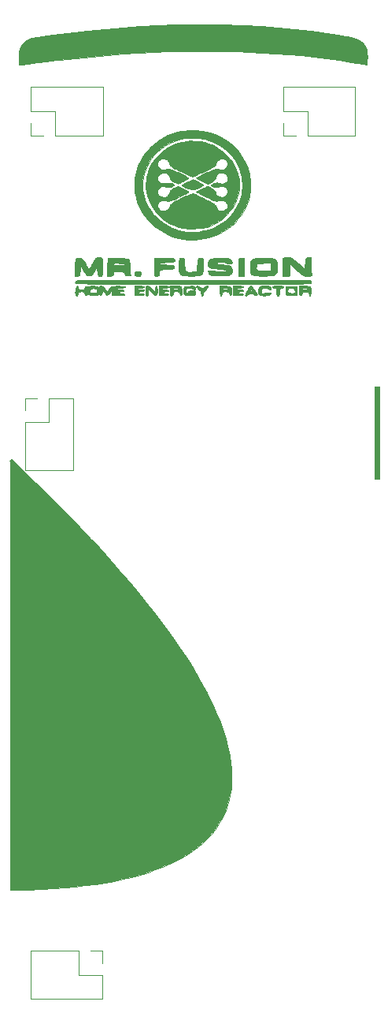
<source format=gbr>
%TF.GenerationSoftware,KiCad,Pcbnew,(5.99.0-9526-g5c17ff0595)*%
%TF.CreationDate,2021-07-10T23:40:12-05:00*%
%TF.ProjectId,18650Battery,31383635-3042-4617-9474-6572792e6b69,rev?*%
%TF.SameCoordinates,Original*%
%TF.FileFunction,Legend,Top*%
%TF.FilePolarity,Positive*%
%FSLAX46Y46*%
G04 Gerber Fmt 4.6, Leading zero omitted, Abs format (unit mm)*
G04 Created by KiCad (PCBNEW (5.99.0-9526-g5c17ff0595)) date 2021-07-10 23:40:12*
%MOMM*%
%LPD*%
G01*
G04 APERTURE LIST*
%ADD10C,0.150000*%
%ADD11C,0.120000*%
%ADD12C,0.010000*%
G04 APERTURE END LIST*
D10*
%TO.C,*%
D11*
%TO.C,J4*%
X126065000Y-144490000D02*
X126065000Y-145820000D01*
X124735000Y-144490000D02*
X126065000Y-144490000D01*
X126065000Y-147090000D02*
X126065000Y-149690000D01*
X123465000Y-147090000D02*
X126065000Y-147090000D01*
X123465000Y-144490000D02*
X123465000Y-147090000D01*
X126065000Y-149690000D02*
X118325000Y-149690000D01*
X123465000Y-144490000D02*
X118325000Y-144490000D01*
X118325000Y-144490000D02*
X118325000Y-149690000D01*
%TO.C,J3*%
X117715000Y-85205000D02*
X119045000Y-85205000D01*
X117715000Y-86535000D02*
X117715000Y-85205000D01*
X120315000Y-85205000D02*
X122915000Y-85205000D01*
X120315000Y-87805000D02*
X120315000Y-85205000D01*
X117715000Y-87805000D02*
X120315000Y-87805000D01*
X122915000Y-85205000D02*
X122915000Y-92945000D01*
X117715000Y-87805000D02*
X117715000Y-92945000D01*
X117715000Y-92945000D02*
X122915000Y-92945000D01*
%TO.C,J2*%
X145515000Y-56995000D02*
X145515000Y-55665000D01*
X146845000Y-56995000D02*
X145515000Y-56995000D01*
X145515000Y-54395000D02*
X145515000Y-51795000D01*
X148115000Y-54395000D02*
X145515000Y-54395000D01*
X148115000Y-56995000D02*
X148115000Y-54395000D01*
X145515000Y-51795000D02*
X153255000Y-51795000D01*
X148115000Y-56995000D02*
X153255000Y-56995000D01*
X153255000Y-56995000D02*
X153255000Y-51795000D01*
%TO.C,J1*%
X118355000Y-56995000D02*
X118355000Y-55665000D01*
X119685000Y-56995000D02*
X118355000Y-56995000D01*
X118355000Y-54395000D02*
X118355000Y-51795000D01*
X120955000Y-54395000D02*
X118355000Y-54395000D01*
X120955000Y-56995000D02*
X120955000Y-54395000D01*
X118355000Y-51795000D02*
X126095000Y-51795000D01*
X120955000Y-56995000D02*
X126095000Y-56995000D01*
X126095000Y-56995000D02*
X126095000Y-51795000D01*
D12*
%TO.C,G\u002A\u002A\u002A*%
X116256555Y-91733258D02*
X116302202Y-91774239D01*
X116302202Y-91774239D02*
X116372587Y-91839255D01*
X116372587Y-91839255D02*
X116464854Y-91925616D01*
X116464854Y-91925616D02*
X116576150Y-92030634D01*
X116576150Y-92030634D02*
X116703619Y-92151618D01*
X116703619Y-92151618D02*
X116844407Y-92285881D01*
X116844407Y-92285881D02*
X116995659Y-92430733D01*
X116995659Y-92430733D02*
X117075468Y-92507395D01*
X117075468Y-92507395D02*
X117864176Y-93267962D01*
X117864176Y-93267962D02*
X118622012Y-94003253D01*
X118622012Y-94003253D02*
X119350703Y-94715001D01*
X119350703Y-94715001D02*
X120051972Y-95404943D01*
X120051972Y-95404943D02*
X120727545Y-96074811D01*
X120727545Y-96074811D02*
X121379148Y-96726339D01*
X121379148Y-96726339D02*
X122008506Y-97361263D01*
X122008506Y-97361263D02*
X122617344Y-97981316D01*
X122617344Y-97981316D02*
X123207388Y-98588232D01*
X123207388Y-98588232D02*
X123780362Y-99183746D01*
X123780362Y-99183746D02*
X124337992Y-99769593D01*
X124337992Y-99769593D02*
X124882004Y-100347505D01*
X124882004Y-100347505D02*
X124987965Y-100460833D01*
X124987965Y-100460833D02*
X126036560Y-101595791D01*
X126036560Y-101595791D02*
X127047500Y-102714823D01*
X127047500Y-102714823D02*
X128020736Y-103817856D01*
X128020736Y-103817856D02*
X128956214Y-104904815D01*
X128956214Y-104904815D02*
X129853883Y-105975629D01*
X129853883Y-105975629D02*
X130713692Y-107030223D01*
X130713692Y-107030223D02*
X131535588Y-108068523D01*
X131535588Y-108068523D02*
X132319521Y-109090457D01*
X132319521Y-109090457D02*
X133065439Y-110095951D01*
X133065439Y-110095951D02*
X133773289Y-111084932D01*
X133773289Y-111084932D02*
X134443020Y-112057326D01*
X134443020Y-112057326D02*
X135074582Y-113013060D01*
X135074582Y-113013060D02*
X135667921Y-113952060D01*
X135667921Y-113952060D02*
X136222986Y-114874253D01*
X136222986Y-114874253D02*
X136739726Y-115779565D01*
X136739726Y-115779565D02*
X137218089Y-116667924D01*
X137218089Y-116667924D02*
X137658023Y-117539255D01*
X137658023Y-117539255D02*
X138059476Y-118393486D01*
X138059476Y-118393486D02*
X138422398Y-119230542D01*
X138422398Y-119230542D02*
X138718832Y-119976500D01*
X138718832Y-119976500D02*
X138990924Y-120729069D01*
X138990924Y-120729069D02*
X139227970Y-121461729D01*
X139227970Y-121461729D02*
X139430636Y-122177298D01*
X139430636Y-122177298D02*
X139599592Y-122878598D01*
X139599592Y-122878598D02*
X139735504Y-123568447D01*
X139735504Y-123568447D02*
X139839041Y-124249666D01*
X139839041Y-124249666D02*
X139910870Y-124925074D01*
X139910870Y-124925074D02*
X139921036Y-125053618D01*
X139921036Y-125053618D02*
X139928816Y-125193660D01*
X139928816Y-125193660D02*
X139934065Y-125365532D01*
X139934065Y-125365532D02*
X139936899Y-125561637D01*
X139936899Y-125561637D02*
X139937437Y-125774380D01*
X139937437Y-125774380D02*
X139935795Y-125996166D01*
X139935795Y-125996166D02*
X139932093Y-126219399D01*
X139932093Y-126219399D02*
X139926446Y-126436485D01*
X139926446Y-126436485D02*
X139918974Y-126639828D01*
X139918974Y-126639828D02*
X139909794Y-126821831D01*
X139909794Y-126821831D02*
X139899023Y-126974901D01*
X139899023Y-126974901D02*
X139889831Y-127067333D01*
X139889831Y-127067333D02*
X139797854Y-127690898D01*
X139797854Y-127690898D02*
X139672946Y-128289017D01*
X139672946Y-128289017D02*
X139514395Y-128863706D01*
X139514395Y-128863706D02*
X139321487Y-129416983D01*
X139321487Y-129416983D02*
X139093508Y-129950863D01*
X139093508Y-129950863D02*
X138829747Y-130467362D01*
X138829747Y-130467362D02*
X138529489Y-130968497D01*
X138529489Y-130968497D02*
X138486751Y-131034122D01*
X138486751Y-131034122D02*
X138132851Y-131534209D01*
X138132851Y-131534209D02*
X137740931Y-132015712D01*
X137740931Y-132015712D02*
X137311010Y-132478623D01*
X137311010Y-132478623D02*
X136843107Y-132922938D01*
X136843107Y-132922938D02*
X136337240Y-133348648D01*
X136337240Y-133348648D02*
X135793430Y-133755747D01*
X135793430Y-133755747D02*
X135211694Y-134144228D01*
X135211694Y-134144228D02*
X134592053Y-134514084D01*
X134592053Y-134514084D02*
X133934525Y-134865309D01*
X133934525Y-134865309D02*
X133239129Y-135197897D01*
X133239129Y-135197897D02*
X132505885Y-135511839D01*
X132505885Y-135511839D02*
X131734812Y-135807129D01*
X131734812Y-135807129D02*
X130925928Y-136083761D01*
X130925928Y-136083761D02*
X130079253Y-136341728D01*
X130079253Y-136341728D02*
X129194805Y-136581023D01*
X129194805Y-136581023D02*
X128272605Y-136801639D01*
X128272605Y-136801639D02*
X127312670Y-137003570D01*
X127312670Y-137003570D02*
X126315021Y-137186808D01*
X126315021Y-137186808D02*
X125279676Y-137351348D01*
X125279676Y-137351348D02*
X124206654Y-137497181D01*
X124206654Y-137497181D02*
X123095975Y-137624302D01*
X123095975Y-137624302D02*
X121947657Y-137732704D01*
X121947657Y-137732704D02*
X120761719Y-137822379D01*
X120761719Y-137822379D02*
X119538181Y-137893322D01*
X119538181Y-137893322D02*
X119080717Y-137914614D01*
X119080717Y-137914614D02*
X118830951Y-137925019D01*
X118830951Y-137925019D02*
X118565840Y-137935204D01*
X118565840Y-137935204D02*
X118291241Y-137945000D01*
X118291241Y-137945000D02*
X118013011Y-137954240D01*
X118013011Y-137954240D02*
X117737007Y-137962756D01*
X117737007Y-137962756D02*
X117469089Y-137970380D01*
X117469089Y-137970380D02*
X117215111Y-137976944D01*
X117215111Y-137976944D02*
X116980933Y-137982280D01*
X116980933Y-137982280D02*
X116772412Y-137986221D01*
X116772412Y-137986221D02*
X116595404Y-137988599D01*
X116595404Y-137988599D02*
X116475352Y-137989265D01*
X116475352Y-137989265D02*
X116155987Y-137989333D01*
X116155987Y-137989333D02*
X116130521Y-92010197D01*
X116130521Y-92010197D02*
X116035219Y-91908753D01*
X116035219Y-91908753D02*
X116128333Y-91813876D01*
X116128333Y-91813876D02*
X116179426Y-91764385D01*
X116179426Y-91764385D02*
X116219680Y-91730059D01*
X116219680Y-91730059D02*
X116238500Y-91719000D01*
X116238500Y-91719000D02*
X116256555Y-91733258D01*
X116256555Y-91733258D02*
X116256555Y-91733258D01*
G36*
X116256555Y-91733258D02*
G01*
X116302202Y-91774239D01*
X116372587Y-91839255D01*
X116464854Y-91925616D01*
X116576150Y-92030634D01*
X116703619Y-92151618D01*
X116844407Y-92285881D01*
X116995659Y-92430733D01*
X117075468Y-92507395D01*
X117864176Y-93267962D01*
X118622012Y-94003253D01*
X119350703Y-94715001D01*
X120051972Y-95404943D01*
X120727545Y-96074811D01*
X121379148Y-96726339D01*
X122008506Y-97361263D01*
X122617344Y-97981316D01*
X123207388Y-98588232D01*
X123780362Y-99183746D01*
X124337992Y-99769593D01*
X124882004Y-100347505D01*
X124987965Y-100460833D01*
X126036560Y-101595791D01*
X127047500Y-102714823D01*
X128020736Y-103817856D01*
X128956214Y-104904815D01*
X129853883Y-105975629D01*
X130713692Y-107030223D01*
X131535588Y-108068523D01*
X132319521Y-109090457D01*
X133065439Y-110095951D01*
X133773289Y-111084932D01*
X134443020Y-112057326D01*
X135074582Y-113013060D01*
X135667921Y-113952060D01*
X136222986Y-114874253D01*
X136739726Y-115779565D01*
X137218089Y-116667924D01*
X137658023Y-117539255D01*
X138059476Y-118393486D01*
X138422398Y-119230542D01*
X138718832Y-119976500D01*
X138990924Y-120729069D01*
X139227970Y-121461729D01*
X139430636Y-122177298D01*
X139599592Y-122878598D01*
X139735504Y-123568447D01*
X139839041Y-124249666D01*
X139910870Y-124925074D01*
X139921036Y-125053618D01*
X139928816Y-125193660D01*
X139934065Y-125365532D01*
X139936899Y-125561637D01*
X139937437Y-125774380D01*
X139935795Y-125996166D01*
X139932093Y-126219399D01*
X139926446Y-126436485D01*
X139918974Y-126639828D01*
X139909794Y-126821831D01*
X139899023Y-126974901D01*
X139889831Y-127067333D01*
X139797854Y-127690898D01*
X139672946Y-128289017D01*
X139514395Y-128863706D01*
X139321487Y-129416983D01*
X139093508Y-129950863D01*
X138829747Y-130467362D01*
X138529489Y-130968497D01*
X138486751Y-131034122D01*
X138132851Y-131534209D01*
X137740931Y-132015712D01*
X137311010Y-132478623D01*
X136843107Y-132922938D01*
X136337240Y-133348648D01*
X135793430Y-133755747D01*
X135211694Y-134144228D01*
X134592053Y-134514084D01*
X133934525Y-134865309D01*
X133239129Y-135197897D01*
X132505885Y-135511839D01*
X131734812Y-135807129D01*
X130925928Y-136083761D01*
X130079253Y-136341728D01*
X129194805Y-136581023D01*
X128272605Y-136801639D01*
X127312670Y-137003570D01*
X126315021Y-137186808D01*
X125279676Y-137351348D01*
X124206654Y-137497181D01*
X123095975Y-137624302D01*
X121947657Y-137732704D01*
X120761719Y-137822379D01*
X119538181Y-137893322D01*
X119080717Y-137914614D01*
X118830951Y-137925019D01*
X118565840Y-137935204D01*
X118291241Y-137945000D01*
X118013011Y-137954240D01*
X117737007Y-137962756D01*
X117469089Y-137970380D01*
X117215111Y-137976944D01*
X116980933Y-137982280D01*
X116772412Y-137986221D01*
X116595404Y-137988599D01*
X116475352Y-137989265D01*
X116155987Y-137989333D01*
X116130521Y-92010197D01*
X116035219Y-91908753D01*
X116128333Y-91813876D01*
X116179426Y-91764385D01*
X116219680Y-91730059D01*
X116238500Y-91719000D01*
X116256555Y-91733258D01*
G37*
X116256555Y-91733258D02*
X116302202Y-91774239D01*
X116372587Y-91839255D01*
X116464854Y-91925616D01*
X116576150Y-92030634D01*
X116703619Y-92151618D01*
X116844407Y-92285881D01*
X116995659Y-92430733D01*
X117075468Y-92507395D01*
X117864176Y-93267962D01*
X118622012Y-94003253D01*
X119350703Y-94715001D01*
X120051972Y-95404943D01*
X120727545Y-96074811D01*
X121379148Y-96726339D01*
X122008506Y-97361263D01*
X122617344Y-97981316D01*
X123207388Y-98588232D01*
X123780362Y-99183746D01*
X124337992Y-99769593D01*
X124882004Y-100347505D01*
X124987965Y-100460833D01*
X126036560Y-101595791D01*
X127047500Y-102714823D01*
X128020736Y-103817856D01*
X128956214Y-104904815D01*
X129853883Y-105975629D01*
X130713692Y-107030223D01*
X131535588Y-108068523D01*
X132319521Y-109090457D01*
X133065439Y-110095951D01*
X133773289Y-111084932D01*
X134443020Y-112057326D01*
X135074582Y-113013060D01*
X135667921Y-113952060D01*
X136222986Y-114874253D01*
X136739726Y-115779565D01*
X137218089Y-116667924D01*
X137658023Y-117539255D01*
X138059476Y-118393486D01*
X138422398Y-119230542D01*
X138718832Y-119976500D01*
X138990924Y-120729069D01*
X139227970Y-121461729D01*
X139430636Y-122177298D01*
X139599592Y-122878598D01*
X139735504Y-123568447D01*
X139839041Y-124249666D01*
X139910870Y-124925074D01*
X139921036Y-125053618D01*
X139928816Y-125193660D01*
X139934065Y-125365532D01*
X139936899Y-125561637D01*
X139937437Y-125774380D01*
X139935795Y-125996166D01*
X139932093Y-126219399D01*
X139926446Y-126436485D01*
X139918974Y-126639828D01*
X139909794Y-126821831D01*
X139899023Y-126974901D01*
X139889831Y-127067333D01*
X139797854Y-127690898D01*
X139672946Y-128289017D01*
X139514395Y-128863706D01*
X139321487Y-129416983D01*
X139093508Y-129950863D01*
X138829747Y-130467362D01*
X138529489Y-130968497D01*
X138486751Y-131034122D01*
X138132851Y-131534209D01*
X137740931Y-132015712D01*
X137311010Y-132478623D01*
X136843107Y-132922938D01*
X136337240Y-133348648D01*
X135793430Y-133755747D01*
X135211694Y-134144228D01*
X134592053Y-134514084D01*
X133934525Y-134865309D01*
X133239129Y-135197897D01*
X132505885Y-135511839D01*
X131734812Y-135807129D01*
X130925928Y-136083761D01*
X130079253Y-136341728D01*
X129194805Y-136581023D01*
X128272605Y-136801639D01*
X127312670Y-137003570D01*
X126315021Y-137186808D01*
X125279676Y-137351348D01*
X124206654Y-137497181D01*
X123095975Y-137624302D01*
X121947657Y-137732704D01*
X120761719Y-137822379D01*
X119538181Y-137893322D01*
X119080717Y-137914614D01*
X118830951Y-137925019D01*
X118565840Y-137935204D01*
X118291241Y-137945000D01*
X118013011Y-137954240D01*
X117737007Y-137962756D01*
X117469089Y-137970380D01*
X117215111Y-137976944D01*
X116980933Y-137982280D01*
X116772412Y-137986221D01*
X116595404Y-137988599D01*
X116475352Y-137989265D01*
X116155987Y-137989333D01*
X116130521Y-92010197D01*
X116035219Y-91908753D01*
X116128333Y-91813876D01*
X116179426Y-91764385D01*
X116219680Y-91730059D01*
X116238500Y-91719000D01*
X116256555Y-91733258D01*
X155815467Y-93899167D02*
X155370967Y-93899167D01*
X155370967Y-93899167D02*
X155370967Y-83929667D01*
X155370967Y-83929667D02*
X155815467Y-83929667D01*
X155815467Y-83929667D02*
X155815467Y-93899167D01*
X155815467Y-93899167D02*
X155815467Y-93899167D01*
G36*
X155815467Y-93899167D02*
G01*
X155370967Y-93899167D01*
X155370967Y-83929667D01*
X155815467Y-83929667D01*
X155815467Y-93899167D01*
G37*
X155815467Y-93899167D02*
X155370967Y-93899167D01*
X155370967Y-83929667D01*
X155815467Y-83929667D01*
X155815467Y-93899167D01*
X125927503Y-73142438D02*
X126021424Y-73173076D01*
X126021424Y-73173076D02*
X126119912Y-73228026D01*
X126119912Y-73228026D02*
X126178510Y-73272449D01*
X126178510Y-73272449D02*
X126223379Y-73319561D01*
X126223379Y-73319561D02*
X126276240Y-73388483D01*
X126276240Y-73388483D02*
X126322152Y-73458669D01*
X126322152Y-73458669D02*
X126397794Y-73575837D01*
X126397794Y-73575837D02*
X126462667Y-73654619D01*
X126462667Y-73654619D02*
X126518665Y-73697024D01*
X126518665Y-73697024D02*
X126555513Y-73706167D01*
X126555513Y-73706167D02*
X126589297Y-73696744D01*
X126589297Y-73696744D02*
X126629699Y-73665860D01*
X126629699Y-73665860D02*
X126680269Y-73609590D01*
X126680269Y-73609590D02*
X126744553Y-73524013D01*
X126744553Y-73524013D02*
X126821628Y-73411889D01*
X126821628Y-73411889D02*
X126870846Y-73344252D01*
X126870846Y-73344252D02*
X126922129Y-73289186D01*
X126922129Y-73289186D02*
X126980201Y-73245538D01*
X126980201Y-73245538D02*
X127049784Y-73212153D01*
X127049784Y-73212153D02*
X127135604Y-73187878D01*
X127135604Y-73187878D02*
X127242382Y-73171559D01*
X127242382Y-73171559D02*
X127374844Y-73162041D01*
X127374844Y-73162041D02*
X127537712Y-73158171D01*
X127537712Y-73158171D02*
X127735710Y-73158794D01*
X127735710Y-73158794D02*
X127850768Y-73160453D01*
X127850768Y-73160453D02*
X128033868Y-73164430D01*
X128033868Y-73164430D02*
X128178634Y-73169843D01*
X128178634Y-73169843D02*
X128289061Y-73177251D01*
X128289061Y-73177251D02*
X128369137Y-73187217D01*
X128369137Y-73187217D02*
X128422856Y-73200300D01*
X128422856Y-73200300D02*
X128454210Y-73217061D01*
X128454210Y-73217061D02*
X128467189Y-73238061D01*
X128467189Y-73238061D02*
X128468134Y-73247162D01*
X128468134Y-73247162D02*
X128452313Y-73277790D01*
X128452313Y-73277790D02*
X128403233Y-73302979D01*
X128403233Y-73302979D02*
X128318464Y-73323376D01*
X128318464Y-73323376D02*
X128195578Y-73339627D01*
X128195578Y-73339627D02*
X128087134Y-73348774D01*
X128087134Y-73348774D02*
X127931298Y-73362471D01*
X127931298Y-73362471D02*
X127803681Y-73379201D01*
X127803681Y-73379201D02*
X127708142Y-73398251D01*
X127708142Y-73398251D02*
X127648542Y-73418908D01*
X127648542Y-73418908D02*
X127630813Y-73433002D01*
X127630813Y-73433002D02*
X127636020Y-73457618D01*
X127636020Y-73457618D02*
X127679267Y-73481347D01*
X127679267Y-73481347D02*
X127756264Y-73503003D01*
X127756264Y-73503003D02*
X127862718Y-73521400D01*
X127862718Y-73521400D02*
X127994337Y-73535355D01*
X127994337Y-73535355D02*
X128004263Y-73536126D01*
X128004263Y-73536126D02*
X128147794Y-73550543D01*
X128147794Y-73550543D02*
X128252184Y-73569525D01*
X128252184Y-73569525D02*
X128320469Y-73594042D01*
X128320469Y-73594042D02*
X128355688Y-73625062D01*
X128355688Y-73625062D02*
X128362300Y-73650340D01*
X128362300Y-73650340D02*
X128345610Y-73680726D01*
X128345610Y-73680726D02*
X128294128Y-73705871D01*
X128294128Y-73705871D02*
X128205743Y-73726350D01*
X128205743Y-73726350D02*
X128078339Y-73742739D01*
X128078339Y-73742739D02*
X127997627Y-73749711D01*
X127997627Y-73749711D02*
X127865457Y-73763353D01*
X127865457Y-73763353D02*
X127758476Y-73781711D01*
X127758476Y-73781711D02*
X127680941Y-73803577D01*
X127680941Y-73803577D02*
X127637109Y-73827739D01*
X127637109Y-73827739D02*
X127631236Y-73852991D01*
X127631236Y-73852991D02*
X127631653Y-73853690D01*
X127631653Y-73853690D02*
X127668656Y-73879259D01*
X127668656Y-73879259D02*
X127746277Y-73901439D01*
X127746277Y-73901439D02*
X127865053Y-73920343D01*
X127865053Y-73920343D02*
X128023634Y-73935935D01*
X128023634Y-73935935D02*
X128156738Y-73950102D01*
X128156738Y-73950102D02*
X128268978Y-73969374D01*
X128268978Y-73969374D02*
X128354866Y-73992315D01*
X128354866Y-73992315D02*
X128408914Y-74017489D01*
X128408914Y-74017489D02*
X128425800Y-74041161D01*
X128425800Y-74041161D02*
X128413715Y-74069837D01*
X128413715Y-74069837D02*
X128375809Y-74093579D01*
X128375809Y-74093579D02*
X128309605Y-74112700D01*
X128309605Y-74112700D02*
X128212624Y-74127512D01*
X128212624Y-74127512D02*
X128082390Y-74138330D01*
X128082390Y-74138330D02*
X127916426Y-74145465D01*
X127916426Y-74145465D02*
X127712254Y-74149231D01*
X127712254Y-74149231D02*
X127563840Y-74150013D01*
X127563840Y-74150013D02*
X127072296Y-74150667D01*
X127072296Y-74150667D02*
X127066423Y-73850796D01*
X127066423Y-73850796D02*
X127060550Y-73550926D01*
X127060550Y-73550926D02*
X126977906Y-73676171D01*
X126977906Y-73676171D02*
X126865890Y-73836489D01*
X126865890Y-73836489D02*
X126762155Y-73966028D01*
X126762155Y-73966028D02*
X126668654Y-74062807D01*
X126668654Y-74062807D02*
X126587336Y-74124844D01*
X126587336Y-74124844D02*
X126520154Y-74150157D01*
X126520154Y-74150157D02*
X126510742Y-74150667D01*
X126510742Y-74150667D02*
X126466693Y-74132833D01*
X126466693Y-74132833D02*
X126408496Y-74083275D01*
X126408496Y-74083275D02*
X126341379Y-74007909D01*
X126341379Y-74007909D02*
X126270568Y-73912651D01*
X126270568Y-73912651D02*
X126201291Y-73803415D01*
X126201291Y-73803415D02*
X126196264Y-73794757D01*
X126196264Y-73794757D02*
X126150949Y-73719738D01*
X126150949Y-73719738D02*
X126111630Y-73661083D01*
X126111630Y-73661083D02*
X126083956Y-73626913D01*
X126083956Y-73626913D02*
X126075731Y-73621500D01*
X126075731Y-73621500D02*
X126061100Y-73639851D01*
X126061100Y-73639851D02*
X126055134Y-73683114D01*
X126055134Y-73683114D02*
X126046073Y-73762978D01*
X126046073Y-73762978D02*
X126021782Y-73853626D01*
X126021782Y-73853626D02*
X125986593Y-73945918D01*
X125986593Y-73945918D02*
X125944842Y-74030711D01*
X125944842Y-74030711D02*
X125900862Y-74098865D01*
X125900862Y-74098865D02*
X125858988Y-74141239D01*
X125858988Y-74141239D02*
X125833453Y-74150667D01*
X125833453Y-74150667D02*
X125805283Y-74135584D01*
X125805283Y-74135584D02*
X125761142Y-74096350D01*
X125761142Y-74096350D02*
X125718250Y-74050125D01*
X125718250Y-74050125D02*
X125671422Y-73997526D01*
X125671422Y-73997526D02*
X125645110Y-73974941D01*
X125645110Y-73974941D02*
X125633830Y-73978974D01*
X125633830Y-73978974D02*
X125631937Y-73996720D01*
X125631937Y-73996720D02*
X125615182Y-74043353D01*
X125615182Y-74043353D02*
X125584135Y-74075088D01*
X125584135Y-74075088D02*
X125518664Y-74102585D01*
X125518664Y-74102585D02*
X125419826Y-74124277D01*
X125419826Y-74124277D02*
X125296312Y-74139169D01*
X125296312Y-74139169D02*
X125156815Y-74146269D01*
X125156815Y-74146269D02*
X125010026Y-74144584D01*
X125010026Y-74144584D02*
X124986217Y-74143420D01*
X124986217Y-74143420D02*
X124812566Y-74129319D01*
X124812566Y-74129319D02*
X124674694Y-74107092D01*
X124674694Y-74107092D02*
X124566578Y-74075285D01*
X124566578Y-74075285D02*
X124482194Y-74032447D01*
X124482194Y-74032447D02*
X124459631Y-74016487D01*
X124459631Y-74016487D02*
X124405229Y-73976881D01*
X124405229Y-73976881D02*
X124375932Y-73964327D01*
X124375932Y-73964327D02*
X124364026Y-73979130D01*
X124364026Y-73979130D02*
X124361800Y-74020386D01*
X124361800Y-74020386D02*
X124346028Y-74081160D01*
X124346028Y-74081160D02*
X124306749Y-74129332D01*
X124306749Y-74129332D02*
X124256019Y-74150560D01*
X124256019Y-74150560D02*
X124252289Y-74150667D01*
X124252289Y-74150667D02*
X124204222Y-74130762D01*
X124204222Y-74130762D02*
X124165472Y-74075451D01*
X124165472Y-74075451D02*
X124140135Y-73991335D01*
X124140135Y-73991335D02*
X124135950Y-73963086D01*
X124135950Y-73963086D02*
X124123974Y-73893820D01*
X124123974Y-73893820D02*
X124107863Y-73838915D01*
X124107863Y-73838915D02*
X124098995Y-73821436D01*
X124098995Y-73821436D02*
X124053453Y-73789635D01*
X124053453Y-73789635D02*
X123976961Y-73767043D01*
X123976961Y-73767043D02*
X123879902Y-73753717D01*
X123879902Y-73753717D02*
X123772657Y-73749716D01*
X123772657Y-73749716D02*
X123665610Y-73755095D01*
X123665610Y-73755095D02*
X123569143Y-73769913D01*
X123569143Y-73769913D02*
X123493638Y-73794228D01*
X123493638Y-73794228D02*
X123457838Y-73817890D01*
X123457838Y-73817890D02*
X123437970Y-73855157D01*
X123437970Y-73855157D02*
X123419878Y-73917814D01*
X123419878Y-73917814D02*
X123411859Y-73962323D01*
X123411859Y-73962323D02*
X123389001Y-74072593D01*
X123389001Y-74072593D02*
X123354650Y-74147116D01*
X123354650Y-74147116D02*
X123306167Y-74191538D01*
X123306167Y-74191538D02*
X123304373Y-74192515D01*
X123304373Y-74192515D02*
X123266518Y-74210712D01*
X123266518Y-74210712D02*
X123242254Y-74208116D01*
X123242254Y-74208116D02*
X123213215Y-74187708D01*
X123213215Y-74187708D02*
X123173799Y-74136116D01*
X123173799Y-74136116D02*
X123145431Y-74054659D01*
X123145431Y-74054659D02*
X123127543Y-73950506D01*
X123127543Y-73950506D02*
X123119567Y-73830823D01*
X123119567Y-73830823D02*
X123120518Y-73741689D01*
X123120518Y-73741689D02*
X124694166Y-73741689D01*
X124694166Y-73741689D02*
X124695782Y-73821368D01*
X124695782Y-73821368D02*
X124707613Y-73878409D01*
X124707613Y-73878409D02*
X124721634Y-73898781D01*
X124721634Y-73898781D02*
X124756717Y-73907357D01*
X124756717Y-73907357D02*
X124823545Y-73911669D01*
X124823545Y-73911669D02*
X124911790Y-73912133D01*
X124911790Y-73912133D02*
X125011123Y-73909167D01*
X125011123Y-73909167D02*
X125111215Y-73903185D01*
X125111215Y-73903185D02*
X125201737Y-73894604D01*
X125201737Y-73894604D02*
X125272362Y-73883840D01*
X125272362Y-73883840D02*
X125304218Y-73875309D01*
X125304218Y-73875309D02*
X125372898Y-73843276D01*
X125372898Y-73843276D02*
X125414324Y-73804102D01*
X125414324Y-73804102D02*
X125434943Y-73746848D01*
X125434943Y-73746848D02*
X125441201Y-73660574D01*
X125441201Y-73660574D02*
X125441300Y-73642667D01*
X125441300Y-73642667D02*
X125438394Y-73557868D01*
X125438394Y-73557868D02*
X125425509Y-73497800D01*
X125425509Y-73497800D02*
X125396394Y-73457928D01*
X125396394Y-73457928D02*
X125344798Y-73433716D01*
X125344798Y-73433716D02*
X125264470Y-73420630D01*
X125264470Y-73420630D02*
X125149160Y-73414135D01*
X125149160Y-73414135D02*
X125125214Y-73413347D01*
X125125214Y-73413347D02*
X124987604Y-73412294D01*
X124987604Y-73412294D02*
X124885716Y-73420384D01*
X124885716Y-73420384D02*
X124813517Y-73439782D01*
X124813517Y-73439782D02*
X124764974Y-73472651D01*
X124764974Y-73472651D02*
X124734056Y-73521156D01*
X124734056Y-73521156D02*
X124721584Y-73558182D01*
X124721584Y-73558182D02*
X124702766Y-73650313D01*
X124702766Y-73650313D02*
X124694166Y-73741689D01*
X124694166Y-73741689D02*
X123120518Y-73741689D01*
X123120518Y-73741689D02*
X123120934Y-73702779D01*
X123120934Y-73702779D02*
X123131076Y-73573540D01*
X123131076Y-73573540D02*
X123149423Y-73450274D01*
X123149423Y-73450274D02*
X123175408Y-73340149D01*
X123175408Y-73340149D02*
X123208461Y-73250332D01*
X123208461Y-73250332D02*
X123248015Y-73187992D01*
X123248015Y-73187992D02*
X123293499Y-73160294D01*
X123293499Y-73160294D02*
X123294736Y-73160103D01*
X123294736Y-73160103D02*
X123343535Y-73168919D01*
X123343535Y-73168919D02*
X123379846Y-73213043D01*
X123379846Y-73213043D02*
X123405495Y-73295143D01*
X123405495Y-73295143D02*
X123411975Y-73331306D01*
X123411975Y-73331306D02*
X123435988Y-73421497D01*
X123435988Y-73421497D02*
X123479442Y-73479958D01*
X123479442Y-73479958D02*
X123550473Y-73514600D01*
X123550473Y-73514600D02*
X123614185Y-73527926D01*
X123614185Y-73527926D02*
X123693707Y-73534349D01*
X123693707Y-73534349D02*
X123789586Y-73534160D01*
X123789586Y-73534160D02*
X123888691Y-73528304D01*
X123888691Y-73528304D02*
X123977891Y-73517723D01*
X123977891Y-73517723D02*
X124044056Y-73503361D01*
X124044056Y-73503361D02*
X124063286Y-73495667D01*
X124063286Y-73495667D02*
X124101979Y-73457179D01*
X124101979Y-73457179D02*
X124118134Y-73419806D01*
X124118134Y-73419806D02*
X124131634Y-73354645D01*
X124131634Y-73354645D02*
X124139857Y-73314968D01*
X124139857Y-73314968D02*
X124163590Y-73268220D01*
X124163590Y-73268220D02*
X124215822Y-73231715D01*
X124215822Y-73231715D02*
X124300726Y-73203664D01*
X124300726Y-73203664D02*
X124422479Y-73182278D01*
X124422479Y-73182278D02*
X124460430Y-73177618D01*
X124460430Y-73177618D02*
X124566610Y-73168454D01*
X124566610Y-73168454D02*
X124695976Y-73161929D01*
X124695976Y-73161929D02*
X124839487Y-73158027D01*
X124839487Y-73158027D02*
X124988097Y-73156728D01*
X124988097Y-73156728D02*
X125132765Y-73158014D01*
X125132765Y-73158014D02*
X125264444Y-73161866D01*
X125264444Y-73161866D02*
X125374093Y-73168266D01*
X125374093Y-73168266D02*
X125452667Y-73177195D01*
X125452667Y-73177195D02*
X125465731Y-73179677D01*
X125465731Y-73179677D02*
X125573882Y-73218023D01*
X125573882Y-73218023D02*
X125637734Y-73264344D01*
X125637734Y-73264344D02*
X125677844Y-73302464D01*
X125677844Y-73302464D02*
X125703985Y-73323635D01*
X125703985Y-73323635D02*
X125707512Y-73325167D01*
X125707512Y-73325167D02*
X125713934Y-73306809D01*
X125713934Y-73306809D02*
X125716467Y-73264947D01*
X125716467Y-73264947D02*
X125732631Y-73197367D01*
X125732631Y-73197367D02*
X125777158Y-73154487D01*
X125777158Y-73154487D02*
X125844098Y-73136209D01*
X125844098Y-73136209D02*
X125927503Y-73142438D01*
X125927503Y-73142438D02*
X125927503Y-73142438D01*
G36*
X123131076Y-73573540D02*
G01*
X123149423Y-73450274D01*
X123175408Y-73340149D01*
X123208461Y-73250332D01*
X123248015Y-73187992D01*
X123293499Y-73160294D01*
X123294736Y-73160103D01*
X123343535Y-73168919D01*
X123379846Y-73213043D01*
X123405495Y-73295143D01*
X123411975Y-73331306D01*
X123435988Y-73421497D01*
X123479442Y-73479958D01*
X123550473Y-73514600D01*
X123614185Y-73527926D01*
X123693707Y-73534349D01*
X123789586Y-73534160D01*
X123888691Y-73528304D01*
X123977891Y-73517723D01*
X124044056Y-73503361D01*
X124063286Y-73495667D01*
X124101979Y-73457179D01*
X124118134Y-73419806D01*
X124131634Y-73354645D01*
X124139857Y-73314968D01*
X124163590Y-73268220D01*
X124215822Y-73231715D01*
X124300726Y-73203664D01*
X124422479Y-73182278D01*
X124460430Y-73177618D01*
X124566610Y-73168454D01*
X124695976Y-73161929D01*
X124839487Y-73158027D01*
X124988097Y-73156728D01*
X125132765Y-73158014D01*
X125264444Y-73161866D01*
X125374093Y-73168266D01*
X125452667Y-73177195D01*
X125465731Y-73179677D01*
X125573882Y-73218023D01*
X125637734Y-73264344D01*
X125677844Y-73302464D01*
X125703985Y-73323635D01*
X125707512Y-73325167D01*
X125713934Y-73306809D01*
X125716467Y-73264947D01*
X125732631Y-73197367D01*
X125777158Y-73154487D01*
X125844098Y-73136209D01*
X125927503Y-73142438D01*
X126021424Y-73173076D01*
X126119912Y-73228026D01*
X126178510Y-73272449D01*
X126223379Y-73319561D01*
X126276240Y-73388483D01*
X126322152Y-73458669D01*
X126397794Y-73575837D01*
X126462667Y-73654619D01*
X126518665Y-73697024D01*
X126555513Y-73706167D01*
X126589297Y-73696744D01*
X126629699Y-73665860D01*
X126680269Y-73609590D01*
X126744553Y-73524013D01*
X126821628Y-73411889D01*
X126870846Y-73344252D01*
X126922129Y-73289186D01*
X126980201Y-73245538D01*
X127049784Y-73212153D01*
X127135604Y-73187878D01*
X127242382Y-73171559D01*
X127374844Y-73162041D01*
X127537712Y-73158171D01*
X127735710Y-73158794D01*
X127850768Y-73160453D01*
X128033868Y-73164430D01*
X128178634Y-73169843D01*
X128289061Y-73177251D01*
X128369137Y-73187217D01*
X128422856Y-73200300D01*
X128454210Y-73217061D01*
X128467189Y-73238061D01*
X128468134Y-73247162D01*
X128452313Y-73277790D01*
X128403233Y-73302979D01*
X128318464Y-73323376D01*
X128195578Y-73339627D01*
X128087134Y-73348774D01*
X127931298Y-73362471D01*
X127803681Y-73379201D01*
X127708142Y-73398251D01*
X127648542Y-73418908D01*
X127630813Y-73433002D01*
X127636020Y-73457618D01*
X127679267Y-73481347D01*
X127756264Y-73503003D01*
X127862718Y-73521400D01*
X127994337Y-73535355D01*
X128004263Y-73536126D01*
X128147794Y-73550543D01*
X128252184Y-73569525D01*
X128320469Y-73594042D01*
X128355688Y-73625062D01*
X128362300Y-73650340D01*
X128345610Y-73680726D01*
X128294128Y-73705871D01*
X128205743Y-73726350D01*
X128078339Y-73742739D01*
X127997627Y-73749711D01*
X127865457Y-73763353D01*
X127758476Y-73781711D01*
X127680941Y-73803577D01*
X127637109Y-73827739D01*
X127631236Y-73852991D01*
X127631653Y-73853690D01*
X127668656Y-73879259D01*
X127746277Y-73901439D01*
X127865053Y-73920343D01*
X128023634Y-73935935D01*
X128156738Y-73950102D01*
X128268978Y-73969374D01*
X128354866Y-73992315D01*
X128408914Y-74017489D01*
X128425800Y-74041161D01*
X128413715Y-74069837D01*
X128375809Y-74093579D01*
X128309605Y-74112700D01*
X128212624Y-74127512D01*
X128082390Y-74138330D01*
X127916426Y-74145465D01*
X127712254Y-74149231D01*
X127563840Y-74150013D01*
X127072296Y-74150667D01*
X127066423Y-73850796D01*
X127060550Y-73550926D01*
X126977906Y-73676171D01*
X126865890Y-73836489D01*
X126762155Y-73966028D01*
X126668654Y-74062807D01*
X126587336Y-74124844D01*
X126520154Y-74150157D01*
X126510742Y-74150667D01*
X126466693Y-74132833D01*
X126408496Y-74083275D01*
X126341379Y-74007909D01*
X126270568Y-73912651D01*
X126201291Y-73803415D01*
X126196264Y-73794757D01*
X126150949Y-73719738D01*
X126111630Y-73661083D01*
X126083956Y-73626913D01*
X126075731Y-73621500D01*
X126061100Y-73639851D01*
X126055134Y-73683114D01*
X126046073Y-73762978D01*
X126021782Y-73853626D01*
X125986593Y-73945918D01*
X125944842Y-74030711D01*
X125900862Y-74098865D01*
X125858988Y-74141239D01*
X125833453Y-74150667D01*
X125805283Y-74135584D01*
X125761142Y-74096350D01*
X125718250Y-74050125D01*
X125671422Y-73997526D01*
X125645110Y-73974941D01*
X125633830Y-73978974D01*
X125631937Y-73996720D01*
X125615182Y-74043353D01*
X125584135Y-74075088D01*
X125518664Y-74102585D01*
X125419826Y-74124277D01*
X125296312Y-74139169D01*
X125156815Y-74146269D01*
X125010026Y-74144584D01*
X124986217Y-74143420D01*
X124812566Y-74129319D01*
X124674694Y-74107092D01*
X124566578Y-74075285D01*
X124482194Y-74032447D01*
X124459631Y-74016487D01*
X124405229Y-73976881D01*
X124375932Y-73964327D01*
X124364026Y-73979130D01*
X124361800Y-74020386D01*
X124346028Y-74081160D01*
X124306749Y-74129332D01*
X124256019Y-74150560D01*
X124252289Y-74150667D01*
X124204222Y-74130762D01*
X124165472Y-74075451D01*
X124140135Y-73991335D01*
X124135950Y-73963086D01*
X124123974Y-73893820D01*
X124107863Y-73838915D01*
X124098995Y-73821436D01*
X124053453Y-73789635D01*
X123976961Y-73767043D01*
X123879902Y-73753717D01*
X123772657Y-73749716D01*
X123665610Y-73755095D01*
X123569143Y-73769913D01*
X123493638Y-73794228D01*
X123457838Y-73817890D01*
X123437970Y-73855157D01*
X123419878Y-73917814D01*
X123411859Y-73962323D01*
X123389001Y-74072593D01*
X123354650Y-74147116D01*
X123306167Y-74191538D01*
X123304373Y-74192515D01*
X123266518Y-74210712D01*
X123242254Y-74208116D01*
X123213215Y-74187708D01*
X123173799Y-74136116D01*
X123145431Y-74054659D01*
X123127543Y-73950506D01*
X123119567Y-73830823D01*
X123120518Y-73741689D01*
X124694166Y-73741689D01*
X124695782Y-73821368D01*
X124707613Y-73878409D01*
X124721634Y-73898781D01*
X124756717Y-73907357D01*
X124823545Y-73911669D01*
X124911790Y-73912133D01*
X125011123Y-73909167D01*
X125111215Y-73903185D01*
X125201737Y-73894604D01*
X125272362Y-73883840D01*
X125304218Y-73875309D01*
X125372898Y-73843276D01*
X125414324Y-73804102D01*
X125434943Y-73746848D01*
X125441201Y-73660574D01*
X125441300Y-73642667D01*
X125438394Y-73557868D01*
X125425509Y-73497800D01*
X125396394Y-73457928D01*
X125344798Y-73433716D01*
X125264470Y-73420630D01*
X125149160Y-73414135D01*
X125125214Y-73413347D01*
X124987604Y-73412294D01*
X124885716Y-73420384D01*
X124813517Y-73439782D01*
X124764974Y-73472651D01*
X124734056Y-73521156D01*
X124721584Y-73558182D01*
X124702766Y-73650313D01*
X124694166Y-73741689D01*
X123120518Y-73741689D01*
X123120934Y-73702779D01*
X123131076Y-73573540D01*
G37*
X123131076Y-73573540D02*
X123149423Y-73450274D01*
X123175408Y-73340149D01*
X123208461Y-73250332D01*
X123248015Y-73187992D01*
X123293499Y-73160294D01*
X123294736Y-73160103D01*
X123343535Y-73168919D01*
X123379846Y-73213043D01*
X123405495Y-73295143D01*
X123411975Y-73331306D01*
X123435988Y-73421497D01*
X123479442Y-73479958D01*
X123550473Y-73514600D01*
X123614185Y-73527926D01*
X123693707Y-73534349D01*
X123789586Y-73534160D01*
X123888691Y-73528304D01*
X123977891Y-73517723D01*
X124044056Y-73503361D01*
X124063286Y-73495667D01*
X124101979Y-73457179D01*
X124118134Y-73419806D01*
X124131634Y-73354645D01*
X124139857Y-73314968D01*
X124163590Y-73268220D01*
X124215822Y-73231715D01*
X124300726Y-73203664D01*
X124422479Y-73182278D01*
X124460430Y-73177618D01*
X124566610Y-73168454D01*
X124695976Y-73161929D01*
X124839487Y-73158027D01*
X124988097Y-73156728D01*
X125132765Y-73158014D01*
X125264444Y-73161866D01*
X125374093Y-73168266D01*
X125452667Y-73177195D01*
X125465731Y-73179677D01*
X125573882Y-73218023D01*
X125637734Y-73264344D01*
X125677844Y-73302464D01*
X125703985Y-73323635D01*
X125707512Y-73325167D01*
X125713934Y-73306809D01*
X125716467Y-73264947D01*
X125732631Y-73197367D01*
X125777158Y-73154487D01*
X125844098Y-73136209D01*
X125927503Y-73142438D01*
X126021424Y-73173076D01*
X126119912Y-73228026D01*
X126178510Y-73272449D01*
X126223379Y-73319561D01*
X126276240Y-73388483D01*
X126322152Y-73458669D01*
X126397794Y-73575837D01*
X126462667Y-73654619D01*
X126518665Y-73697024D01*
X126555513Y-73706167D01*
X126589297Y-73696744D01*
X126629699Y-73665860D01*
X126680269Y-73609590D01*
X126744553Y-73524013D01*
X126821628Y-73411889D01*
X126870846Y-73344252D01*
X126922129Y-73289186D01*
X126980201Y-73245538D01*
X127049784Y-73212153D01*
X127135604Y-73187878D01*
X127242382Y-73171559D01*
X127374844Y-73162041D01*
X127537712Y-73158171D01*
X127735710Y-73158794D01*
X127850768Y-73160453D01*
X128033868Y-73164430D01*
X128178634Y-73169843D01*
X128289061Y-73177251D01*
X128369137Y-73187217D01*
X128422856Y-73200300D01*
X128454210Y-73217061D01*
X128467189Y-73238061D01*
X128468134Y-73247162D01*
X128452313Y-73277790D01*
X128403233Y-73302979D01*
X128318464Y-73323376D01*
X128195578Y-73339627D01*
X128087134Y-73348774D01*
X127931298Y-73362471D01*
X127803681Y-73379201D01*
X127708142Y-73398251D01*
X127648542Y-73418908D01*
X127630813Y-73433002D01*
X127636020Y-73457618D01*
X127679267Y-73481347D01*
X127756264Y-73503003D01*
X127862718Y-73521400D01*
X127994337Y-73535355D01*
X128004263Y-73536126D01*
X128147794Y-73550543D01*
X128252184Y-73569525D01*
X128320469Y-73594042D01*
X128355688Y-73625062D01*
X128362300Y-73650340D01*
X128345610Y-73680726D01*
X128294128Y-73705871D01*
X128205743Y-73726350D01*
X128078339Y-73742739D01*
X127997627Y-73749711D01*
X127865457Y-73763353D01*
X127758476Y-73781711D01*
X127680941Y-73803577D01*
X127637109Y-73827739D01*
X127631236Y-73852991D01*
X127631653Y-73853690D01*
X127668656Y-73879259D01*
X127746277Y-73901439D01*
X127865053Y-73920343D01*
X128023634Y-73935935D01*
X128156738Y-73950102D01*
X128268978Y-73969374D01*
X128354866Y-73992315D01*
X128408914Y-74017489D01*
X128425800Y-74041161D01*
X128413715Y-74069837D01*
X128375809Y-74093579D01*
X128309605Y-74112700D01*
X128212624Y-74127512D01*
X128082390Y-74138330D01*
X127916426Y-74145465D01*
X127712254Y-74149231D01*
X127563840Y-74150013D01*
X127072296Y-74150667D01*
X127066423Y-73850796D01*
X127060550Y-73550926D01*
X126977906Y-73676171D01*
X126865890Y-73836489D01*
X126762155Y-73966028D01*
X126668654Y-74062807D01*
X126587336Y-74124844D01*
X126520154Y-74150157D01*
X126510742Y-74150667D01*
X126466693Y-74132833D01*
X126408496Y-74083275D01*
X126341379Y-74007909D01*
X126270568Y-73912651D01*
X126201291Y-73803415D01*
X126196264Y-73794757D01*
X126150949Y-73719738D01*
X126111630Y-73661083D01*
X126083956Y-73626913D01*
X126075731Y-73621500D01*
X126061100Y-73639851D01*
X126055134Y-73683114D01*
X126046073Y-73762978D01*
X126021782Y-73853626D01*
X125986593Y-73945918D01*
X125944842Y-74030711D01*
X125900862Y-74098865D01*
X125858988Y-74141239D01*
X125833453Y-74150667D01*
X125805283Y-74135584D01*
X125761142Y-74096350D01*
X125718250Y-74050125D01*
X125671422Y-73997526D01*
X125645110Y-73974941D01*
X125633830Y-73978974D01*
X125631937Y-73996720D01*
X125615182Y-74043353D01*
X125584135Y-74075088D01*
X125518664Y-74102585D01*
X125419826Y-74124277D01*
X125296312Y-74139169D01*
X125156815Y-74146269D01*
X125010026Y-74144584D01*
X124986217Y-74143420D01*
X124812566Y-74129319D01*
X124674694Y-74107092D01*
X124566578Y-74075285D01*
X124482194Y-74032447D01*
X124459631Y-74016487D01*
X124405229Y-73976881D01*
X124375932Y-73964327D01*
X124364026Y-73979130D01*
X124361800Y-74020386D01*
X124346028Y-74081160D01*
X124306749Y-74129332D01*
X124256019Y-74150560D01*
X124252289Y-74150667D01*
X124204222Y-74130762D01*
X124165472Y-74075451D01*
X124140135Y-73991335D01*
X124135950Y-73963086D01*
X124123974Y-73893820D01*
X124107863Y-73838915D01*
X124098995Y-73821436D01*
X124053453Y-73789635D01*
X123976961Y-73767043D01*
X123879902Y-73753717D01*
X123772657Y-73749716D01*
X123665610Y-73755095D01*
X123569143Y-73769913D01*
X123493638Y-73794228D01*
X123457838Y-73817890D01*
X123437970Y-73855157D01*
X123419878Y-73917814D01*
X123411859Y-73962323D01*
X123389001Y-74072593D01*
X123354650Y-74147116D01*
X123306167Y-74191538D01*
X123304373Y-74192515D01*
X123266518Y-74210712D01*
X123242254Y-74208116D01*
X123213215Y-74187708D01*
X123173799Y-74136116D01*
X123145431Y-74054659D01*
X123127543Y-73950506D01*
X123119567Y-73830823D01*
X123120518Y-73741689D01*
X124694166Y-73741689D01*
X124695782Y-73821368D01*
X124707613Y-73878409D01*
X124721634Y-73898781D01*
X124756717Y-73907357D01*
X124823545Y-73911669D01*
X124911790Y-73912133D01*
X125011123Y-73909167D01*
X125111215Y-73903185D01*
X125201737Y-73894604D01*
X125272362Y-73883840D01*
X125304218Y-73875309D01*
X125372898Y-73843276D01*
X125414324Y-73804102D01*
X125434943Y-73746848D01*
X125441201Y-73660574D01*
X125441300Y-73642667D01*
X125438394Y-73557868D01*
X125425509Y-73497800D01*
X125396394Y-73457928D01*
X125344798Y-73433716D01*
X125264470Y-73420630D01*
X125149160Y-73414135D01*
X125125214Y-73413347D01*
X124987604Y-73412294D01*
X124885716Y-73420384D01*
X124813517Y-73439782D01*
X124764974Y-73472651D01*
X124734056Y-73521156D01*
X124721584Y-73558182D01*
X124702766Y-73650313D01*
X124694166Y-73741689D01*
X123120518Y-73741689D01*
X123120934Y-73702779D01*
X123131076Y-73573540D01*
X130913579Y-73142525D02*
X130998404Y-73172579D01*
X130998404Y-73172579D02*
X131095717Y-73230632D01*
X131095717Y-73230632D02*
X131209176Y-73318596D01*
X131209176Y-73318596D02*
X131342436Y-73438386D01*
X131342436Y-73438386D02*
X131392497Y-73486308D01*
X131392497Y-73486308D02*
X131496723Y-73585416D01*
X131496723Y-73585416D02*
X131574627Y-73654923D01*
X131574627Y-73654923D02*
X131628350Y-73696563D01*
X131628350Y-73696563D02*
X131660035Y-73712068D01*
X131660035Y-73712068D02*
X131669001Y-73709932D01*
X131669001Y-73709932D02*
X131680516Y-73680033D01*
X131680516Y-73680033D02*
X131692718Y-73618507D01*
X131692718Y-73618507D02*
X131703724Y-73535983D01*
X131703724Y-73535983D02*
X131708424Y-73487425D01*
X131708424Y-73487425D02*
X131724781Y-73351668D01*
X131724781Y-73351668D02*
X131747517Y-73247110D01*
X131747517Y-73247110D02*
X131775274Y-73175787D01*
X131775274Y-73175787D02*
X131806691Y-73139737D01*
X131806691Y-73139737D02*
X131840408Y-73140996D01*
X131840408Y-73140996D02*
X131875064Y-73181602D01*
X131875064Y-73181602D02*
X131890942Y-73214042D01*
X131890942Y-73214042D02*
X131910115Y-73283421D01*
X131910115Y-73283421D02*
X131924496Y-73383883D01*
X131924496Y-73383883D02*
X131933816Y-73504415D01*
X131933816Y-73504415D02*
X131937806Y-73634009D01*
X131937806Y-73634009D02*
X131936196Y-73761654D01*
X131936196Y-73761654D02*
X131928718Y-73876341D01*
X131928718Y-73876341D02*
X131915101Y-73967060D01*
X131915101Y-73967060D02*
X131909866Y-73987655D01*
X131909866Y-73987655D02*
X131877548Y-74075578D01*
X131877548Y-74075578D02*
X131838890Y-74125348D01*
X131838890Y-74125348D02*
X131786810Y-74141136D01*
X131786810Y-74141136D02*
X131714225Y-74127116D01*
X131714225Y-74127116D02*
X131688435Y-74118110D01*
X131688435Y-74118110D02*
X131646090Y-74098120D01*
X131646090Y-74098120D02*
X131597721Y-74065850D01*
X131597721Y-74065850D02*
X131538567Y-74017191D01*
X131538567Y-74017191D02*
X131463867Y-73948036D01*
X131463867Y-73948036D02*
X131368859Y-73854273D01*
X131368859Y-73854273D02*
X131290681Y-73774830D01*
X131290681Y-73774830D02*
X130991145Y-73468083D01*
X130991145Y-73468083D02*
X130983764Y-73761750D01*
X130983764Y-73761750D02*
X130979831Y-73884710D01*
X130979831Y-73884710D02*
X130974433Y-73973721D01*
X130974433Y-73973721D02*
X130966413Y-74037168D01*
X130966413Y-74037168D02*
X130954616Y-74083433D01*
X130954616Y-74083433D02*
X130937884Y-74120902D01*
X130937884Y-74120902D02*
X130933015Y-74129500D01*
X130933015Y-74129500D02*
X130881308Y-74188765D01*
X130881308Y-74188765D02*
X130820945Y-74211586D01*
X130820945Y-74211586D02*
X130759380Y-74195568D01*
X130759380Y-74195568D02*
X130749055Y-74188605D01*
X130749055Y-74188605D02*
X130719546Y-74147000D01*
X130719546Y-74147000D02*
X130697074Y-74070274D01*
X130697074Y-74070274D02*
X130681398Y-73956717D01*
X130681398Y-73956717D02*
X130672278Y-73804614D01*
X130672278Y-73804614D02*
X130669467Y-73621769D01*
X130669467Y-73621769D02*
X130671131Y-73472191D01*
X130671131Y-73472191D02*
X130676918Y-73359181D01*
X130676918Y-73359181D02*
X130688018Y-73277073D01*
X130688018Y-73277073D02*
X130705622Y-73220203D01*
X130705622Y-73220203D02*
X130730919Y-73182908D01*
X130730919Y-73182908D02*
X130765099Y-73159522D01*
X130765099Y-73159522D02*
X130766766Y-73158751D01*
X130766766Y-73158751D02*
X130837585Y-73138553D01*
X130837585Y-73138553D02*
X130913579Y-73142525D01*
X130913579Y-73142525D02*
X130913579Y-73142525D01*
G36*
X130913579Y-73142525D02*
G01*
X130998404Y-73172579D01*
X131095717Y-73230632D01*
X131209176Y-73318596D01*
X131342436Y-73438386D01*
X131392497Y-73486308D01*
X131496723Y-73585416D01*
X131574627Y-73654923D01*
X131628350Y-73696563D01*
X131660035Y-73712068D01*
X131669001Y-73709932D01*
X131680516Y-73680033D01*
X131692718Y-73618507D01*
X131703724Y-73535983D01*
X131708424Y-73487425D01*
X131724781Y-73351668D01*
X131747517Y-73247110D01*
X131775274Y-73175787D01*
X131806691Y-73139737D01*
X131840408Y-73140996D01*
X131875064Y-73181602D01*
X131890942Y-73214042D01*
X131910115Y-73283421D01*
X131924496Y-73383883D01*
X131933816Y-73504415D01*
X131937806Y-73634009D01*
X131936196Y-73761654D01*
X131928718Y-73876341D01*
X131915101Y-73967060D01*
X131909866Y-73987655D01*
X131877548Y-74075578D01*
X131838890Y-74125348D01*
X131786810Y-74141136D01*
X131714225Y-74127116D01*
X131688435Y-74118110D01*
X131646090Y-74098120D01*
X131597721Y-74065850D01*
X131538567Y-74017191D01*
X131463867Y-73948036D01*
X131368859Y-73854273D01*
X131290681Y-73774830D01*
X130991145Y-73468083D01*
X130983764Y-73761750D01*
X130979831Y-73884710D01*
X130974433Y-73973721D01*
X130966413Y-74037168D01*
X130954616Y-74083433D01*
X130937884Y-74120902D01*
X130933015Y-74129500D01*
X130881308Y-74188765D01*
X130820945Y-74211586D01*
X130759380Y-74195568D01*
X130749055Y-74188605D01*
X130719546Y-74147000D01*
X130697074Y-74070274D01*
X130681398Y-73956717D01*
X130672278Y-73804614D01*
X130669467Y-73621769D01*
X130671131Y-73472191D01*
X130676918Y-73359181D01*
X130688018Y-73277073D01*
X130705622Y-73220203D01*
X130730919Y-73182908D01*
X130765099Y-73159522D01*
X130766766Y-73158751D01*
X130837585Y-73138553D01*
X130913579Y-73142525D01*
G37*
X130913579Y-73142525D02*
X130998404Y-73172579D01*
X131095717Y-73230632D01*
X131209176Y-73318596D01*
X131342436Y-73438386D01*
X131392497Y-73486308D01*
X131496723Y-73585416D01*
X131574627Y-73654923D01*
X131628350Y-73696563D01*
X131660035Y-73712068D01*
X131669001Y-73709932D01*
X131680516Y-73680033D01*
X131692718Y-73618507D01*
X131703724Y-73535983D01*
X131708424Y-73487425D01*
X131724781Y-73351668D01*
X131747517Y-73247110D01*
X131775274Y-73175787D01*
X131806691Y-73139737D01*
X131840408Y-73140996D01*
X131875064Y-73181602D01*
X131890942Y-73214042D01*
X131910115Y-73283421D01*
X131924496Y-73383883D01*
X131933816Y-73504415D01*
X131937806Y-73634009D01*
X131936196Y-73761654D01*
X131928718Y-73876341D01*
X131915101Y-73967060D01*
X131909866Y-73987655D01*
X131877548Y-74075578D01*
X131838890Y-74125348D01*
X131786810Y-74141136D01*
X131714225Y-74127116D01*
X131688435Y-74118110D01*
X131646090Y-74098120D01*
X131597721Y-74065850D01*
X131538567Y-74017191D01*
X131463867Y-73948036D01*
X131368859Y-73854273D01*
X131290681Y-73774830D01*
X130991145Y-73468083D01*
X130983764Y-73761750D01*
X130979831Y-73884710D01*
X130974433Y-73973721D01*
X130966413Y-74037168D01*
X130954616Y-74083433D01*
X130937884Y-74120902D01*
X130933015Y-74129500D01*
X130881308Y-74188765D01*
X130820945Y-74211586D01*
X130759380Y-74195568D01*
X130749055Y-74188605D01*
X130719546Y-74147000D01*
X130697074Y-74070274D01*
X130681398Y-73956717D01*
X130672278Y-73804614D01*
X130669467Y-73621769D01*
X130671131Y-73472191D01*
X130676918Y-73359181D01*
X130688018Y-73277073D01*
X130705622Y-73220203D01*
X130730919Y-73182908D01*
X130765099Y-73159522D01*
X130766766Y-73158751D01*
X130837585Y-73138553D01*
X130913579Y-73142525D01*
X133807425Y-73137787D02*
X133970110Y-73140406D01*
X133970110Y-73140406D02*
X134096290Y-73143278D01*
X134096290Y-73143278D02*
X134191793Y-73146904D01*
X134191793Y-73146904D02*
X134262447Y-73151782D01*
X134262447Y-73151782D02*
X134314080Y-73158413D01*
X134314080Y-73158413D02*
X134352519Y-73167297D01*
X134352519Y-73167297D02*
X134383592Y-73178933D01*
X134383592Y-73178933D02*
X134404017Y-73188949D01*
X134404017Y-73188949D02*
X134465896Y-73230668D01*
X134465896Y-73230668D02*
X134512486Y-73286424D01*
X134512486Y-73286424D02*
X134546765Y-73363091D01*
X134546765Y-73363091D02*
X134571714Y-73467546D01*
X134571714Y-73467546D02*
X134590311Y-73606664D01*
X134590311Y-73606664D02*
X134591923Y-73622620D01*
X134591923Y-73622620D02*
X134601783Y-73737663D01*
X134601783Y-73737663D02*
X134604728Y-73823313D01*
X134604728Y-73823313D02*
X134600486Y-73891986D01*
X134600486Y-73891986D02*
X134588787Y-73956098D01*
X134588787Y-73956098D02*
X134584232Y-73974556D01*
X134584232Y-73974556D02*
X134551185Y-74067794D01*
X134551185Y-74067794D02*
X134512423Y-74119446D01*
X134512423Y-74119446D02*
X134470505Y-74129441D01*
X134470505Y-74129441D02*
X134427988Y-74097709D01*
X134427988Y-74097709D02*
X134387430Y-74024181D01*
X134387430Y-74024181D02*
X134371444Y-73980356D01*
X134371444Y-73980356D02*
X134334383Y-73891116D01*
X134334383Y-73891116D02*
X134285499Y-73830092D01*
X134285499Y-73830092D02*
X134213823Y-73787037D01*
X134213823Y-73787037D02*
X134134855Y-73759278D01*
X134134855Y-73759278D02*
X134056697Y-73737990D01*
X134056697Y-73737990D02*
X133997028Y-73729420D01*
X133997028Y-73729420D02*
X133936641Y-73732946D01*
X133936641Y-73732946D02*
X133856330Y-73747943D01*
X133856330Y-73747943D02*
X133847068Y-73749919D01*
X133847068Y-73749919D02*
X133745819Y-73784873D01*
X133745819Y-73784873D02*
X133674130Y-73837783D01*
X133674130Y-73837783D02*
X133636951Y-73904314D01*
X133636951Y-73904314D02*
X133632800Y-73937561D01*
X133632800Y-73937561D02*
X133623201Y-74008679D01*
X133623201Y-74008679D02*
X133598610Y-74084744D01*
X133598610Y-74084744D02*
X133565339Y-74150649D01*
X133565339Y-74150649D02*
X133529701Y-74191287D01*
X133529701Y-74191287D02*
X133525813Y-74193617D01*
X133525813Y-74193617D02*
X133454585Y-74213138D01*
X133454585Y-74213138D02*
X133392356Y-74193986D01*
X133392356Y-74193986D02*
X133372004Y-74176018D01*
X133372004Y-74176018D02*
X133344416Y-74121293D01*
X133344416Y-74121293D02*
X133322854Y-74024865D01*
X133322854Y-74024865D02*
X133307341Y-73886937D01*
X133307341Y-73886937D02*
X133297900Y-73707709D01*
X133297900Y-73707709D02*
X133294553Y-73487385D01*
X133294553Y-73487385D02*
X133294553Y-73487037D01*
X133294553Y-73487037D02*
X133294518Y-73456920D01*
X133294518Y-73456920D02*
X133642292Y-73456920D01*
X133642292Y-73456920D02*
X133651109Y-73478942D01*
X133651109Y-73478942D02*
X133698075Y-73503780D01*
X133698075Y-73503780D02*
X133775149Y-73521685D01*
X133775149Y-73521685D02*
X133870522Y-73531673D01*
X133870522Y-73531673D02*
X133972388Y-73532764D01*
X133972388Y-73532764D02*
X134068942Y-73523975D01*
X134068942Y-73523975D02*
X134106346Y-73516807D01*
X134106346Y-73516807D02*
X134181167Y-73493150D01*
X134181167Y-73493150D02*
X134218034Y-73467661D01*
X134218034Y-73467661D02*
X134221154Y-73442297D01*
X134221154Y-73442297D02*
X134194736Y-73419017D01*
X134194736Y-73419017D02*
X134142990Y-73399779D01*
X134142990Y-73399779D02*
X134070124Y-73386542D01*
X134070124Y-73386542D02*
X133980346Y-73381262D01*
X133980346Y-73381262D02*
X133877865Y-73385899D01*
X133877865Y-73385899D02*
X133835520Y-73390797D01*
X133835520Y-73390797D02*
X133733289Y-73409330D01*
X133733289Y-73409330D02*
X133668275Y-73431659D01*
X133668275Y-73431659D02*
X133642292Y-73456920D01*
X133642292Y-73456920D02*
X133294518Y-73456920D01*
X133294518Y-73456920D02*
X133294134Y-73130324D01*
X133294134Y-73130324D02*
X133807425Y-73137787D01*
X133807425Y-73137787D02*
X133807425Y-73137787D01*
G36*
X133807425Y-73137787D02*
G01*
X133970110Y-73140406D01*
X134096290Y-73143278D01*
X134191793Y-73146904D01*
X134262447Y-73151782D01*
X134314080Y-73158413D01*
X134352519Y-73167297D01*
X134383592Y-73178933D01*
X134404017Y-73188949D01*
X134465896Y-73230668D01*
X134512486Y-73286424D01*
X134546765Y-73363091D01*
X134571714Y-73467546D01*
X134590311Y-73606664D01*
X134591923Y-73622620D01*
X134601783Y-73737663D01*
X134604728Y-73823313D01*
X134600486Y-73891986D01*
X134588787Y-73956098D01*
X134584232Y-73974556D01*
X134551185Y-74067794D01*
X134512423Y-74119446D01*
X134470505Y-74129441D01*
X134427988Y-74097709D01*
X134387430Y-74024181D01*
X134371444Y-73980356D01*
X134334383Y-73891116D01*
X134285499Y-73830092D01*
X134213823Y-73787037D01*
X134134855Y-73759278D01*
X134056697Y-73737990D01*
X133997028Y-73729420D01*
X133936641Y-73732946D01*
X133856330Y-73747943D01*
X133847068Y-73749919D01*
X133745819Y-73784873D01*
X133674130Y-73837783D01*
X133636951Y-73904314D01*
X133632800Y-73937561D01*
X133623201Y-74008679D01*
X133598610Y-74084744D01*
X133565339Y-74150649D01*
X133529701Y-74191287D01*
X133525813Y-74193617D01*
X133454585Y-74213138D01*
X133392356Y-74193986D01*
X133372004Y-74176018D01*
X133344416Y-74121293D01*
X133322854Y-74024865D01*
X133307341Y-73886937D01*
X133297900Y-73707709D01*
X133294553Y-73487385D01*
X133294553Y-73487037D01*
X133294518Y-73456920D01*
X133642292Y-73456920D01*
X133651109Y-73478942D01*
X133698075Y-73503780D01*
X133775149Y-73521685D01*
X133870522Y-73531673D01*
X133972388Y-73532764D01*
X134068942Y-73523975D01*
X134106346Y-73516807D01*
X134181167Y-73493150D01*
X134218034Y-73467661D01*
X134221154Y-73442297D01*
X134194736Y-73419017D01*
X134142990Y-73399779D01*
X134070124Y-73386542D01*
X133980346Y-73381262D01*
X133877865Y-73385899D01*
X133835520Y-73390797D01*
X133733289Y-73409330D01*
X133668275Y-73431659D01*
X133642292Y-73456920D01*
X133294518Y-73456920D01*
X133294134Y-73130324D01*
X133807425Y-73137787D01*
G37*
X133807425Y-73137787D02*
X133970110Y-73140406D01*
X134096290Y-73143278D01*
X134191793Y-73146904D01*
X134262447Y-73151782D01*
X134314080Y-73158413D01*
X134352519Y-73167297D01*
X134383592Y-73178933D01*
X134404017Y-73188949D01*
X134465896Y-73230668D01*
X134512486Y-73286424D01*
X134546765Y-73363091D01*
X134571714Y-73467546D01*
X134590311Y-73606664D01*
X134591923Y-73622620D01*
X134601783Y-73737663D01*
X134604728Y-73823313D01*
X134600486Y-73891986D01*
X134588787Y-73956098D01*
X134584232Y-73974556D01*
X134551185Y-74067794D01*
X134512423Y-74119446D01*
X134470505Y-74129441D01*
X134427988Y-74097709D01*
X134387430Y-74024181D01*
X134371444Y-73980356D01*
X134334383Y-73891116D01*
X134285499Y-73830092D01*
X134213823Y-73787037D01*
X134134855Y-73759278D01*
X134056697Y-73737990D01*
X133997028Y-73729420D01*
X133936641Y-73732946D01*
X133856330Y-73747943D01*
X133847068Y-73749919D01*
X133745819Y-73784873D01*
X133674130Y-73837783D01*
X133636951Y-73904314D01*
X133632800Y-73937561D01*
X133623201Y-74008679D01*
X133598610Y-74084744D01*
X133565339Y-74150649D01*
X133529701Y-74191287D01*
X133525813Y-74193617D01*
X133454585Y-74213138D01*
X133392356Y-74193986D01*
X133372004Y-74176018D01*
X133344416Y-74121293D01*
X133322854Y-74024865D01*
X133307341Y-73886937D01*
X133297900Y-73707709D01*
X133294553Y-73487385D01*
X133294553Y-73487037D01*
X133294518Y-73456920D01*
X133642292Y-73456920D01*
X133651109Y-73478942D01*
X133698075Y-73503780D01*
X133775149Y-73521685D01*
X133870522Y-73531673D01*
X133972388Y-73532764D01*
X134068942Y-73523975D01*
X134106346Y-73516807D01*
X134181167Y-73493150D01*
X134218034Y-73467661D01*
X134221154Y-73442297D01*
X134194736Y-73419017D01*
X134142990Y-73399779D01*
X134070124Y-73386542D01*
X133980346Y-73381262D01*
X133877865Y-73385899D01*
X133835520Y-73390797D01*
X133733289Y-73409330D01*
X133668275Y-73431659D01*
X133642292Y-73456920D01*
X133294518Y-73456920D01*
X133294134Y-73130324D01*
X133807425Y-73137787D01*
X142049920Y-73151748D02*
X142105701Y-73199226D01*
X142105701Y-73199226D02*
X142174799Y-73271447D01*
X142174799Y-73271447D02*
X142252775Y-73362762D01*
X142252775Y-73362762D02*
X142335190Y-73467517D01*
X142335190Y-73467517D02*
X142417603Y-73580063D01*
X142417603Y-73580063D02*
X142495575Y-73694747D01*
X142495575Y-73694747D02*
X142564667Y-73805917D01*
X142564667Y-73805917D02*
X142620438Y-73907924D01*
X142620438Y-73907924D02*
X142622301Y-73911677D01*
X142622301Y-73911677D02*
X142659808Y-73989889D01*
X142659808Y-73989889D02*
X142679524Y-74039932D01*
X142679524Y-74039932D02*
X142683622Y-74070973D01*
X142683622Y-74070973D02*
X142674270Y-74092176D01*
X142674270Y-74092176D02*
X142666950Y-74100255D01*
X142666950Y-74100255D02*
X142610822Y-74131736D01*
X142610822Y-74131736D02*
X142534630Y-74145730D01*
X142534630Y-74145730D02*
X142457521Y-74140697D01*
X142457521Y-74140697D02*
X142406830Y-74121156D01*
X142406830Y-74121156D02*
X142368594Y-74086959D01*
X142368594Y-74086959D02*
X142353467Y-74056129D01*
X142353467Y-74056129D02*
X142334195Y-74014181D01*
X142334195Y-74014181D02*
X142281204Y-73983705D01*
X142281204Y-73983705D02*
X142201734Y-73965470D01*
X142201734Y-73965470D02*
X142103022Y-73960239D01*
X142103022Y-73960239D02*
X141992308Y-73968782D01*
X141992308Y-73968782D02*
X141876829Y-73991863D01*
X141876829Y-73991863D02*
X141841691Y-74001936D01*
X141841691Y-74001936D02*
X141747487Y-74039459D01*
X141747487Y-74039459D02*
X141648792Y-74091623D01*
X141648792Y-74091623D02*
X141592222Y-74128936D01*
X141592222Y-74128936D02*
X141514656Y-74182858D01*
X141514656Y-74182858D02*
X141461861Y-74208735D01*
X141461861Y-74208735D02*
X141428374Y-74208154D01*
X141428374Y-74208154D02*
X141408732Y-74182701D01*
X141408732Y-74182701D02*
X141408560Y-74182257D01*
X141408560Y-74182257D02*
X141403967Y-74122196D01*
X141403967Y-74122196D02*
X141422430Y-74033720D01*
X141422430Y-74033720D02*
X141461621Y-73922290D01*
X141461621Y-73922290D02*
X141519212Y-73793370D01*
X141519212Y-73793370D02*
X141576080Y-73684557D01*
X141576080Y-73684557D02*
X141892361Y-73684557D01*
X141892361Y-73684557D02*
X141894175Y-73692248D01*
X141894175Y-73692248D02*
X141924325Y-73718438D01*
X141924325Y-73718438D02*
X141977861Y-73727075D01*
X141977861Y-73727075D02*
X142039757Y-73718405D01*
X142039757Y-73718405D02*
X142094991Y-73692674D01*
X142094991Y-73692674D02*
X142099940Y-73688873D01*
X142099940Y-73688873D02*
X142131823Y-73655607D01*
X142131823Y-73655607D02*
X142131701Y-73623318D01*
X142131701Y-73623318D02*
X142122706Y-73604207D01*
X142122706Y-73604207D02*
X142080946Y-73565460D01*
X142080946Y-73565460D02*
X142046986Y-73558000D01*
X142046986Y-73558000D02*
X141994463Y-73571148D01*
X141994463Y-73571148D02*
X141943235Y-73603607D01*
X141943235Y-73603607D02*
X141905226Y-73644902D01*
X141905226Y-73644902D02*
X141892361Y-73684557D01*
X141892361Y-73684557D02*
X141576080Y-73684557D01*
X141576080Y-73684557D02*
X141592875Y-73652422D01*
X141592875Y-73652422D02*
X141680283Y-73504910D01*
X141680283Y-73504910D02*
X141729861Y-73428224D01*
X141729861Y-73428224D02*
X141816252Y-73304521D01*
X141816252Y-73304521D02*
X141887488Y-73216517D01*
X141887488Y-73216517D02*
X141946185Y-73161490D01*
X141946185Y-73161490D02*
X141994960Y-73136716D01*
X141994960Y-73136716D02*
X142011897Y-73134667D01*
X142011897Y-73134667D02*
X142049920Y-73151748D01*
X142049920Y-73151748D02*
X142049920Y-73151748D01*
G36*
X141680283Y-73504910D02*
G01*
X141729861Y-73428224D01*
X141816252Y-73304521D01*
X141887488Y-73216517D01*
X141946185Y-73161490D01*
X141994960Y-73136716D01*
X142011897Y-73134667D01*
X142049920Y-73151748D01*
X142105701Y-73199226D01*
X142174799Y-73271447D01*
X142252775Y-73362762D01*
X142335190Y-73467517D01*
X142417603Y-73580063D01*
X142495575Y-73694747D01*
X142564667Y-73805917D01*
X142620438Y-73907924D01*
X142622301Y-73911677D01*
X142659808Y-73989889D01*
X142679524Y-74039932D01*
X142683622Y-74070973D01*
X142674270Y-74092176D01*
X142666950Y-74100255D01*
X142610822Y-74131736D01*
X142534630Y-74145730D01*
X142457521Y-74140697D01*
X142406830Y-74121156D01*
X142368594Y-74086959D01*
X142353467Y-74056129D01*
X142334195Y-74014181D01*
X142281204Y-73983705D01*
X142201734Y-73965470D01*
X142103022Y-73960239D01*
X141992308Y-73968782D01*
X141876829Y-73991863D01*
X141841691Y-74001936D01*
X141747487Y-74039459D01*
X141648792Y-74091623D01*
X141592222Y-74128936D01*
X141514656Y-74182858D01*
X141461861Y-74208735D01*
X141428374Y-74208154D01*
X141408732Y-74182701D01*
X141408560Y-74182257D01*
X141403967Y-74122196D01*
X141422430Y-74033720D01*
X141461621Y-73922290D01*
X141519212Y-73793370D01*
X141576080Y-73684557D01*
X141892361Y-73684557D01*
X141894175Y-73692248D01*
X141924325Y-73718438D01*
X141977861Y-73727075D01*
X142039757Y-73718405D01*
X142094991Y-73692674D01*
X142099940Y-73688873D01*
X142131823Y-73655607D01*
X142131701Y-73623318D01*
X142122706Y-73604207D01*
X142080946Y-73565460D01*
X142046986Y-73558000D01*
X141994463Y-73571148D01*
X141943235Y-73603607D01*
X141905226Y-73644902D01*
X141892361Y-73684557D01*
X141576080Y-73684557D01*
X141592875Y-73652422D01*
X141680283Y-73504910D01*
G37*
X141680283Y-73504910D02*
X141729861Y-73428224D01*
X141816252Y-73304521D01*
X141887488Y-73216517D01*
X141946185Y-73161490D01*
X141994960Y-73136716D01*
X142011897Y-73134667D01*
X142049920Y-73151748D01*
X142105701Y-73199226D01*
X142174799Y-73271447D01*
X142252775Y-73362762D01*
X142335190Y-73467517D01*
X142417603Y-73580063D01*
X142495575Y-73694747D01*
X142564667Y-73805917D01*
X142620438Y-73907924D01*
X142622301Y-73911677D01*
X142659808Y-73989889D01*
X142679524Y-74039932D01*
X142683622Y-74070973D01*
X142674270Y-74092176D01*
X142666950Y-74100255D01*
X142610822Y-74131736D01*
X142534630Y-74145730D01*
X142457521Y-74140697D01*
X142406830Y-74121156D01*
X142368594Y-74086959D01*
X142353467Y-74056129D01*
X142334195Y-74014181D01*
X142281204Y-73983705D01*
X142201734Y-73965470D01*
X142103022Y-73960239D01*
X141992308Y-73968782D01*
X141876829Y-73991863D01*
X141841691Y-74001936D01*
X141747487Y-74039459D01*
X141648792Y-74091623D01*
X141592222Y-74128936D01*
X141514656Y-74182858D01*
X141461861Y-74208735D01*
X141428374Y-74208154D01*
X141408732Y-74182701D01*
X141408560Y-74182257D01*
X141403967Y-74122196D01*
X141422430Y-74033720D01*
X141461621Y-73922290D01*
X141519212Y-73793370D01*
X141576080Y-73684557D01*
X141892361Y-73684557D01*
X141894175Y-73692248D01*
X141924325Y-73718438D01*
X141977861Y-73727075D01*
X142039757Y-73718405D01*
X142094991Y-73692674D01*
X142099940Y-73688873D01*
X142131823Y-73655607D01*
X142131701Y-73623318D01*
X142122706Y-73604207D01*
X142080946Y-73565460D01*
X142046986Y-73558000D01*
X141994463Y-73571148D01*
X141943235Y-73603607D01*
X141905226Y-73644902D01*
X141892361Y-73684557D01*
X141576080Y-73684557D01*
X141592875Y-73652422D01*
X141680283Y-73504910D01*
X145135964Y-73149578D02*
X145294895Y-73160262D01*
X145294895Y-73160262D02*
X145412472Y-73178213D01*
X145412472Y-73178213D02*
X145488576Y-73203412D01*
X145488576Y-73203412D02*
X145523037Y-73235714D01*
X145523037Y-73235714D02*
X145518458Y-73275457D01*
X145518458Y-73275457D02*
X145477228Y-73310987D01*
X145477228Y-73310987D02*
X145405022Y-73339005D01*
X145405022Y-73339005D02*
X145317782Y-73355122D01*
X145317782Y-73355122D02*
X145247747Y-73365810D01*
X145247747Y-73365810D02*
X145196407Y-73383784D01*
X145196407Y-73383784D02*
X145160371Y-73415237D01*
X145160371Y-73415237D02*
X145136246Y-73466363D01*
X145136246Y-73466363D02*
X145120639Y-73543356D01*
X145120639Y-73543356D02*
X145110159Y-73652410D01*
X145110159Y-73652410D02*
X145104419Y-73744673D01*
X145104419Y-73744673D02*
X145089395Y-73918850D01*
X145089395Y-73918850D02*
X145066238Y-74052214D01*
X145066238Y-74052214D02*
X145035011Y-74144514D01*
X145035011Y-74144514D02*
X144995775Y-74195498D01*
X144995775Y-74195498D02*
X144993188Y-74197226D01*
X144993188Y-74197226D02*
X144931976Y-74213896D01*
X144931976Y-74213896D02*
X144871917Y-74195077D01*
X144871917Y-74195077D02*
X144839658Y-74162859D01*
X144839658Y-74162859D02*
X144813619Y-74100686D01*
X144813619Y-74100686D02*
X144792114Y-74005050D01*
X144792114Y-74005050D02*
X144776467Y-73884698D01*
X144776467Y-73884698D02*
X144768006Y-73748377D01*
X144768006Y-73748377D02*
X144766892Y-73682867D01*
X144766892Y-73682867D02*
X144760321Y-73552289D01*
X144760321Y-73552289D02*
X144741833Y-73455994D01*
X144741833Y-73455994D02*
X144712100Y-73396601D01*
X144712100Y-73396601D02*
X144689128Y-73379763D01*
X144689128Y-73379763D02*
X144652741Y-73371690D01*
X144652741Y-73371690D02*
X144588124Y-73362337D01*
X144588124Y-73362337D02*
X144509254Y-73353726D01*
X144509254Y-73353726D02*
X144509099Y-73353712D01*
X144509099Y-73353712D02*
X144417748Y-73340402D01*
X144417748Y-73340402D02*
X144347666Y-73320768D01*
X144347666Y-73320768D02*
X144317810Y-73304890D01*
X144317810Y-73304890D02*
X144288736Y-73276482D01*
X144288736Y-73276482D02*
X144292202Y-73253821D01*
X144292202Y-73253821D02*
X144308832Y-73235492D01*
X144308832Y-73235492D02*
X144363993Y-73202323D01*
X144363993Y-73202323D02*
X144456021Y-73176989D01*
X144456021Y-73176989D02*
X144586174Y-73159311D01*
X144586174Y-73159311D02*
X144755706Y-73149110D01*
X144755706Y-73149110D02*
X144935800Y-73146178D01*
X144935800Y-73146178D02*
X145135964Y-73149578D01*
X145135964Y-73149578D02*
X145135964Y-73149578D01*
G36*
X145135964Y-73149578D02*
G01*
X145294895Y-73160262D01*
X145412472Y-73178213D01*
X145488576Y-73203412D01*
X145523037Y-73235714D01*
X145518458Y-73275457D01*
X145477228Y-73310987D01*
X145405022Y-73339005D01*
X145317782Y-73355122D01*
X145247747Y-73365810D01*
X145196407Y-73383784D01*
X145160371Y-73415237D01*
X145136246Y-73466363D01*
X145120639Y-73543356D01*
X145110159Y-73652410D01*
X145104419Y-73744673D01*
X145089395Y-73918850D01*
X145066238Y-74052214D01*
X145035011Y-74144514D01*
X144995775Y-74195498D01*
X144993188Y-74197226D01*
X144931976Y-74213896D01*
X144871917Y-74195077D01*
X144839658Y-74162859D01*
X144813619Y-74100686D01*
X144792114Y-74005050D01*
X144776467Y-73884698D01*
X144768006Y-73748377D01*
X144766892Y-73682867D01*
X144760321Y-73552289D01*
X144741833Y-73455994D01*
X144712100Y-73396601D01*
X144689128Y-73379763D01*
X144652741Y-73371690D01*
X144588124Y-73362337D01*
X144509254Y-73353726D01*
X144509099Y-73353712D01*
X144417748Y-73340402D01*
X144347666Y-73320768D01*
X144317810Y-73304890D01*
X144288736Y-73276482D01*
X144292202Y-73253821D01*
X144308832Y-73235492D01*
X144363993Y-73202323D01*
X144456021Y-73176989D01*
X144586174Y-73159311D01*
X144755706Y-73149110D01*
X144935800Y-73146178D01*
X145135964Y-73149578D01*
G37*
X145135964Y-73149578D02*
X145294895Y-73160262D01*
X145412472Y-73178213D01*
X145488576Y-73203412D01*
X145523037Y-73235714D01*
X145518458Y-73275457D01*
X145477228Y-73310987D01*
X145405022Y-73339005D01*
X145317782Y-73355122D01*
X145247747Y-73365810D01*
X145196407Y-73383784D01*
X145160371Y-73415237D01*
X145136246Y-73466363D01*
X145120639Y-73543356D01*
X145110159Y-73652410D01*
X145104419Y-73744673D01*
X145089395Y-73918850D01*
X145066238Y-74052214D01*
X145035011Y-74144514D01*
X144995775Y-74195498D01*
X144993188Y-74197226D01*
X144931976Y-74213896D01*
X144871917Y-74195077D01*
X144839658Y-74162859D01*
X144813619Y-74100686D01*
X144792114Y-74005050D01*
X144776467Y-73884698D01*
X144768006Y-73748377D01*
X144766892Y-73682867D01*
X144760321Y-73552289D01*
X144741833Y-73455994D01*
X144712100Y-73396601D01*
X144689128Y-73379763D01*
X144652741Y-73371690D01*
X144588124Y-73362337D01*
X144509254Y-73353726D01*
X144509099Y-73353712D01*
X144417748Y-73340402D01*
X144347666Y-73320768D01*
X144317810Y-73304890D01*
X144288736Y-73276482D01*
X144292202Y-73253821D01*
X144308832Y-73235492D01*
X144363993Y-73202323D01*
X144456021Y-73176989D01*
X144586174Y-73159311D01*
X144755706Y-73149110D01*
X144935800Y-73146178D01*
X145135964Y-73149578D01*
X137388227Y-73149913D02*
X137417951Y-73187723D01*
X137417951Y-73187723D02*
X137421634Y-73215188D01*
X137421634Y-73215188D02*
X137407545Y-73240399D01*
X137407545Y-73240399D02*
X137368863Y-73289208D01*
X137368863Y-73289208D02*
X137310964Y-73355317D01*
X137310964Y-73355317D02*
X137239224Y-73432425D01*
X137239224Y-73432425D02*
X137212990Y-73459663D01*
X137212990Y-73459663D02*
X137096007Y-73585965D01*
X137096007Y-73585965D02*
X137008484Y-73695596D01*
X137008484Y-73695596D02*
X136945430Y-73796491D01*
X136945430Y-73796491D02*
X136901854Y-73896581D01*
X136901854Y-73896581D02*
X136873808Y-73998834D01*
X136873808Y-73998834D02*
X136845031Y-74105351D01*
X136845031Y-74105351D02*
X136812749Y-74171172D01*
X136812749Y-74171172D02*
X136777383Y-74195814D01*
X136777383Y-74195814D02*
X136739350Y-74178794D01*
X136739350Y-74178794D02*
X136728316Y-74166542D01*
X136728316Y-74166542D02*
X136708494Y-74134020D01*
X136708494Y-74134020D02*
X136692313Y-74086474D01*
X136692313Y-74086474D02*
X136677384Y-74014791D01*
X136677384Y-74014791D02*
X136661640Y-73912146D01*
X136661640Y-73912146D02*
X136634670Y-73794981D01*
X136634670Y-73794981D02*
X136585789Y-73695187D01*
X136585789Y-73695187D02*
X136508776Y-73603412D01*
X136508776Y-73603412D02*
X136397412Y-73510305D01*
X136397412Y-73510305D02*
X136391480Y-73505925D01*
X136391480Y-73505925D02*
X136270379Y-73409292D01*
X136270379Y-73409292D02*
X136188847Y-73326412D01*
X136188847Y-73326412D02*
X136146572Y-73256825D01*
X136146572Y-73256825D02*
X136143246Y-73200074D01*
X136143246Y-73200074D02*
X136163010Y-73168647D01*
X136163010Y-73168647D02*
X136222240Y-73138406D01*
X136222240Y-73138406D02*
X136303370Y-73142614D01*
X136303370Y-73142614D02*
X136404554Y-73180676D01*
X136404554Y-73180676D02*
X136523947Y-73251993D01*
X136523947Y-73251993D02*
X136605125Y-73311724D01*
X136605125Y-73311724D02*
X136672171Y-73359625D01*
X136672171Y-73359625D02*
X136732164Y-73394564D01*
X136732164Y-73394564D02*
X136773152Y-73409676D01*
X136773152Y-73409676D02*
X136775927Y-73409833D01*
X136775927Y-73409833D02*
X136815426Y-73397500D01*
X136815426Y-73397500D02*
X136874356Y-73365258D01*
X136874356Y-73365258D02*
X136936269Y-73322762D01*
X136936269Y-73322762D02*
X137052327Y-73243214D01*
X137052327Y-73243214D02*
X137159985Y-73185172D01*
X137159985Y-73185172D02*
X137254811Y-73149620D01*
X137254811Y-73149620D02*
X137332369Y-73137539D01*
X137332369Y-73137539D02*
X137388227Y-73149913D01*
X137388227Y-73149913D02*
X137388227Y-73149913D01*
G36*
X137388227Y-73149913D02*
G01*
X137417951Y-73187723D01*
X137421634Y-73215188D01*
X137407545Y-73240399D01*
X137368863Y-73289208D01*
X137310964Y-73355317D01*
X137239224Y-73432425D01*
X137212990Y-73459663D01*
X137096007Y-73585965D01*
X137008484Y-73695596D01*
X136945430Y-73796491D01*
X136901854Y-73896581D01*
X136873808Y-73998834D01*
X136845031Y-74105351D01*
X136812749Y-74171172D01*
X136777383Y-74195814D01*
X136739350Y-74178794D01*
X136728316Y-74166542D01*
X136708494Y-74134020D01*
X136692313Y-74086474D01*
X136677384Y-74014791D01*
X136661640Y-73912146D01*
X136634670Y-73794981D01*
X136585789Y-73695187D01*
X136508776Y-73603412D01*
X136397412Y-73510305D01*
X136391480Y-73505925D01*
X136270379Y-73409292D01*
X136188847Y-73326412D01*
X136146572Y-73256825D01*
X136143246Y-73200074D01*
X136163010Y-73168647D01*
X136222240Y-73138406D01*
X136303370Y-73142614D01*
X136404554Y-73180676D01*
X136523947Y-73251993D01*
X136605125Y-73311724D01*
X136672171Y-73359625D01*
X136732164Y-73394564D01*
X136773152Y-73409676D01*
X136775927Y-73409833D01*
X136815426Y-73397500D01*
X136874356Y-73365258D01*
X136936269Y-73322762D01*
X137052327Y-73243214D01*
X137159985Y-73185172D01*
X137254811Y-73149620D01*
X137332369Y-73137539D01*
X137388227Y-73149913D01*
G37*
X137388227Y-73149913D02*
X137417951Y-73187723D01*
X137421634Y-73215188D01*
X137407545Y-73240399D01*
X137368863Y-73289208D01*
X137310964Y-73355317D01*
X137239224Y-73432425D01*
X137212990Y-73459663D01*
X137096007Y-73585965D01*
X137008484Y-73695596D01*
X136945430Y-73796491D01*
X136901854Y-73896581D01*
X136873808Y-73998834D01*
X136845031Y-74105351D01*
X136812749Y-74171172D01*
X136777383Y-74195814D01*
X136739350Y-74178794D01*
X136728316Y-74166542D01*
X136708494Y-74134020D01*
X136692313Y-74086474D01*
X136677384Y-74014791D01*
X136661640Y-73912146D01*
X136634670Y-73794981D01*
X136585789Y-73695187D01*
X136508776Y-73603412D01*
X136397412Y-73510305D01*
X136391480Y-73505925D01*
X136270379Y-73409292D01*
X136188847Y-73326412D01*
X136146572Y-73256825D01*
X136143246Y-73200074D01*
X136163010Y-73168647D01*
X136222240Y-73138406D01*
X136303370Y-73142614D01*
X136404554Y-73180676D01*
X136523947Y-73251993D01*
X136605125Y-73311724D01*
X136672171Y-73359625D01*
X136732164Y-73394564D01*
X136773152Y-73409676D01*
X136775927Y-73409833D01*
X136815426Y-73397500D01*
X136874356Y-73365258D01*
X136936269Y-73322762D01*
X137052327Y-73243214D01*
X137159985Y-73185172D01*
X137254811Y-73149620D01*
X137332369Y-73137539D01*
X137388227Y-73149913D01*
X139012095Y-73135092D02*
X139223529Y-73138208D01*
X139223529Y-73138208D02*
X139397350Y-73147774D01*
X139397350Y-73147774D02*
X139537947Y-73164969D01*
X139537947Y-73164969D02*
X139649713Y-73190973D01*
X139649713Y-73190973D02*
X139737036Y-73226968D01*
X139737036Y-73226968D02*
X139804309Y-73274133D01*
X139804309Y-73274133D02*
X139855920Y-73333648D01*
X139855920Y-73333648D02*
X139876726Y-73367500D01*
X139876726Y-73367500D02*
X139900436Y-73415364D01*
X139900436Y-73415364D02*
X139916435Y-73464117D01*
X139916435Y-73464117D02*
X139926612Y-73524450D01*
X139926612Y-73524450D02*
X139932857Y-73607055D01*
X139932857Y-73607055D02*
X139936587Y-73706167D01*
X139936587Y-73706167D02*
X139936407Y-73865669D01*
X139936407Y-73865669D02*
X139924904Y-73987032D01*
X139924904Y-73987032D02*
X139901525Y-74073059D01*
X139901525Y-74073059D02*
X139865720Y-74126550D01*
X139865720Y-74126550D02*
X139851748Y-74137128D01*
X139851748Y-74137128D02*
X139808183Y-74142799D01*
X139808183Y-74142799D02*
X139763541Y-74110306D01*
X139763541Y-74110306D02*
X139721683Y-74043529D01*
X139721683Y-74043529D02*
X139697233Y-73981884D01*
X139697233Y-73981884D02*
X139667547Y-73912449D01*
X139667547Y-73912449D02*
X139631377Y-73853881D01*
X139631377Y-73853881D02*
X139616473Y-73837009D01*
X139616473Y-73837009D02*
X139549812Y-73797308D01*
X139549812Y-73797308D02*
X139451252Y-73768822D01*
X139451252Y-73768822D02*
X139330167Y-73753363D01*
X139330167Y-73753363D02*
X139195934Y-73752741D01*
X139195934Y-73752741D02*
X139183957Y-73753447D01*
X139183957Y-73753447D02*
X139074165Y-73765260D01*
X139074165Y-73765260D02*
X138997105Y-73789076D01*
X138997105Y-73789076D02*
X138943915Y-73832321D01*
X138943915Y-73832321D02*
X138905735Y-73902420D01*
X138905735Y-73902420D02*
X138873704Y-74006798D01*
X138873704Y-74006798D02*
X138871550Y-74015237D01*
X138871550Y-74015237D02*
X138848093Y-74100807D01*
X138848093Y-74100807D02*
X138828182Y-74152876D01*
X138828182Y-74152876D02*
X138807716Y-74179579D01*
X138807716Y-74179579D02*
X138784063Y-74188857D01*
X138784063Y-74188857D02*
X138747588Y-74182530D01*
X138747588Y-74182530D02*
X138720442Y-74145231D01*
X138720442Y-74145231D02*
X138712149Y-74125357D01*
X138712149Y-74125357D02*
X138701290Y-74074437D01*
X138701290Y-74074437D02*
X138691868Y-73983393D01*
X138691868Y-73983393D02*
X138684034Y-73854412D01*
X138684034Y-73854412D02*
X138677938Y-73689682D01*
X138677938Y-73689682D02*
X138675598Y-73595042D01*
X138675598Y-73595042D02*
X138672954Y-73470686D01*
X138672954Y-73470686D02*
X138947405Y-73470686D01*
X138947405Y-73470686D02*
X138952126Y-73486882D01*
X138952126Y-73486882D02*
X138993359Y-73506040D01*
X138993359Y-73506040D02*
X139066019Y-73519405D01*
X139066019Y-73519405D02*
X139159580Y-73526841D01*
X139159580Y-73526841D02*
X139263517Y-73528213D01*
X139263517Y-73528213D02*
X139367302Y-73523386D01*
X139367302Y-73523386D02*
X139460411Y-73512225D01*
X139460411Y-73512225D02*
X139532316Y-73494594D01*
X139532316Y-73494594D02*
X139533009Y-73494342D01*
X139533009Y-73494342D02*
X139584101Y-73467951D01*
X139584101Y-73467951D02*
X139598337Y-73441815D01*
X139598337Y-73441815D02*
X139581180Y-73417239D01*
X139581180Y-73417239D02*
X139538092Y-73395530D01*
X139538092Y-73395530D02*
X139474538Y-73377995D01*
X139474538Y-73377995D02*
X139395980Y-73365939D01*
X139395980Y-73365939D02*
X139307883Y-73360669D01*
X139307883Y-73360669D02*
X139215708Y-73363491D01*
X139215708Y-73363491D02*
X139124921Y-73375711D01*
X139124921Y-73375711D02*
X139080391Y-73386126D01*
X139080391Y-73386126D02*
X139016003Y-73410619D01*
X139016003Y-73410619D02*
X138968775Y-73441083D01*
X138968775Y-73441083D02*
X138947405Y-73470686D01*
X138947405Y-73470686D02*
X138672954Y-73470686D01*
X138672954Y-73470686D02*
X138665807Y-73134667D01*
X138665807Y-73134667D02*
X139012095Y-73135092D01*
X139012095Y-73135092D02*
X139012095Y-73135092D01*
G36*
X139012095Y-73135092D02*
G01*
X139223529Y-73138208D01*
X139397350Y-73147774D01*
X139537947Y-73164969D01*
X139649713Y-73190973D01*
X139737036Y-73226968D01*
X139804309Y-73274133D01*
X139855920Y-73333648D01*
X139876726Y-73367500D01*
X139900436Y-73415364D01*
X139916435Y-73464117D01*
X139926612Y-73524450D01*
X139932857Y-73607055D01*
X139936587Y-73706167D01*
X139936407Y-73865669D01*
X139924904Y-73987032D01*
X139901525Y-74073059D01*
X139865720Y-74126550D01*
X139851748Y-74137128D01*
X139808183Y-74142799D01*
X139763541Y-74110306D01*
X139721683Y-74043529D01*
X139697233Y-73981884D01*
X139667547Y-73912449D01*
X139631377Y-73853881D01*
X139616473Y-73837009D01*
X139549812Y-73797308D01*
X139451252Y-73768822D01*
X139330167Y-73753363D01*
X139195934Y-73752741D01*
X139183957Y-73753447D01*
X139074165Y-73765260D01*
X138997105Y-73789076D01*
X138943915Y-73832321D01*
X138905735Y-73902420D01*
X138873704Y-74006798D01*
X138871550Y-74015237D01*
X138848093Y-74100807D01*
X138828182Y-74152876D01*
X138807716Y-74179579D01*
X138784063Y-74188857D01*
X138747588Y-74182530D01*
X138720442Y-74145231D01*
X138712149Y-74125357D01*
X138701290Y-74074437D01*
X138691868Y-73983393D01*
X138684034Y-73854412D01*
X138677938Y-73689682D01*
X138675598Y-73595042D01*
X138672954Y-73470686D01*
X138947405Y-73470686D01*
X138952126Y-73486882D01*
X138993359Y-73506040D01*
X139066019Y-73519405D01*
X139159580Y-73526841D01*
X139263517Y-73528213D01*
X139367302Y-73523386D01*
X139460411Y-73512225D01*
X139532316Y-73494594D01*
X139533009Y-73494342D01*
X139584101Y-73467951D01*
X139598337Y-73441815D01*
X139581180Y-73417239D01*
X139538092Y-73395530D01*
X139474538Y-73377995D01*
X139395980Y-73365939D01*
X139307883Y-73360669D01*
X139215708Y-73363491D01*
X139124921Y-73375711D01*
X139080391Y-73386126D01*
X139016003Y-73410619D01*
X138968775Y-73441083D01*
X138947405Y-73470686D01*
X138672954Y-73470686D01*
X138665807Y-73134667D01*
X139012095Y-73135092D01*
G37*
X139012095Y-73135092D02*
X139223529Y-73138208D01*
X139397350Y-73147774D01*
X139537947Y-73164969D01*
X139649713Y-73190973D01*
X139737036Y-73226968D01*
X139804309Y-73274133D01*
X139855920Y-73333648D01*
X139876726Y-73367500D01*
X139900436Y-73415364D01*
X139916435Y-73464117D01*
X139926612Y-73524450D01*
X139932857Y-73607055D01*
X139936587Y-73706167D01*
X139936407Y-73865669D01*
X139924904Y-73987032D01*
X139901525Y-74073059D01*
X139865720Y-74126550D01*
X139851748Y-74137128D01*
X139808183Y-74142799D01*
X139763541Y-74110306D01*
X139721683Y-74043529D01*
X139697233Y-73981884D01*
X139667547Y-73912449D01*
X139631377Y-73853881D01*
X139616473Y-73837009D01*
X139549812Y-73797308D01*
X139451252Y-73768822D01*
X139330167Y-73753363D01*
X139195934Y-73752741D01*
X139183957Y-73753447D01*
X139074165Y-73765260D01*
X138997105Y-73789076D01*
X138943915Y-73832321D01*
X138905735Y-73902420D01*
X138873704Y-74006798D01*
X138871550Y-74015237D01*
X138848093Y-74100807D01*
X138828182Y-74152876D01*
X138807716Y-74179579D01*
X138784063Y-74188857D01*
X138747588Y-74182530D01*
X138720442Y-74145231D01*
X138712149Y-74125357D01*
X138701290Y-74074437D01*
X138691868Y-73983393D01*
X138684034Y-73854412D01*
X138677938Y-73689682D01*
X138675598Y-73595042D01*
X138672954Y-73470686D01*
X138947405Y-73470686D01*
X138952126Y-73486882D01*
X138993359Y-73506040D01*
X139066019Y-73519405D01*
X139159580Y-73526841D01*
X139263517Y-73528213D01*
X139367302Y-73523386D01*
X139460411Y-73512225D01*
X139532316Y-73494594D01*
X139533009Y-73494342D01*
X139584101Y-73467951D01*
X139598337Y-73441815D01*
X139581180Y-73417239D01*
X139538092Y-73395530D01*
X139474538Y-73377995D01*
X139395980Y-73365939D01*
X139307883Y-73360669D01*
X139215708Y-73363491D01*
X139124921Y-73375711D01*
X139080391Y-73386126D01*
X139016003Y-73410619D01*
X138968775Y-73441083D01*
X138947405Y-73470686D01*
X138672954Y-73470686D01*
X138665807Y-73134667D01*
X139012095Y-73135092D01*
X143641774Y-73142504D02*
X143762936Y-73149484D01*
X143762936Y-73149484D02*
X143866629Y-73159568D01*
X143866629Y-73159568D02*
X143942463Y-73172413D01*
X143942463Y-73172413D02*
X143962134Y-73178058D01*
X143962134Y-73178058D02*
X144055039Y-73227622D01*
X144055039Y-73227622D02*
X144119270Y-73297323D01*
X144119270Y-73297323D02*
X144150329Y-73379886D01*
X144150329Y-73379886D02*
X144143715Y-73468038D01*
X144143715Y-73468038D02*
X144142978Y-73470410D01*
X144142978Y-73470410D02*
X144118182Y-73512206D01*
X144118182Y-73512206D02*
X144075654Y-73527694D01*
X144075654Y-73527694D02*
X144010924Y-73516694D01*
X144010924Y-73516694D02*
X143919519Y-73479027D01*
X143919519Y-73479027D02*
X143881194Y-73459920D01*
X143881194Y-73459920D02*
X143801798Y-73420497D01*
X143801798Y-73420497D02*
X143740729Y-73396343D01*
X143740729Y-73396343D02*
X143682109Y-73383787D01*
X143682109Y-73383787D02*
X143610061Y-73379158D01*
X143610061Y-73379158D02*
X143529915Y-73378701D01*
X143529915Y-73378701D02*
X143397813Y-73384949D01*
X143397813Y-73384949D02*
X143300103Y-73404351D01*
X143300103Y-73404351D02*
X143230217Y-73439358D01*
X143230217Y-73439358D02*
X143181590Y-73492420D01*
X143181590Y-73492420D02*
X143169697Y-73513126D01*
X143169697Y-73513126D02*
X143156019Y-73553387D01*
X143156019Y-73553387D02*
X143140663Y-73619420D01*
X143140663Y-73619420D02*
X143125370Y-73700223D01*
X143125370Y-73700223D02*
X143111877Y-73784793D01*
X143111877Y-73784793D02*
X143101925Y-73862128D01*
X143101925Y-73862128D02*
X143097253Y-73921227D01*
X143097253Y-73921227D02*
X143099599Y-73951087D01*
X143099599Y-73951087D02*
X143100312Y-73952067D01*
X143100312Y-73952067D02*
X143123125Y-73952720D01*
X143123125Y-73952720D02*
X143179480Y-73948717D01*
X143179480Y-73948717D02*
X143260931Y-73940788D01*
X143260931Y-73940788D02*
X143359030Y-73929668D01*
X143359030Y-73929668D02*
X143360523Y-73929488D01*
X143360523Y-73929488D02*
X143576017Y-73905360D01*
X143576017Y-73905360D02*
X143752703Y-73889886D01*
X143752703Y-73889886D02*
X143893228Y-73883148D01*
X143893228Y-73883148D02*
X144000241Y-73885225D01*
X144000241Y-73885225D02*
X144076387Y-73896196D01*
X144076387Y-73896196D02*
X144124316Y-73916141D01*
X144124316Y-73916141D02*
X144146673Y-73945140D01*
X144146673Y-73945140D02*
X144148494Y-73953216D01*
X144148494Y-73953216D02*
X144134938Y-74003437D01*
X144134938Y-74003437D02*
X144080971Y-74052736D01*
X144080971Y-74052736D02*
X143988516Y-74099734D01*
X143988516Y-74099734D02*
X143901005Y-74130812D01*
X143901005Y-74130812D02*
X143808243Y-74152105D01*
X143808243Y-74152105D02*
X143688193Y-74168934D01*
X143688193Y-74168934D02*
X143553693Y-74180578D01*
X143553693Y-74180578D02*
X143417582Y-74186314D01*
X143417582Y-74186314D02*
X143292699Y-74185418D01*
X143292699Y-74185418D02*
X143191883Y-74177169D01*
X143191883Y-74177169D02*
X143164077Y-74172286D01*
X143164077Y-74172286D02*
X143027343Y-74124441D01*
X143027343Y-74124441D02*
X142919258Y-74048290D01*
X142919258Y-74048290D02*
X142841422Y-73948090D01*
X142841422Y-73948090D02*
X142795432Y-73828099D01*
X142795432Y-73828099D02*
X142782890Y-73692575D01*
X142782890Y-73692575D02*
X142805393Y-73545775D01*
X142805393Y-73545775D02*
X142864540Y-73391959D01*
X142864540Y-73391959D02*
X142868247Y-73384632D01*
X142868247Y-73384632D02*
X142923728Y-73289094D01*
X142923728Y-73289094D02*
X142981199Y-73225504D01*
X142981199Y-73225504D02*
X143052753Y-73185143D01*
X143052753Y-73185143D02*
X143150484Y-73159292D01*
X143150484Y-73159292D02*
X143190221Y-73152509D01*
X143190221Y-73152509D02*
X143277367Y-73143632D01*
X143277367Y-73143632D02*
X143388601Y-73139234D01*
X143388601Y-73139234D02*
X143513533Y-73138973D01*
X143513533Y-73138973D02*
X143641774Y-73142504D01*
X143641774Y-73142504D02*
X143641774Y-73142504D01*
G36*
X143641774Y-73142504D02*
G01*
X143762936Y-73149484D01*
X143866629Y-73159568D01*
X143942463Y-73172413D01*
X143962134Y-73178058D01*
X144055039Y-73227622D01*
X144119270Y-73297323D01*
X144150329Y-73379886D01*
X144143715Y-73468038D01*
X144142978Y-73470410D01*
X144118182Y-73512206D01*
X144075654Y-73527694D01*
X144010924Y-73516694D01*
X143919519Y-73479027D01*
X143881194Y-73459920D01*
X143801798Y-73420497D01*
X143740729Y-73396343D01*
X143682109Y-73383787D01*
X143610061Y-73379158D01*
X143529915Y-73378701D01*
X143397813Y-73384949D01*
X143300103Y-73404351D01*
X143230217Y-73439358D01*
X143181590Y-73492420D01*
X143169697Y-73513126D01*
X143156019Y-73553387D01*
X143140663Y-73619420D01*
X143125370Y-73700223D01*
X143111877Y-73784793D01*
X143101925Y-73862128D01*
X143097253Y-73921227D01*
X143099599Y-73951087D01*
X143100312Y-73952067D01*
X143123125Y-73952720D01*
X143179480Y-73948717D01*
X143260931Y-73940788D01*
X143359030Y-73929668D01*
X143360523Y-73929488D01*
X143576017Y-73905360D01*
X143752703Y-73889886D01*
X143893228Y-73883148D01*
X144000241Y-73885225D01*
X144076387Y-73896196D01*
X144124316Y-73916141D01*
X144146673Y-73945140D01*
X144148494Y-73953216D01*
X144134938Y-74003437D01*
X144080971Y-74052736D01*
X143988516Y-74099734D01*
X143901005Y-74130812D01*
X143808243Y-74152105D01*
X143688193Y-74168934D01*
X143553693Y-74180578D01*
X143417582Y-74186314D01*
X143292699Y-74185418D01*
X143191883Y-74177169D01*
X143164077Y-74172286D01*
X143027343Y-74124441D01*
X142919258Y-74048290D01*
X142841422Y-73948090D01*
X142795432Y-73828099D01*
X142782890Y-73692575D01*
X142805393Y-73545775D01*
X142864540Y-73391959D01*
X142868247Y-73384632D01*
X142923728Y-73289094D01*
X142981199Y-73225504D01*
X143052753Y-73185143D01*
X143150484Y-73159292D01*
X143190221Y-73152509D01*
X143277367Y-73143632D01*
X143388601Y-73139234D01*
X143513533Y-73138973D01*
X143641774Y-73142504D01*
G37*
X143641774Y-73142504D02*
X143762936Y-73149484D01*
X143866629Y-73159568D01*
X143942463Y-73172413D01*
X143962134Y-73178058D01*
X144055039Y-73227622D01*
X144119270Y-73297323D01*
X144150329Y-73379886D01*
X144143715Y-73468038D01*
X144142978Y-73470410D01*
X144118182Y-73512206D01*
X144075654Y-73527694D01*
X144010924Y-73516694D01*
X143919519Y-73479027D01*
X143881194Y-73459920D01*
X143801798Y-73420497D01*
X143740729Y-73396343D01*
X143682109Y-73383787D01*
X143610061Y-73379158D01*
X143529915Y-73378701D01*
X143397813Y-73384949D01*
X143300103Y-73404351D01*
X143230217Y-73439358D01*
X143181590Y-73492420D01*
X143169697Y-73513126D01*
X143156019Y-73553387D01*
X143140663Y-73619420D01*
X143125370Y-73700223D01*
X143111877Y-73784793D01*
X143101925Y-73862128D01*
X143097253Y-73921227D01*
X143099599Y-73951087D01*
X143100312Y-73952067D01*
X143123125Y-73952720D01*
X143179480Y-73948717D01*
X143260931Y-73940788D01*
X143359030Y-73929668D01*
X143360523Y-73929488D01*
X143576017Y-73905360D01*
X143752703Y-73889886D01*
X143893228Y-73883148D01*
X144000241Y-73885225D01*
X144076387Y-73896196D01*
X144124316Y-73916141D01*
X144146673Y-73945140D01*
X144148494Y-73953216D01*
X144134938Y-74003437D01*
X144080971Y-74052736D01*
X143988516Y-74099734D01*
X143901005Y-74130812D01*
X143808243Y-74152105D01*
X143688193Y-74168934D01*
X143553693Y-74180578D01*
X143417582Y-74186314D01*
X143292699Y-74185418D01*
X143191883Y-74177169D01*
X143164077Y-74172286D01*
X143027343Y-74124441D01*
X142919258Y-74048290D01*
X142841422Y-73948090D01*
X142795432Y-73828099D01*
X142782890Y-73692575D01*
X142805393Y-73545775D01*
X142864540Y-73391959D01*
X142868247Y-73384632D01*
X142923728Y-73289094D01*
X142981199Y-73225504D01*
X143052753Y-73185143D01*
X143150484Y-73159292D01*
X143190221Y-73152509D01*
X143277367Y-73143632D01*
X143388601Y-73139234D01*
X143513533Y-73138973D01*
X143641774Y-73142504D01*
X147692759Y-73140165D02*
X147890924Y-73145340D01*
X147890924Y-73145340D02*
X148050986Y-73152836D01*
X148050986Y-73152836D02*
X148177171Y-73164492D01*
X148177171Y-73164492D02*
X148273708Y-73182148D01*
X148273708Y-73182148D02*
X148344822Y-73207644D01*
X148344822Y-73207644D02*
X148394741Y-73242820D01*
X148394741Y-73242820D02*
X148427693Y-73289516D01*
X148427693Y-73289516D02*
X148447904Y-73349571D01*
X148447904Y-73349571D02*
X148459602Y-73424826D01*
X148459602Y-73424826D02*
X148464132Y-73475911D01*
X148464132Y-73475911D02*
X148466661Y-73570524D01*
X148466661Y-73570524D02*
X148462909Y-73686377D01*
X148462909Y-73686377D02*
X148454002Y-73811267D01*
X148454002Y-73811267D02*
X148441065Y-73932989D01*
X148441065Y-73932989D02*
X148425224Y-74039338D01*
X148425224Y-74039338D02*
X148407605Y-74118111D01*
X148407605Y-74118111D02*
X148403803Y-74129955D01*
X148403803Y-74129955D02*
X148375304Y-74180050D01*
X148375304Y-74180050D02*
X148341410Y-74188574D01*
X148341410Y-74188574D02*
X148305447Y-74155384D01*
X148305447Y-74155384D02*
X148293442Y-74134769D01*
X148293442Y-74134769D02*
X148273899Y-74080841D01*
X148273899Y-74080841D02*
X148256149Y-74005095D01*
X148256149Y-74005095D02*
X148247975Y-73953644D01*
X148247975Y-73953644D02*
X148235106Y-73879936D01*
X148235106Y-73879936D02*
X148213520Y-73827440D01*
X148213520Y-73827440D02*
X148176710Y-73792634D01*
X148176710Y-73792634D02*
X148118166Y-73771994D01*
X148118166Y-73771994D02*
X148031379Y-73761997D01*
X148031379Y-73761997D02*
X147909842Y-73759119D01*
X147909842Y-73759119D02*
X147888550Y-73759083D01*
X147888550Y-73759083D02*
X147760819Y-73761397D01*
X147760819Y-73761397D02*
X147668802Y-73770523D01*
X147668802Y-73770523D02*
X147606031Y-73789739D01*
X147606031Y-73789739D02*
X147566034Y-73822321D01*
X147566034Y-73822321D02*
X147542342Y-73871549D01*
X147542342Y-73871549D02*
X147528484Y-73940698D01*
X147528484Y-73940698D02*
X147528370Y-73941524D01*
X147528370Y-73941524D02*
X147501986Y-74038596D01*
X147501986Y-74038596D02*
X147455838Y-74108775D01*
X147455838Y-74108775D02*
X147394647Y-74146133D01*
X147394647Y-74146133D02*
X147361858Y-74150667D01*
X147361858Y-74150667D02*
X147314435Y-74143877D01*
X147314435Y-74143877D02*
X147276900Y-74120837D01*
X147276900Y-74120837D02*
X147248212Y-74077537D01*
X147248212Y-74077537D02*
X147227333Y-74009970D01*
X147227333Y-74009970D02*
X147213223Y-73914126D01*
X147213223Y-73914126D02*
X147204845Y-73785998D01*
X147204845Y-73785998D02*
X147201159Y-73621578D01*
X147201159Y-73621578D02*
X147200752Y-73529081D01*
X147200752Y-73529081D02*
X147200729Y-73448269D01*
X147200729Y-73448269D02*
X147543598Y-73448269D01*
X147543598Y-73448269D02*
X147570031Y-73481372D01*
X147570031Y-73481372D02*
X147629220Y-73507019D01*
X147629220Y-73507019D02*
X147712064Y-73524068D01*
X147712064Y-73524068D02*
X147809459Y-73531379D01*
X147809459Y-73531379D02*
X147912304Y-73527814D01*
X147912304Y-73527814D02*
X148011495Y-73512232D01*
X148011495Y-73512232D02*
X148025945Y-73508671D01*
X148025945Y-73508671D02*
X148095390Y-73483052D01*
X148095390Y-73483052D02*
X148126121Y-73454715D01*
X148126121Y-73454715D02*
X148121430Y-73426208D01*
X148121430Y-73426208D02*
X148084608Y-73400080D01*
X148084608Y-73400080D02*
X148018945Y-73378881D01*
X148018945Y-73378881D02*
X147927733Y-73365159D01*
X147927733Y-73365159D02*
X147835634Y-73361274D01*
X147835634Y-73361274D02*
X147727149Y-73366813D01*
X147727149Y-73366813D02*
X147638112Y-73382117D01*
X147638112Y-73382117D02*
X147575140Y-73405212D01*
X147575140Y-73405212D02*
X147544851Y-73434130D01*
X147544851Y-73434130D02*
X147543598Y-73448269D01*
X147543598Y-73448269D02*
X147200729Y-73448269D01*
X147200729Y-73448269D02*
X147200634Y-73129745D01*
X147200634Y-73129745D02*
X147692759Y-73140165D01*
X147692759Y-73140165D02*
X147692759Y-73140165D01*
G36*
X147692759Y-73140165D02*
G01*
X147890924Y-73145340D01*
X148050986Y-73152836D01*
X148177171Y-73164492D01*
X148273708Y-73182148D01*
X148344822Y-73207644D01*
X148394741Y-73242820D01*
X148427693Y-73289516D01*
X148447904Y-73349571D01*
X148459602Y-73424826D01*
X148464132Y-73475911D01*
X148466661Y-73570524D01*
X148462909Y-73686377D01*
X148454002Y-73811267D01*
X148441065Y-73932989D01*
X148425224Y-74039338D01*
X148407605Y-74118111D01*
X148403803Y-74129955D01*
X148375304Y-74180050D01*
X148341410Y-74188574D01*
X148305447Y-74155384D01*
X148293442Y-74134769D01*
X148273899Y-74080841D01*
X148256149Y-74005095D01*
X148247975Y-73953644D01*
X148235106Y-73879936D01*
X148213520Y-73827440D01*
X148176710Y-73792634D01*
X148118166Y-73771994D01*
X148031379Y-73761997D01*
X147909842Y-73759119D01*
X147888550Y-73759083D01*
X147760819Y-73761397D01*
X147668802Y-73770523D01*
X147606031Y-73789739D01*
X147566034Y-73822321D01*
X147542342Y-73871549D01*
X147528484Y-73940698D01*
X147528370Y-73941524D01*
X147501986Y-74038596D01*
X147455838Y-74108775D01*
X147394647Y-74146133D01*
X147361858Y-74150667D01*
X147314435Y-74143877D01*
X147276900Y-74120837D01*
X147248212Y-74077537D01*
X147227333Y-74009970D01*
X147213223Y-73914126D01*
X147204845Y-73785998D01*
X147201159Y-73621578D01*
X147200752Y-73529081D01*
X147200729Y-73448269D01*
X147543598Y-73448269D01*
X147570031Y-73481372D01*
X147629220Y-73507019D01*
X147712064Y-73524068D01*
X147809459Y-73531379D01*
X147912304Y-73527814D01*
X148011495Y-73512232D01*
X148025945Y-73508671D01*
X148095390Y-73483052D01*
X148126121Y-73454715D01*
X148121430Y-73426208D01*
X148084608Y-73400080D01*
X148018945Y-73378881D01*
X147927733Y-73365159D01*
X147835634Y-73361274D01*
X147727149Y-73366813D01*
X147638112Y-73382117D01*
X147575140Y-73405212D01*
X147544851Y-73434130D01*
X147543598Y-73448269D01*
X147200729Y-73448269D01*
X147200634Y-73129745D01*
X147692759Y-73140165D01*
G37*
X147692759Y-73140165D02*
X147890924Y-73145340D01*
X148050986Y-73152836D01*
X148177171Y-73164492D01*
X148273708Y-73182148D01*
X148344822Y-73207644D01*
X148394741Y-73242820D01*
X148427693Y-73289516D01*
X148447904Y-73349571D01*
X148459602Y-73424826D01*
X148464132Y-73475911D01*
X148466661Y-73570524D01*
X148462909Y-73686377D01*
X148454002Y-73811267D01*
X148441065Y-73932989D01*
X148425224Y-74039338D01*
X148407605Y-74118111D01*
X148403803Y-74129955D01*
X148375304Y-74180050D01*
X148341410Y-74188574D01*
X148305447Y-74155384D01*
X148293442Y-74134769D01*
X148273899Y-74080841D01*
X148256149Y-74005095D01*
X148247975Y-73953644D01*
X148235106Y-73879936D01*
X148213520Y-73827440D01*
X148176710Y-73792634D01*
X148118166Y-73771994D01*
X148031379Y-73761997D01*
X147909842Y-73759119D01*
X147888550Y-73759083D01*
X147760819Y-73761397D01*
X147668802Y-73770523D01*
X147606031Y-73789739D01*
X147566034Y-73822321D01*
X147542342Y-73871549D01*
X147528484Y-73940698D01*
X147528370Y-73941524D01*
X147501986Y-74038596D01*
X147455838Y-74108775D01*
X147394647Y-74146133D01*
X147361858Y-74150667D01*
X147314435Y-74143877D01*
X147276900Y-74120837D01*
X147248212Y-74077537D01*
X147227333Y-74009970D01*
X147213223Y-73914126D01*
X147204845Y-73785998D01*
X147201159Y-73621578D01*
X147200752Y-73529081D01*
X147200729Y-73448269D01*
X147543598Y-73448269D01*
X147570031Y-73481372D01*
X147629220Y-73507019D01*
X147712064Y-73524068D01*
X147809459Y-73531379D01*
X147912304Y-73527814D01*
X148011495Y-73512232D01*
X148025945Y-73508671D01*
X148095390Y-73483052D01*
X148126121Y-73454715D01*
X148121430Y-73426208D01*
X148084608Y-73400080D01*
X148018945Y-73378881D01*
X147927733Y-73365159D01*
X147835634Y-73361274D01*
X147727149Y-73366813D01*
X147638112Y-73382117D01*
X147575140Y-73405212D01*
X147544851Y-73434130D01*
X147543598Y-73448269D01*
X147200729Y-73448269D01*
X147200634Y-73129745D01*
X147692759Y-73140165D01*
X129846994Y-73135086D02*
X130068776Y-73138707D01*
X130068776Y-73138707D02*
X130250259Y-73148955D01*
X130250259Y-73148955D02*
X130391033Y-73165785D01*
X130391033Y-73165785D02*
X130490686Y-73189151D01*
X130490686Y-73189151D02*
X130537872Y-73210727D01*
X130537872Y-73210727D02*
X130571032Y-73242407D01*
X130571032Y-73242407D02*
X130567512Y-73270634D01*
X130567512Y-73270634D02*
X130526284Y-73295748D01*
X130526284Y-73295748D02*
X130446323Y-73318087D01*
X130446323Y-73318087D02*
X130326601Y-73337992D01*
X130326601Y-73337992D02*
X130166090Y-73355801D01*
X130166090Y-73355801D02*
X130075221Y-73363628D01*
X130075221Y-73363628D02*
X129934761Y-73377673D01*
X129934761Y-73377673D02*
X129834893Y-73394376D01*
X129834893Y-73394376D02*
X129773932Y-73414260D01*
X129773932Y-73414260D02*
X129750190Y-73437846D01*
X129750190Y-73437846D02*
X129758408Y-73461675D01*
X129758408Y-73461675D02*
X129782322Y-73480645D01*
X129782322Y-73480645D02*
X129822830Y-73496026D01*
X129822830Y-73496026D02*
X129885606Y-73508818D01*
X129885606Y-73508818D02*
X129976328Y-73520021D01*
X129976328Y-73520021D02*
X130100672Y-73530634D01*
X130100672Y-73530634D02*
X130182634Y-73536395D01*
X130182634Y-73536395D02*
X130310375Y-73545752D01*
X130310375Y-73545752D02*
X130401719Y-73555086D01*
X130401719Y-73555086D02*
X130462575Y-73565938D01*
X130462575Y-73565938D02*
X130498850Y-73579853D01*
X130498850Y-73579853D02*
X130516451Y-73598373D01*
X130516451Y-73598373D02*
X130521287Y-73623041D01*
X130521287Y-73623041D02*
X130521300Y-73624844D01*
X130521300Y-73624844D02*
X130502336Y-73664013D01*
X130502336Y-73664013D02*
X130444808Y-73696270D01*
X130444808Y-73696270D02*
X130347766Y-73721911D01*
X130347766Y-73721911D02*
X130210256Y-73741230D01*
X130210256Y-73741230D02*
X130120435Y-73749022D01*
X130120435Y-73749022D02*
X129978536Y-73762340D01*
X129978536Y-73762340D02*
X129866187Y-73779166D01*
X129866187Y-73779166D02*
X129786985Y-73798715D01*
X129786985Y-73798715D02*
X129744524Y-73820200D01*
X129744524Y-73820200D02*
X129738134Y-73832645D01*
X129738134Y-73832645D02*
X129758251Y-73862279D01*
X129758251Y-73862279D02*
X129814453Y-73889097D01*
X129814453Y-73889097D02*
X129900514Y-73911662D01*
X129900514Y-73911662D02*
X130010206Y-73928540D01*
X130010206Y-73928540D02*
X130137303Y-73938293D01*
X130137303Y-73938293D02*
X130203800Y-73940035D01*
X130203800Y-73940035D02*
X130324295Y-73947664D01*
X130324295Y-73947664D02*
X130414657Y-73967057D01*
X130414657Y-73967057D02*
X130471019Y-73996939D01*
X130471019Y-73996939D02*
X130489550Y-74034250D01*
X130489550Y-74034250D02*
X130470170Y-74073633D01*
X130470170Y-74073633D02*
X130411620Y-74106098D01*
X130411620Y-74106098D02*
X130313283Y-74131787D01*
X130313283Y-74131787D02*
X130174543Y-74150841D01*
X130174543Y-74150841D02*
X129994785Y-74163404D01*
X129994785Y-74163404D02*
X129917687Y-74166438D01*
X129917687Y-74166438D02*
X129789530Y-74170212D01*
X129789530Y-74170212D02*
X129697015Y-74171576D01*
X129697015Y-74171576D02*
X129633497Y-74170048D01*
X129633497Y-74170048D02*
X129592328Y-74165149D01*
X129592328Y-74165149D02*
X129566862Y-74156396D01*
X129566862Y-74156396D02*
X129550452Y-74143310D01*
X129550452Y-74143310D02*
X129547270Y-74139649D01*
X129547270Y-74139649D02*
X129536620Y-74119101D01*
X129536620Y-74119101D02*
X129528196Y-74082793D01*
X129528196Y-74082793D02*
X129521629Y-74025763D01*
X129521629Y-74025763D02*
X129516549Y-73943051D01*
X129516549Y-73943051D02*
X129512584Y-73829693D01*
X129512584Y-73829693D02*
X129509363Y-73680728D01*
X129509363Y-73680728D02*
X129508328Y-73618251D01*
X129508328Y-73618251D02*
X129500772Y-73134667D01*
X129500772Y-73134667D02*
X129846994Y-73135086D01*
X129846994Y-73135086D02*
X129846994Y-73135086D01*
G36*
X129846994Y-73135086D02*
G01*
X130068776Y-73138707D01*
X130250259Y-73148955D01*
X130391033Y-73165785D01*
X130490686Y-73189151D01*
X130537872Y-73210727D01*
X130571032Y-73242407D01*
X130567512Y-73270634D01*
X130526284Y-73295748D01*
X130446323Y-73318087D01*
X130326601Y-73337992D01*
X130166090Y-73355801D01*
X130075221Y-73363628D01*
X129934761Y-73377673D01*
X129834893Y-73394376D01*
X129773932Y-73414260D01*
X129750190Y-73437846D01*
X129758408Y-73461675D01*
X129782322Y-73480645D01*
X129822830Y-73496026D01*
X129885606Y-73508818D01*
X129976328Y-73520021D01*
X130100672Y-73530634D01*
X130182634Y-73536395D01*
X130310375Y-73545752D01*
X130401719Y-73555086D01*
X130462575Y-73565938D01*
X130498850Y-73579853D01*
X130516451Y-73598373D01*
X130521287Y-73623041D01*
X130521300Y-73624844D01*
X130502336Y-73664013D01*
X130444808Y-73696270D01*
X130347766Y-73721911D01*
X130210256Y-73741230D01*
X130120435Y-73749022D01*
X129978536Y-73762340D01*
X129866187Y-73779166D01*
X129786985Y-73798715D01*
X129744524Y-73820200D01*
X129738134Y-73832645D01*
X129758251Y-73862279D01*
X129814453Y-73889097D01*
X129900514Y-73911662D01*
X130010206Y-73928540D01*
X130137303Y-73938293D01*
X130203800Y-73940035D01*
X130324295Y-73947664D01*
X130414657Y-73967057D01*
X130471019Y-73996939D01*
X130489550Y-74034250D01*
X130470170Y-74073633D01*
X130411620Y-74106098D01*
X130313283Y-74131787D01*
X130174543Y-74150841D01*
X129994785Y-74163404D01*
X129917687Y-74166438D01*
X129789530Y-74170212D01*
X129697015Y-74171576D01*
X129633497Y-74170048D01*
X129592328Y-74165149D01*
X129566862Y-74156396D01*
X129550452Y-74143310D01*
X129547270Y-74139649D01*
X129536620Y-74119101D01*
X129528196Y-74082793D01*
X129521629Y-74025763D01*
X129516549Y-73943051D01*
X129512584Y-73829693D01*
X129509363Y-73680728D01*
X129508328Y-73618251D01*
X129500772Y-73134667D01*
X129846994Y-73135086D01*
G37*
X129846994Y-73135086D02*
X130068776Y-73138707D01*
X130250259Y-73148955D01*
X130391033Y-73165785D01*
X130490686Y-73189151D01*
X130537872Y-73210727D01*
X130571032Y-73242407D01*
X130567512Y-73270634D01*
X130526284Y-73295748D01*
X130446323Y-73318087D01*
X130326601Y-73337992D01*
X130166090Y-73355801D01*
X130075221Y-73363628D01*
X129934761Y-73377673D01*
X129834893Y-73394376D01*
X129773932Y-73414260D01*
X129750190Y-73437846D01*
X129758408Y-73461675D01*
X129782322Y-73480645D01*
X129822830Y-73496026D01*
X129885606Y-73508818D01*
X129976328Y-73520021D01*
X130100672Y-73530634D01*
X130182634Y-73536395D01*
X130310375Y-73545752D01*
X130401719Y-73555086D01*
X130462575Y-73565938D01*
X130498850Y-73579853D01*
X130516451Y-73598373D01*
X130521287Y-73623041D01*
X130521300Y-73624844D01*
X130502336Y-73664013D01*
X130444808Y-73696270D01*
X130347766Y-73721911D01*
X130210256Y-73741230D01*
X130120435Y-73749022D01*
X129978536Y-73762340D01*
X129866187Y-73779166D01*
X129786985Y-73798715D01*
X129744524Y-73820200D01*
X129738134Y-73832645D01*
X129758251Y-73862279D01*
X129814453Y-73889097D01*
X129900514Y-73911662D01*
X130010206Y-73928540D01*
X130137303Y-73938293D01*
X130203800Y-73940035D01*
X130324295Y-73947664D01*
X130414657Y-73967057D01*
X130471019Y-73996939D01*
X130489550Y-74034250D01*
X130470170Y-74073633D01*
X130411620Y-74106098D01*
X130313283Y-74131787D01*
X130174543Y-74150841D01*
X129994785Y-74163404D01*
X129917687Y-74166438D01*
X129789530Y-74170212D01*
X129697015Y-74171576D01*
X129633497Y-74170048D01*
X129592328Y-74165149D01*
X129566862Y-74156396D01*
X129550452Y-74143310D01*
X129547270Y-74139649D01*
X129536620Y-74119101D01*
X129528196Y-74082793D01*
X129521629Y-74025763D01*
X129516549Y-73943051D01*
X129512584Y-73829693D01*
X129509363Y-73680728D01*
X129508328Y-73618251D01*
X129500772Y-73134667D01*
X129846994Y-73135086D01*
X135764985Y-73161518D02*
X135811999Y-73163742D01*
X135811999Y-73163742D02*
X135817422Y-73164391D01*
X135817422Y-73164391D02*
X135917901Y-73197164D01*
X135917901Y-73197164D02*
X135990692Y-73259076D01*
X135990692Y-73259076D02*
X136031528Y-73346305D01*
X136031528Y-73346305D02*
X136034116Y-73358495D01*
X136034116Y-73358495D02*
X136041655Y-73445753D01*
X136041655Y-73445753D02*
X136024635Y-73500986D01*
X136024635Y-73500986D02*
X135981813Y-73524678D01*
X135981813Y-73524678D02*
X135911946Y-73517315D01*
X135911946Y-73517315D02*
X135813792Y-73479383D01*
X135813792Y-73479383D02*
X135774361Y-73459920D01*
X135774361Y-73459920D02*
X135694964Y-73420497D01*
X135694964Y-73420497D02*
X135633895Y-73396343D01*
X135633895Y-73396343D02*
X135575276Y-73383787D01*
X135575276Y-73383787D02*
X135503227Y-73379158D01*
X135503227Y-73379158D02*
X135423082Y-73378701D01*
X135423082Y-73378701D02*
X135284051Y-73386040D01*
X135284051Y-73386040D02*
X135180275Y-73409933D01*
X135180275Y-73409933D02*
X135106473Y-73454730D01*
X135106473Y-73454730D02*
X135057365Y-73524778D01*
X135057365Y-73524778D02*
X135027669Y-73624425D01*
X135027669Y-73624425D02*
X135015597Y-73714208D01*
X135015597Y-73714208D02*
X135011416Y-73788912D01*
X135011416Y-73788912D02*
X135018678Y-73842790D01*
X135018678Y-73842790D02*
X135042926Y-73879208D01*
X135042926Y-73879208D02*
X135089708Y-73901538D01*
X135089708Y-73901538D02*
X135164567Y-73913147D01*
X135164567Y-73913147D02*
X135273050Y-73917404D01*
X135273050Y-73917404D02*
X135350761Y-73917833D01*
X135350761Y-73917833D02*
X135463065Y-73915806D01*
X135463065Y-73915806D02*
X135546072Y-73910206D01*
X135546072Y-73910206D02*
X135597157Y-73901758D01*
X135597157Y-73901758D02*
X135613695Y-73891183D01*
X135613695Y-73891183D02*
X135593062Y-73879206D01*
X135593062Y-73879206D02*
X135535344Y-73866979D01*
X135535344Y-73866979D02*
X135457618Y-73849542D01*
X135457618Y-73849542D02*
X135382513Y-73825302D01*
X135382513Y-73825302D02*
X135375449Y-73822443D01*
X135375449Y-73822443D02*
X135325436Y-73795114D01*
X135325436Y-73795114D02*
X135308057Y-73763910D01*
X135308057Y-73763910D02*
X135308729Y-73743649D01*
X135308729Y-73743649D02*
X135327606Y-73705534D01*
X135327606Y-73705534D02*
X135374306Y-73677400D01*
X135374306Y-73677400D02*
X135452407Y-73658339D01*
X135452407Y-73658339D02*
X135565490Y-73647446D01*
X135565490Y-73647446D02*
X135702804Y-73643861D01*
X135702804Y-73643861D02*
X135807339Y-73643885D01*
X135807339Y-73643885D02*
X135878526Y-73646242D01*
X135878526Y-73646242D02*
X135925344Y-73652497D01*
X135925344Y-73652497D02*
X135956771Y-73664217D01*
X135956771Y-73664217D02*
X135981785Y-73682968D01*
X135981785Y-73682968D02*
X135993846Y-73694621D01*
X135993846Y-73694621D02*
X136023384Y-73730701D01*
X136023384Y-73730701D02*
X136039178Y-73772987D01*
X136039178Y-73772987D02*
X136045206Y-73835756D01*
X136045206Y-73835756D02*
X136045800Y-73881130D01*
X136045800Y-73881130D02*
X136037848Y-73982431D01*
X136037848Y-73982431D02*
X136010232Y-74052345D01*
X136010232Y-74052345D02*
X135957314Y-74099423D01*
X135957314Y-74099423D02*
X135881896Y-74129786D01*
X135881896Y-74129786D02*
X135825548Y-74140029D01*
X135825548Y-74140029D02*
X135737000Y-74148759D01*
X135737000Y-74148759D02*
X135626366Y-74155701D01*
X135626366Y-74155701D02*
X135503762Y-74160579D01*
X135503762Y-74160579D02*
X135379301Y-74163117D01*
X135379301Y-74163117D02*
X135263099Y-74163041D01*
X135263099Y-74163041D02*
X135165271Y-74160074D01*
X135165271Y-74160074D02*
X135095931Y-74153941D01*
X135095931Y-74153941D02*
X135082717Y-74151558D01*
X135082717Y-74151558D02*
X134961060Y-74117088D01*
X134961060Y-74117088D02*
X134875619Y-74072542D01*
X134875619Y-74072542D02*
X134820609Y-74013155D01*
X134820609Y-74013155D02*
X134790247Y-73934164D01*
X134790247Y-73934164D02*
X134785160Y-73906468D01*
X134785160Y-73906468D02*
X134783289Y-73866058D01*
X134783289Y-73866058D02*
X134784104Y-73795630D01*
X134784104Y-73795630D02*
X134787118Y-73703829D01*
X134787118Y-73703829D02*
X134791842Y-73599303D01*
X134791842Y-73599303D02*
X134797790Y-73490696D01*
X134797790Y-73490696D02*
X134804471Y-73386656D01*
X134804471Y-73386656D02*
X134811400Y-73295829D01*
X134811400Y-73295829D02*
X134818088Y-73226860D01*
X134818088Y-73226860D02*
X134824047Y-73188397D01*
X134824047Y-73188397D02*
X134825947Y-73183652D01*
X134825947Y-73183652D02*
X134849233Y-73179925D01*
X134849233Y-73179925D02*
X134907586Y-73176157D01*
X134907586Y-73176157D02*
X134993741Y-73172491D01*
X134993741Y-73172491D02*
X135100432Y-73169067D01*
X135100432Y-73169067D02*
X135220395Y-73166027D01*
X135220395Y-73166027D02*
X135346363Y-73163511D01*
X135346363Y-73163511D02*
X135471072Y-73161661D01*
X135471072Y-73161661D02*
X135587255Y-73160618D01*
X135587255Y-73160618D02*
X135687648Y-73160523D01*
X135687648Y-73160523D02*
X135764985Y-73161518D01*
X135764985Y-73161518D02*
X135764985Y-73161518D01*
G36*
X135764985Y-73161518D02*
G01*
X135811999Y-73163742D01*
X135817422Y-73164391D01*
X135917901Y-73197164D01*
X135990692Y-73259076D01*
X136031528Y-73346305D01*
X136034116Y-73358495D01*
X136041655Y-73445753D01*
X136024635Y-73500986D01*
X135981813Y-73524678D01*
X135911946Y-73517315D01*
X135813792Y-73479383D01*
X135774361Y-73459920D01*
X135694964Y-73420497D01*
X135633895Y-73396343D01*
X135575276Y-73383787D01*
X135503227Y-73379158D01*
X135423082Y-73378701D01*
X135284051Y-73386040D01*
X135180275Y-73409933D01*
X135106473Y-73454730D01*
X135057365Y-73524778D01*
X135027669Y-73624425D01*
X135015597Y-73714208D01*
X135011416Y-73788912D01*
X135018678Y-73842790D01*
X135042926Y-73879208D01*
X135089708Y-73901538D01*
X135164567Y-73913147D01*
X135273050Y-73917404D01*
X135350761Y-73917833D01*
X135463065Y-73915806D01*
X135546072Y-73910206D01*
X135597157Y-73901758D01*
X135613695Y-73891183D01*
X135593062Y-73879206D01*
X135535344Y-73866979D01*
X135457618Y-73849542D01*
X135382513Y-73825302D01*
X135375449Y-73822443D01*
X135325436Y-73795114D01*
X135308057Y-73763910D01*
X135308729Y-73743649D01*
X135327606Y-73705534D01*
X135374306Y-73677400D01*
X135452407Y-73658339D01*
X135565490Y-73647446D01*
X135702804Y-73643861D01*
X135807339Y-73643885D01*
X135878526Y-73646242D01*
X135925344Y-73652497D01*
X135956771Y-73664217D01*
X135981785Y-73682968D01*
X135993846Y-73694621D01*
X136023384Y-73730701D01*
X136039178Y-73772987D01*
X136045206Y-73835756D01*
X136045800Y-73881130D01*
X136037848Y-73982431D01*
X136010232Y-74052345D01*
X135957314Y-74099423D01*
X135881896Y-74129786D01*
X135825548Y-74140029D01*
X135737000Y-74148759D01*
X135626366Y-74155701D01*
X135503762Y-74160579D01*
X135379301Y-74163117D01*
X135263099Y-74163041D01*
X135165271Y-74160074D01*
X135095931Y-74153941D01*
X135082717Y-74151558D01*
X134961060Y-74117088D01*
X134875619Y-74072542D01*
X134820609Y-74013155D01*
X134790247Y-73934164D01*
X134785160Y-73906468D01*
X134783289Y-73866058D01*
X134784104Y-73795630D01*
X134787118Y-73703829D01*
X134791842Y-73599303D01*
X134797790Y-73490696D01*
X134804471Y-73386656D01*
X134811400Y-73295829D01*
X134818088Y-73226860D01*
X134824047Y-73188397D01*
X134825947Y-73183652D01*
X134849233Y-73179925D01*
X134907586Y-73176157D01*
X134993741Y-73172491D01*
X135100432Y-73169067D01*
X135220395Y-73166027D01*
X135346363Y-73163511D01*
X135471072Y-73161661D01*
X135587255Y-73160618D01*
X135687648Y-73160523D01*
X135764985Y-73161518D01*
G37*
X135764985Y-73161518D02*
X135811999Y-73163742D01*
X135817422Y-73164391D01*
X135917901Y-73197164D01*
X135990692Y-73259076D01*
X136031528Y-73346305D01*
X136034116Y-73358495D01*
X136041655Y-73445753D01*
X136024635Y-73500986D01*
X135981813Y-73524678D01*
X135911946Y-73517315D01*
X135813792Y-73479383D01*
X135774361Y-73459920D01*
X135694964Y-73420497D01*
X135633895Y-73396343D01*
X135575276Y-73383787D01*
X135503227Y-73379158D01*
X135423082Y-73378701D01*
X135284051Y-73386040D01*
X135180275Y-73409933D01*
X135106473Y-73454730D01*
X135057365Y-73524778D01*
X135027669Y-73624425D01*
X135015597Y-73714208D01*
X135011416Y-73788912D01*
X135018678Y-73842790D01*
X135042926Y-73879208D01*
X135089708Y-73901538D01*
X135164567Y-73913147D01*
X135273050Y-73917404D01*
X135350761Y-73917833D01*
X135463065Y-73915806D01*
X135546072Y-73910206D01*
X135597157Y-73901758D01*
X135613695Y-73891183D01*
X135593062Y-73879206D01*
X135535344Y-73866979D01*
X135457618Y-73849542D01*
X135382513Y-73825302D01*
X135375449Y-73822443D01*
X135325436Y-73795114D01*
X135308057Y-73763910D01*
X135308729Y-73743649D01*
X135327606Y-73705534D01*
X135374306Y-73677400D01*
X135452407Y-73658339D01*
X135565490Y-73647446D01*
X135702804Y-73643861D01*
X135807339Y-73643885D01*
X135878526Y-73646242D01*
X135925344Y-73652497D01*
X135956771Y-73664217D01*
X135981785Y-73682968D01*
X135993846Y-73694621D01*
X136023384Y-73730701D01*
X136039178Y-73772987D01*
X136045206Y-73835756D01*
X136045800Y-73881130D01*
X136037848Y-73982431D01*
X136010232Y-74052345D01*
X135957314Y-74099423D01*
X135881896Y-74129786D01*
X135825548Y-74140029D01*
X135737000Y-74148759D01*
X135626366Y-74155701D01*
X135503762Y-74160579D01*
X135379301Y-74163117D01*
X135263099Y-74163041D01*
X135165271Y-74160074D01*
X135095931Y-74153941D01*
X135082717Y-74151558D01*
X134961060Y-74117088D01*
X134875619Y-74072542D01*
X134820609Y-74013155D01*
X134790247Y-73934164D01*
X134785160Y-73906468D01*
X134783289Y-73866058D01*
X134784104Y-73795630D01*
X134787118Y-73703829D01*
X134791842Y-73599303D01*
X134797790Y-73490696D01*
X134804471Y-73386656D01*
X134811400Y-73295829D01*
X134818088Y-73226860D01*
X134824047Y-73188397D01*
X134825947Y-73183652D01*
X134849233Y-73179925D01*
X134907586Y-73176157D01*
X134993741Y-73172491D01*
X135100432Y-73169067D01*
X135220395Y-73166027D01*
X135346363Y-73163511D01*
X135471072Y-73161661D01*
X135587255Y-73160618D01*
X135687648Y-73160523D01*
X135764985Y-73161518D01*
X132569175Y-73140138D02*
X132762742Y-73146469D01*
X132762742Y-73146469D02*
X132917037Y-73155768D01*
X132917037Y-73155768D02*
X133035048Y-73168518D01*
X133035048Y-73168518D02*
X133119762Y-73185202D01*
X133119762Y-73185202D02*
X133174168Y-73206304D01*
X133174168Y-73206304D02*
X133201253Y-73232305D01*
X133201253Y-73232305D02*
X133204883Y-73242915D01*
X133204883Y-73242915D02*
X133196564Y-73273048D01*
X133196564Y-73273048D02*
X133157106Y-73298066D01*
X133157106Y-73298066D02*
X133083793Y-73318709D01*
X133083793Y-73318709D02*
X132973906Y-73335717D01*
X132973906Y-73335717D02*
X132824729Y-73349829D01*
X132824729Y-73349829D02*
X132807446Y-73351117D01*
X132807446Y-73351117D02*
X132695098Y-73360716D01*
X132695098Y-73360716D02*
X132592035Y-73372061D01*
X132592035Y-73372061D02*
X132508721Y-73383831D01*
X132508721Y-73383831D02*
X132455618Y-73394701D01*
X132455618Y-73394701D02*
X132450854Y-73396190D01*
X132450854Y-73396190D02*
X132394369Y-73422712D01*
X132394369Y-73422712D02*
X132378282Y-73448883D01*
X132378282Y-73448883D02*
X132400659Y-73473778D01*
X132400659Y-73473778D02*
X132459569Y-73496476D01*
X132459569Y-73496476D02*
X132553079Y-73516050D01*
X132553079Y-73516050D02*
X132679257Y-73531579D01*
X132679257Y-73531579D02*
X132745239Y-73536934D01*
X132745239Y-73536934D02*
X132891643Y-73550546D01*
X132891643Y-73550546D02*
X132999074Y-73568315D01*
X132999074Y-73568315D02*
X133070737Y-73590787D01*
X133070737Y-73590787D02*
X133076199Y-73593383D01*
X133076199Y-73593383D02*
X133139386Y-73631395D01*
X133139386Y-73631395D02*
X133163735Y-73663940D01*
X133163735Y-73663940D02*
X133148627Y-73691363D01*
X133148627Y-73691363D02*
X133093444Y-73714008D01*
X133093444Y-73714008D02*
X132997567Y-73732220D01*
X132997567Y-73732220D02*
X132860378Y-73746343D01*
X132860378Y-73746343D02*
X132793249Y-73750958D01*
X132793249Y-73750958D02*
X132654116Y-73762609D01*
X132654116Y-73762609D02*
X132536348Y-73778689D01*
X132536348Y-73778689D02*
X132445109Y-73798086D01*
X132445109Y-73798086D02*
X132385563Y-73819685D01*
X132385563Y-73819685D02*
X132362877Y-73842375D01*
X132362877Y-73842375D02*
X132362800Y-73843750D01*
X132362800Y-73843750D02*
X132382622Y-73865365D01*
X132382622Y-73865365D02*
X132436792Y-73886878D01*
X132436792Y-73886878D02*
X132517362Y-73906340D01*
X132517362Y-73906340D02*
X132616388Y-73921804D01*
X132616388Y-73921804D02*
X132718146Y-73930892D01*
X132718146Y-73930892D02*
X132865955Y-73943724D01*
X132865955Y-73943724D02*
X132986809Y-73963045D01*
X132986809Y-73963045D02*
X133077695Y-73987734D01*
X133077695Y-73987734D02*
X133135600Y-74016670D01*
X133135600Y-74016670D02*
X133157511Y-74048736D01*
X133157511Y-74048736D02*
X133140418Y-74082809D01*
X133140418Y-74082809D02*
X133136347Y-74086367D01*
X133136347Y-74086367D02*
X133084335Y-74109649D01*
X133084335Y-74109649D02*
X132991061Y-74127783D01*
X132991061Y-74127783D02*
X132857287Y-74140690D01*
X132857287Y-74140690D02*
X132683781Y-74148296D01*
X132683781Y-74148296D02*
X132495092Y-74150544D01*
X132495092Y-74150544D02*
X132129967Y-74150667D01*
X132129967Y-74150667D02*
X132129967Y-73129868D01*
X132129967Y-73129868D02*
X132569175Y-73140138D01*
X132569175Y-73140138D02*
X132569175Y-73140138D01*
G36*
X132569175Y-73140138D02*
G01*
X132762742Y-73146469D01*
X132917037Y-73155768D01*
X133035048Y-73168518D01*
X133119762Y-73185202D01*
X133174168Y-73206304D01*
X133201253Y-73232305D01*
X133204883Y-73242915D01*
X133196564Y-73273048D01*
X133157106Y-73298066D01*
X133083793Y-73318709D01*
X132973906Y-73335717D01*
X132824729Y-73349829D01*
X132807446Y-73351117D01*
X132695098Y-73360716D01*
X132592035Y-73372061D01*
X132508721Y-73383831D01*
X132455618Y-73394701D01*
X132450854Y-73396190D01*
X132394369Y-73422712D01*
X132378282Y-73448883D01*
X132400659Y-73473778D01*
X132459569Y-73496476D01*
X132553079Y-73516050D01*
X132679257Y-73531579D01*
X132745239Y-73536934D01*
X132891643Y-73550546D01*
X132999074Y-73568315D01*
X133070737Y-73590787D01*
X133076199Y-73593383D01*
X133139386Y-73631395D01*
X133163735Y-73663940D01*
X133148627Y-73691363D01*
X133093444Y-73714008D01*
X132997567Y-73732220D01*
X132860378Y-73746343D01*
X132793249Y-73750958D01*
X132654116Y-73762609D01*
X132536348Y-73778689D01*
X132445109Y-73798086D01*
X132385563Y-73819685D01*
X132362877Y-73842375D01*
X132362800Y-73843750D01*
X132382622Y-73865365D01*
X132436792Y-73886878D01*
X132517362Y-73906340D01*
X132616388Y-73921804D01*
X132718146Y-73930892D01*
X132865955Y-73943724D01*
X132986809Y-73963045D01*
X133077695Y-73987734D01*
X133135600Y-74016670D01*
X133157511Y-74048736D01*
X133140418Y-74082809D01*
X133136347Y-74086367D01*
X133084335Y-74109649D01*
X132991061Y-74127783D01*
X132857287Y-74140690D01*
X132683781Y-74148296D01*
X132495092Y-74150544D01*
X132129967Y-74150667D01*
X132129967Y-73129868D01*
X132569175Y-73140138D01*
G37*
X132569175Y-73140138D02*
X132762742Y-73146469D01*
X132917037Y-73155768D01*
X133035048Y-73168518D01*
X133119762Y-73185202D01*
X133174168Y-73206304D01*
X133201253Y-73232305D01*
X133204883Y-73242915D01*
X133196564Y-73273048D01*
X133157106Y-73298066D01*
X133083793Y-73318709D01*
X132973906Y-73335717D01*
X132824729Y-73349829D01*
X132807446Y-73351117D01*
X132695098Y-73360716D01*
X132592035Y-73372061D01*
X132508721Y-73383831D01*
X132455618Y-73394701D01*
X132450854Y-73396190D01*
X132394369Y-73422712D01*
X132378282Y-73448883D01*
X132400659Y-73473778D01*
X132459569Y-73496476D01*
X132553079Y-73516050D01*
X132679257Y-73531579D01*
X132745239Y-73536934D01*
X132891643Y-73550546D01*
X132999074Y-73568315D01*
X133070737Y-73590787D01*
X133076199Y-73593383D01*
X133139386Y-73631395D01*
X133163735Y-73663940D01*
X133148627Y-73691363D01*
X133093444Y-73714008D01*
X132997567Y-73732220D01*
X132860378Y-73746343D01*
X132793249Y-73750958D01*
X132654116Y-73762609D01*
X132536348Y-73778689D01*
X132445109Y-73798086D01*
X132385563Y-73819685D01*
X132362877Y-73842375D01*
X132362800Y-73843750D01*
X132382622Y-73865365D01*
X132436792Y-73886878D01*
X132517362Y-73906340D01*
X132616388Y-73921804D01*
X132718146Y-73930892D01*
X132865955Y-73943724D01*
X132986809Y-73963045D01*
X133077695Y-73987734D01*
X133135600Y-74016670D01*
X133157511Y-74048736D01*
X133140418Y-74082809D01*
X133136347Y-74086367D01*
X133084335Y-74109649D01*
X132991061Y-74127783D01*
X132857287Y-74140690D01*
X132683781Y-74148296D01*
X132495092Y-74150544D01*
X132129967Y-74150667D01*
X132129967Y-73129868D01*
X132569175Y-73140138D01*
X140570175Y-73140138D02*
X140760617Y-73146183D01*
X140760617Y-73146183D02*
X140912061Y-73154833D01*
X140912061Y-73154833D02*
X141027796Y-73166659D01*
X141027796Y-73166659D02*
X141111108Y-73182235D01*
X141111108Y-73182235D02*
X141165285Y-73202134D01*
X141165285Y-73202134D02*
X141193615Y-73226929D01*
X141193615Y-73226929D02*
X141199884Y-73249884D01*
X141199884Y-73249884D02*
X141184209Y-73282985D01*
X141184209Y-73282985D02*
X141135507Y-73309722D01*
X141135507Y-73309722D02*
X141051259Y-73330814D01*
X141051259Y-73330814D02*
X140928950Y-73346977D01*
X140928950Y-73346977D02*
X140831167Y-73354956D01*
X140831167Y-73354956D02*
X140679635Y-73369789D01*
X140679635Y-73369789D02*
X140569805Y-73389816D01*
X140569805Y-73389816D02*
X140501592Y-73413448D01*
X140501592Y-73413448D02*
X140474912Y-73439099D01*
X140474912Y-73439099D02*
X140489679Y-73465181D01*
X140489679Y-73465181D02*
X140545809Y-73490109D01*
X140545809Y-73490109D02*
X140643217Y-73512294D01*
X140643217Y-73512294D02*
X140781819Y-73530150D01*
X140781819Y-73530150D02*
X140840796Y-73535139D01*
X140840796Y-73535139D02*
X140987515Y-73550542D01*
X140987515Y-73550542D02*
X141097523Y-73571784D01*
X141097523Y-73571784D02*
X141169672Y-73598288D01*
X141169672Y-73598288D02*
X141202812Y-73629480D01*
X141202812Y-73629480D02*
X141195796Y-73664783D01*
X141195796Y-73664783D02*
X141160710Y-73695459D01*
X141160710Y-73695459D02*
X141107530Y-73715792D01*
X141107530Y-73715792D02*
X141014423Y-73732917D01*
X141014423Y-73732917D02*
X140880312Y-73747024D01*
X140880312Y-73747024D02*
X140856722Y-73748881D01*
X140856722Y-73748881D02*
X140694919Y-73764873D01*
X140694919Y-73764873D02*
X140570333Y-73785301D01*
X140570333Y-73785301D02*
X140484450Y-73809814D01*
X140484450Y-73809814D02*
X140438760Y-73838061D01*
X140438760Y-73838061D02*
X140432491Y-73848911D01*
X140432491Y-73848911D02*
X140437286Y-73871707D01*
X140437286Y-73871707D02*
X140470228Y-73890778D01*
X140470228Y-73890778D02*
X140534647Y-73906888D01*
X140534647Y-73906888D02*
X140633876Y-73920803D01*
X140633876Y-73920803D02*
X140771244Y-73933288D01*
X140771244Y-73933288D02*
X140813301Y-73936371D01*
X140813301Y-73936371D02*
X140964900Y-73949688D01*
X140964900Y-73949688D02*
X141077107Y-73965858D01*
X141077107Y-73965858D02*
X141152812Y-73985669D01*
X141152812Y-73985669D02*
X141194906Y-74009908D01*
X141194906Y-74009908D02*
X141206279Y-74039364D01*
X141206279Y-74039364D02*
X141205711Y-74043315D01*
X141205711Y-74043315D02*
X141190322Y-74070729D01*
X141190322Y-74070729D02*
X141153365Y-74092946D01*
X141153365Y-74092946D02*
X141091209Y-74110563D01*
X141091209Y-74110563D02*
X141000222Y-74124172D01*
X141000222Y-74124172D02*
X140876771Y-74134369D01*
X140876771Y-74134369D02*
X140717223Y-74141747D01*
X140717223Y-74141747D02*
X140580759Y-74145585D01*
X140580759Y-74145585D02*
X140130967Y-74155856D01*
X140130967Y-74155856D02*
X140130967Y-73129868D01*
X140130967Y-73129868D02*
X140570175Y-73140138D01*
X140570175Y-73140138D02*
X140570175Y-73140138D01*
G36*
X140570175Y-73140138D02*
G01*
X140760617Y-73146183D01*
X140912061Y-73154833D01*
X141027796Y-73166659D01*
X141111108Y-73182235D01*
X141165285Y-73202134D01*
X141193615Y-73226929D01*
X141199884Y-73249884D01*
X141184209Y-73282985D01*
X141135507Y-73309722D01*
X141051259Y-73330814D01*
X140928950Y-73346977D01*
X140831167Y-73354956D01*
X140679635Y-73369789D01*
X140569805Y-73389816D01*
X140501592Y-73413448D01*
X140474912Y-73439099D01*
X140489679Y-73465181D01*
X140545809Y-73490109D01*
X140643217Y-73512294D01*
X140781819Y-73530150D01*
X140840796Y-73535139D01*
X140987515Y-73550542D01*
X141097523Y-73571784D01*
X141169672Y-73598288D01*
X141202812Y-73629480D01*
X141195796Y-73664783D01*
X141160710Y-73695459D01*
X141107530Y-73715792D01*
X141014423Y-73732917D01*
X140880312Y-73747024D01*
X140856722Y-73748881D01*
X140694919Y-73764873D01*
X140570333Y-73785301D01*
X140484450Y-73809814D01*
X140438760Y-73838061D01*
X140432491Y-73848911D01*
X140437286Y-73871707D01*
X140470228Y-73890778D01*
X140534647Y-73906888D01*
X140633876Y-73920803D01*
X140771244Y-73933288D01*
X140813301Y-73936371D01*
X140964900Y-73949688D01*
X141077107Y-73965858D01*
X141152812Y-73985669D01*
X141194906Y-74009908D01*
X141206279Y-74039364D01*
X141205711Y-74043315D01*
X141190322Y-74070729D01*
X141153365Y-74092946D01*
X141091209Y-74110563D01*
X141000222Y-74124172D01*
X140876771Y-74134369D01*
X140717223Y-74141747D01*
X140580759Y-74145585D01*
X140130967Y-74155856D01*
X140130967Y-73129868D01*
X140570175Y-73140138D01*
G37*
X140570175Y-73140138D02*
X140760617Y-73146183D01*
X140912061Y-73154833D01*
X141027796Y-73166659D01*
X141111108Y-73182235D01*
X141165285Y-73202134D01*
X141193615Y-73226929D01*
X141199884Y-73249884D01*
X141184209Y-73282985D01*
X141135507Y-73309722D01*
X141051259Y-73330814D01*
X140928950Y-73346977D01*
X140831167Y-73354956D01*
X140679635Y-73369789D01*
X140569805Y-73389816D01*
X140501592Y-73413448D01*
X140474912Y-73439099D01*
X140489679Y-73465181D01*
X140545809Y-73490109D01*
X140643217Y-73512294D01*
X140781819Y-73530150D01*
X140840796Y-73535139D01*
X140987515Y-73550542D01*
X141097523Y-73571784D01*
X141169672Y-73598288D01*
X141202812Y-73629480D01*
X141195796Y-73664783D01*
X141160710Y-73695459D01*
X141107530Y-73715792D01*
X141014423Y-73732917D01*
X140880312Y-73747024D01*
X140856722Y-73748881D01*
X140694919Y-73764873D01*
X140570333Y-73785301D01*
X140484450Y-73809814D01*
X140438760Y-73838061D01*
X140432491Y-73848911D01*
X140437286Y-73871707D01*
X140470228Y-73890778D01*
X140534647Y-73906888D01*
X140633876Y-73920803D01*
X140771244Y-73933288D01*
X140813301Y-73936371D01*
X140964900Y-73949688D01*
X141077107Y-73965858D01*
X141152812Y-73985669D01*
X141194906Y-74009908D01*
X141206279Y-74039364D01*
X141205711Y-74043315D01*
X141190322Y-74070729D01*
X141153365Y-74092946D01*
X141091209Y-74110563D01*
X141000222Y-74124172D01*
X140876771Y-74134369D01*
X140717223Y-74141747D01*
X140580759Y-74145585D01*
X140130967Y-74155856D01*
X140130967Y-73129868D01*
X140570175Y-73140138D01*
X146946634Y-74101800D02*
X146676759Y-74115564D01*
X146676759Y-74115564D02*
X146439620Y-74125338D01*
X146439620Y-74125338D02*
X146239984Y-74128612D01*
X146239984Y-74128612D02*
X146078875Y-74125410D01*
X146078875Y-74125410D02*
X145957315Y-74115761D01*
X145957315Y-74115761D02*
X145876331Y-74099688D01*
X145876331Y-74099688D02*
X145862872Y-74094806D01*
X145862872Y-74094806D02*
X145799244Y-74055898D01*
X145799244Y-74055898D02*
X145763322Y-73997565D01*
X145763322Y-73997565D02*
X145760318Y-73988942D01*
X145760318Y-73988942D02*
X145750097Y-73933583D01*
X145750097Y-73933583D02*
X145743200Y-73846179D01*
X145743200Y-73846179D02*
X145739686Y-73736891D01*
X145739686Y-73736891D02*
X145739622Y-73632792D01*
X145739622Y-73632792D02*
X145955531Y-73632792D01*
X145955531Y-73632792D02*
X145965002Y-73729799D01*
X145965002Y-73729799D02*
X146012279Y-73808927D01*
X146012279Y-73808927D02*
X146096572Y-73868997D01*
X146096572Y-73868997D02*
X146217093Y-73908835D01*
X146217093Y-73908835D02*
X146250151Y-73915062D01*
X146250151Y-73915062D02*
X146384523Y-73931935D01*
X146384523Y-73931935D02*
X146501880Y-73932861D01*
X146501880Y-73932861D02*
X146615431Y-73919597D01*
X146615431Y-73919597D02*
X146679646Y-73904015D01*
X146679646Y-73904015D02*
X146726385Y-73883561D01*
X146726385Y-73883561D02*
X146738241Y-73873234D01*
X146738241Y-73873234D02*
X146749988Y-73830411D01*
X146749988Y-73830411D02*
X146752454Y-73760657D01*
X146752454Y-73760657D02*
X146746927Y-73678034D01*
X146746927Y-73678034D02*
X146734694Y-73596605D01*
X146734694Y-73596605D02*
X146717043Y-73530430D01*
X146717043Y-73530430D02*
X146704445Y-73503986D01*
X146704445Y-73503986D02*
X146651097Y-73448540D01*
X146651097Y-73448540D02*
X146572455Y-73410498D01*
X146572455Y-73410498D02*
X146463456Y-73388227D01*
X146463456Y-73388227D02*
X146320482Y-73380107D01*
X146320482Y-73380107D02*
X146200346Y-73382624D01*
X146200346Y-73382624D02*
X146114199Y-73395261D01*
X146114199Y-73395261D02*
X146054263Y-73421239D01*
X146054263Y-73421239D02*
X146012758Y-73463775D01*
X146012758Y-73463775D02*
X145984654Y-73519081D01*
X145984654Y-73519081D02*
X145955531Y-73632792D01*
X145955531Y-73632792D02*
X145739622Y-73632792D01*
X145739622Y-73632792D02*
X145739611Y-73615881D01*
X145739611Y-73615881D02*
X145743033Y-73493310D01*
X145743033Y-73493310D02*
X145750011Y-73379340D01*
X145750011Y-73379340D02*
X145756492Y-73314583D01*
X145756492Y-73314583D02*
X145771884Y-73187583D01*
X145771884Y-73187583D02*
X146359259Y-73181957D01*
X146359259Y-73181957D02*
X146946634Y-73176330D01*
X146946634Y-73176330D02*
X146946634Y-74101800D01*
X146946634Y-74101800D02*
X146946634Y-74101800D01*
G36*
X145743033Y-73493310D02*
G01*
X145750011Y-73379340D01*
X145756492Y-73314583D01*
X145771884Y-73187583D01*
X146359259Y-73181957D01*
X146946634Y-73176330D01*
X146946634Y-74101800D01*
X146676759Y-74115564D01*
X146439620Y-74125338D01*
X146239984Y-74128612D01*
X146078875Y-74125410D01*
X145957315Y-74115761D01*
X145876331Y-74099688D01*
X145862872Y-74094806D01*
X145799244Y-74055898D01*
X145763322Y-73997565D01*
X145760318Y-73988942D01*
X145750097Y-73933583D01*
X145743200Y-73846179D01*
X145739686Y-73736891D01*
X145739622Y-73632792D01*
X145955531Y-73632792D01*
X145965002Y-73729799D01*
X146012279Y-73808927D01*
X146096572Y-73868997D01*
X146217093Y-73908835D01*
X146250151Y-73915062D01*
X146384523Y-73931935D01*
X146501880Y-73932861D01*
X146615431Y-73919597D01*
X146679646Y-73904015D01*
X146726385Y-73883561D01*
X146738241Y-73873234D01*
X146749988Y-73830411D01*
X146752454Y-73760657D01*
X146746927Y-73678034D01*
X146734694Y-73596605D01*
X146717043Y-73530430D01*
X146704445Y-73503986D01*
X146651097Y-73448540D01*
X146572455Y-73410498D01*
X146463456Y-73388227D01*
X146320482Y-73380107D01*
X146200346Y-73382624D01*
X146114199Y-73395261D01*
X146054263Y-73421239D01*
X146012758Y-73463775D01*
X145984654Y-73519081D01*
X145955531Y-73632792D01*
X145739622Y-73632792D01*
X145739611Y-73615881D01*
X145743033Y-73493310D01*
G37*
X145743033Y-73493310D02*
X145750011Y-73379340D01*
X145756492Y-73314583D01*
X145771884Y-73187583D01*
X146359259Y-73181957D01*
X146946634Y-73176330D01*
X146946634Y-74101800D01*
X146676759Y-74115564D01*
X146439620Y-74125338D01*
X146239984Y-74128612D01*
X146078875Y-74125410D01*
X145957315Y-74115761D01*
X145876331Y-74099688D01*
X145862872Y-74094806D01*
X145799244Y-74055898D01*
X145763322Y-73997565D01*
X145760318Y-73988942D01*
X145750097Y-73933583D01*
X145743200Y-73846179D01*
X145739686Y-73736891D01*
X145739622Y-73632792D01*
X145955531Y-73632792D01*
X145965002Y-73729799D01*
X146012279Y-73808927D01*
X146096572Y-73868997D01*
X146217093Y-73908835D01*
X146250151Y-73915062D01*
X146384523Y-73931935D01*
X146501880Y-73932861D01*
X146615431Y-73919597D01*
X146679646Y-73904015D01*
X146726385Y-73883561D01*
X146738241Y-73873234D01*
X146749988Y-73830411D01*
X146752454Y-73760657D01*
X146746927Y-73678034D01*
X146734694Y-73596605D01*
X146717043Y-73530430D01*
X146704445Y-73503986D01*
X146651097Y-73448540D01*
X146572455Y-73410498D01*
X146463456Y-73388227D01*
X146320482Y-73380107D01*
X146200346Y-73382624D01*
X146114199Y-73395261D01*
X146054263Y-73421239D01*
X146012758Y-73463775D01*
X145984654Y-73519081D01*
X145955531Y-73632792D01*
X145739622Y-73632792D01*
X145739611Y-73615881D01*
X145743033Y-73493310D01*
X135617531Y-72501613D02*
X136305206Y-72501861D01*
X136305206Y-72501861D02*
X136986901Y-72502247D01*
X136986901Y-72502247D02*
X137661327Y-72502767D01*
X137661327Y-72502767D02*
X138327195Y-72503419D01*
X138327195Y-72503419D02*
X138983216Y-72504198D01*
X138983216Y-72504198D02*
X139628098Y-72505102D01*
X139628098Y-72505102D02*
X140260554Y-72506127D01*
X140260554Y-72506127D02*
X140879292Y-72507270D01*
X140879292Y-72507270D02*
X141483025Y-72508527D01*
X141483025Y-72508527D02*
X142070462Y-72509896D01*
X142070462Y-72509896D02*
X142640313Y-72511371D01*
X142640313Y-72511371D02*
X143191289Y-72512951D01*
X143191289Y-72512951D02*
X143722100Y-72514632D01*
X143722100Y-72514632D02*
X144231458Y-72516410D01*
X144231458Y-72516410D02*
X144718071Y-72518283D01*
X144718071Y-72518283D02*
X145180651Y-72520246D01*
X145180651Y-72520246D02*
X145617909Y-72522296D01*
X145617909Y-72522296D02*
X146028553Y-72524431D01*
X146028553Y-72524431D02*
X146411296Y-72526646D01*
X146411296Y-72526646D02*
X146764847Y-72528938D01*
X146764847Y-72528938D02*
X147087917Y-72531305D01*
X147087917Y-72531305D02*
X147379216Y-72533741D01*
X147379216Y-72533741D02*
X147637454Y-72536245D01*
X147637454Y-72536245D02*
X147861342Y-72538813D01*
X147861342Y-72538813D02*
X148049591Y-72541441D01*
X148049591Y-72541441D02*
X148200911Y-72544126D01*
X148200911Y-72544126D02*
X148314012Y-72546864D01*
X148314012Y-72546864D02*
X148387604Y-72549653D01*
X148387604Y-72549653D02*
X148420399Y-72552489D01*
X148420399Y-72552489D02*
X148421914Y-72553035D01*
X148421914Y-72553035D02*
X148445038Y-72583290D01*
X148445038Y-72583290D02*
X148456680Y-72637333D01*
X148456680Y-72637333D02*
X148459415Y-72702681D01*
X148459415Y-72702681D02*
X148460050Y-72825369D01*
X148460050Y-72825369D02*
X148369765Y-72851768D01*
X148369765Y-72851768D02*
X148327530Y-72861838D01*
X148327530Y-72861838D02*
X148271323Y-72871091D01*
X148271323Y-72871091D02*
X148199217Y-72879581D01*
X148199217Y-72879581D02*
X148109285Y-72887364D01*
X148109285Y-72887364D02*
X147999597Y-72894493D01*
X147999597Y-72894493D02*
X147868227Y-72901022D01*
X147868227Y-72901022D02*
X147713246Y-72907005D01*
X147713246Y-72907005D02*
X147532726Y-72912496D01*
X147532726Y-72912496D02*
X147324739Y-72917550D01*
X147324739Y-72917550D02*
X147087358Y-72922220D01*
X147087358Y-72922220D02*
X146818654Y-72926560D01*
X146818654Y-72926560D02*
X146516700Y-72930625D01*
X146516700Y-72930625D02*
X146179567Y-72934468D01*
X146179567Y-72934468D02*
X145805327Y-72938144D01*
X145805327Y-72938144D02*
X145392053Y-72941707D01*
X145392053Y-72941707D02*
X145073384Y-72944201D01*
X145073384Y-72944201D02*
X144749671Y-72946404D01*
X144749671Y-72946404D02*
X144386061Y-72948441D01*
X144386061Y-72948441D02*
X143984989Y-72950312D01*
X143984989Y-72950312D02*
X143548890Y-72952017D01*
X143548890Y-72952017D02*
X143080200Y-72953557D01*
X143080200Y-72953557D02*
X142581354Y-72954931D01*
X142581354Y-72954931D02*
X142054787Y-72956140D01*
X142054787Y-72956140D02*
X141502935Y-72957184D01*
X141502935Y-72957184D02*
X140928234Y-72958064D01*
X140928234Y-72958064D02*
X140333118Y-72958780D01*
X140333118Y-72958780D02*
X139720023Y-72959332D01*
X139720023Y-72959332D02*
X139091385Y-72959721D01*
X139091385Y-72959721D02*
X138449639Y-72959946D01*
X138449639Y-72959946D02*
X137797221Y-72960008D01*
X137797221Y-72960008D02*
X137136565Y-72959908D01*
X137136565Y-72959908D02*
X136470107Y-72959645D01*
X136470107Y-72959645D02*
X135800283Y-72959220D01*
X135800283Y-72959220D02*
X135129529Y-72958633D01*
X135129529Y-72958633D02*
X134460278Y-72957885D01*
X134460278Y-72957885D02*
X133794968Y-72956976D01*
X133794968Y-72956976D02*
X133136033Y-72955906D01*
X133136033Y-72955906D02*
X132485908Y-72954675D01*
X132485908Y-72954675D02*
X131847030Y-72953283D01*
X131847030Y-72953283D02*
X131221833Y-72951732D01*
X131221833Y-72951732D02*
X130612753Y-72950021D01*
X130612753Y-72950021D02*
X130022226Y-72948150D01*
X130022226Y-72948150D02*
X129452686Y-72946121D01*
X129452686Y-72946121D02*
X128906570Y-72943932D01*
X128906570Y-72943932D02*
X128521050Y-72942220D01*
X128521050Y-72942220D02*
X127887831Y-72939083D01*
X127887831Y-72939083D02*
X127296488Y-72935739D01*
X127296488Y-72935739D02*
X126746566Y-72932181D01*
X126746566Y-72932181D02*
X126237608Y-72928402D01*
X126237608Y-72928402D02*
X125769159Y-72924395D01*
X125769159Y-72924395D02*
X125340762Y-72920152D01*
X125340762Y-72920152D02*
X124951961Y-72915667D01*
X124951961Y-72915667D02*
X124602300Y-72910932D01*
X124602300Y-72910932D02*
X124291323Y-72905940D01*
X124291323Y-72905940D02*
X124018573Y-72900683D01*
X124018573Y-72900683D02*
X123783595Y-72895156D01*
X123783595Y-72895156D02*
X123585932Y-72889350D01*
X123585932Y-72889350D02*
X123425129Y-72883258D01*
X123425129Y-72883258D02*
X123300729Y-72876874D01*
X123300729Y-72876874D02*
X123212275Y-72870189D01*
X123212275Y-72870189D02*
X123159313Y-72863198D01*
X123159313Y-72863198D02*
X123142524Y-72857680D01*
X123142524Y-72857680D02*
X123120971Y-72816562D01*
X123120971Y-72816562D02*
X123113610Y-72750005D01*
X123113610Y-72750005D02*
X123121624Y-72672856D01*
X123121624Y-72672856D02*
X123126265Y-72653287D01*
X123126265Y-72653287D02*
X123130166Y-72640492D01*
X123130166Y-72640492D02*
X123135693Y-72628513D01*
X123135693Y-72628513D02*
X123144207Y-72617320D01*
X123144207Y-72617320D02*
X123157072Y-72606884D01*
X123157072Y-72606884D02*
X123175647Y-72597177D01*
X123175647Y-72597177D02*
X123201295Y-72588168D01*
X123201295Y-72588168D02*
X123235377Y-72579829D01*
X123235377Y-72579829D02*
X123279254Y-72572131D01*
X123279254Y-72572131D02*
X123334289Y-72565045D01*
X123334289Y-72565045D02*
X123401843Y-72558541D01*
X123401843Y-72558541D02*
X123483277Y-72552590D01*
X123483277Y-72552590D02*
X123579952Y-72547163D01*
X123579952Y-72547163D02*
X123693231Y-72542232D01*
X123693231Y-72542232D02*
X123824475Y-72537766D01*
X123824475Y-72537766D02*
X123975046Y-72533737D01*
X123975046Y-72533737D02*
X124146304Y-72530116D01*
X124146304Y-72530116D02*
X124339612Y-72526873D01*
X124339612Y-72526873D02*
X124556331Y-72523979D01*
X124556331Y-72523979D02*
X124797823Y-72521406D01*
X124797823Y-72521406D02*
X125065449Y-72519123D01*
X125065449Y-72519123D02*
X125360570Y-72517103D01*
X125360570Y-72517103D02*
X125684549Y-72515315D01*
X125684549Y-72515315D02*
X126038747Y-72513732D01*
X126038747Y-72513732D02*
X126424525Y-72512322D01*
X126424525Y-72512322D02*
X126843245Y-72511058D01*
X126843245Y-72511058D02*
X127296268Y-72509910D01*
X127296268Y-72509910D02*
X127784956Y-72508849D01*
X127784956Y-72508849D02*
X128310671Y-72507847D01*
X128310671Y-72507847D02*
X128874774Y-72506873D01*
X128874774Y-72506873D02*
X129478626Y-72505899D01*
X129478626Y-72505899D02*
X130055634Y-72505000D01*
X130055634Y-72505000D02*
X130744717Y-72504023D01*
X130744717Y-72504023D02*
X131438137Y-72503211D01*
X131438137Y-72503211D02*
X132134606Y-72502560D01*
X132134606Y-72502560D02*
X132832833Y-72502068D01*
X132832833Y-72502068D02*
X133531528Y-72501730D01*
X133531528Y-72501730D02*
X134229403Y-72501544D01*
X134229403Y-72501544D02*
X134925167Y-72501506D01*
X134925167Y-72501506D02*
X135617531Y-72501613D01*
X135617531Y-72501613D02*
X135617531Y-72501613D01*
G36*
X135617531Y-72501613D02*
G01*
X136305206Y-72501861D01*
X136986901Y-72502247D01*
X137661327Y-72502767D01*
X138327195Y-72503419D01*
X138983216Y-72504198D01*
X139628098Y-72505102D01*
X140260554Y-72506127D01*
X140879292Y-72507270D01*
X141483025Y-72508527D01*
X142070462Y-72509896D01*
X142640313Y-72511371D01*
X143191289Y-72512951D01*
X143722100Y-72514632D01*
X144231458Y-72516410D01*
X144718071Y-72518283D01*
X145180651Y-72520246D01*
X145617909Y-72522296D01*
X146028553Y-72524431D01*
X146411296Y-72526646D01*
X146764847Y-72528938D01*
X147087917Y-72531305D01*
X147379216Y-72533741D01*
X147637454Y-72536245D01*
X147861342Y-72538813D01*
X148049591Y-72541441D01*
X148200911Y-72544126D01*
X148314012Y-72546864D01*
X148387604Y-72549653D01*
X148420399Y-72552489D01*
X148421914Y-72553035D01*
X148445038Y-72583290D01*
X148456680Y-72637333D01*
X148459415Y-72702681D01*
X148460050Y-72825369D01*
X148369765Y-72851768D01*
X148327530Y-72861838D01*
X148271323Y-72871091D01*
X148199217Y-72879581D01*
X148109285Y-72887364D01*
X147999597Y-72894493D01*
X147868227Y-72901022D01*
X147713246Y-72907005D01*
X147532726Y-72912496D01*
X147324739Y-72917550D01*
X147087358Y-72922220D01*
X146818654Y-72926560D01*
X146516700Y-72930625D01*
X146179567Y-72934468D01*
X145805327Y-72938144D01*
X145392053Y-72941707D01*
X145073384Y-72944201D01*
X144749671Y-72946404D01*
X144386061Y-72948441D01*
X143984989Y-72950312D01*
X143548890Y-72952017D01*
X143080200Y-72953557D01*
X142581354Y-72954931D01*
X142054787Y-72956140D01*
X141502935Y-72957184D01*
X140928234Y-72958064D01*
X140333118Y-72958780D01*
X139720023Y-72959332D01*
X139091385Y-72959721D01*
X138449639Y-72959946D01*
X137797221Y-72960008D01*
X137136565Y-72959908D01*
X136470107Y-72959645D01*
X135800283Y-72959220D01*
X135129529Y-72958633D01*
X134460278Y-72957885D01*
X133794968Y-72956976D01*
X133136033Y-72955906D01*
X132485908Y-72954675D01*
X131847030Y-72953283D01*
X131221833Y-72951732D01*
X130612753Y-72950021D01*
X130022226Y-72948150D01*
X129452686Y-72946121D01*
X128906570Y-72943932D01*
X128521050Y-72942220D01*
X127887831Y-72939083D01*
X127296488Y-72935739D01*
X126746566Y-72932181D01*
X126237608Y-72928402D01*
X125769159Y-72924395D01*
X125340762Y-72920152D01*
X124951961Y-72915667D01*
X124602300Y-72910932D01*
X124291323Y-72905940D01*
X124018573Y-72900683D01*
X123783595Y-72895156D01*
X123585932Y-72889350D01*
X123425129Y-72883258D01*
X123300729Y-72876874D01*
X123212275Y-72870189D01*
X123159313Y-72863198D01*
X123142524Y-72857680D01*
X123120971Y-72816562D01*
X123113610Y-72750005D01*
X123121624Y-72672856D01*
X123126265Y-72653287D01*
X123130166Y-72640492D01*
X123135693Y-72628513D01*
X123144207Y-72617320D01*
X123157072Y-72606884D01*
X123175647Y-72597177D01*
X123201295Y-72588168D01*
X123235377Y-72579829D01*
X123279254Y-72572131D01*
X123334289Y-72565045D01*
X123401843Y-72558541D01*
X123483277Y-72552590D01*
X123579952Y-72547163D01*
X123693231Y-72542232D01*
X123824475Y-72537766D01*
X123975046Y-72533737D01*
X124146304Y-72530116D01*
X124339612Y-72526873D01*
X124556331Y-72523979D01*
X124797823Y-72521406D01*
X125065449Y-72519123D01*
X125360570Y-72517103D01*
X125684549Y-72515315D01*
X126038747Y-72513732D01*
X126424525Y-72512322D01*
X126843245Y-72511058D01*
X127296268Y-72509910D01*
X127784956Y-72508849D01*
X128310671Y-72507847D01*
X128874774Y-72506873D01*
X129478626Y-72505899D01*
X130055634Y-72505000D01*
X130744717Y-72504023D01*
X131438137Y-72503211D01*
X132134606Y-72502560D01*
X132832833Y-72502068D01*
X133531528Y-72501730D01*
X134229403Y-72501544D01*
X134925167Y-72501506D01*
X135617531Y-72501613D01*
G37*
X135617531Y-72501613D02*
X136305206Y-72501861D01*
X136986901Y-72502247D01*
X137661327Y-72502767D01*
X138327195Y-72503419D01*
X138983216Y-72504198D01*
X139628098Y-72505102D01*
X140260554Y-72506127D01*
X140879292Y-72507270D01*
X141483025Y-72508527D01*
X142070462Y-72509896D01*
X142640313Y-72511371D01*
X143191289Y-72512951D01*
X143722100Y-72514632D01*
X144231458Y-72516410D01*
X144718071Y-72518283D01*
X145180651Y-72520246D01*
X145617909Y-72522296D01*
X146028553Y-72524431D01*
X146411296Y-72526646D01*
X146764847Y-72528938D01*
X147087917Y-72531305D01*
X147379216Y-72533741D01*
X147637454Y-72536245D01*
X147861342Y-72538813D01*
X148049591Y-72541441D01*
X148200911Y-72544126D01*
X148314012Y-72546864D01*
X148387604Y-72549653D01*
X148420399Y-72552489D01*
X148421914Y-72553035D01*
X148445038Y-72583290D01*
X148456680Y-72637333D01*
X148459415Y-72702681D01*
X148460050Y-72825369D01*
X148369765Y-72851768D01*
X148327530Y-72861838D01*
X148271323Y-72871091D01*
X148199217Y-72879581D01*
X148109285Y-72887364D01*
X147999597Y-72894493D01*
X147868227Y-72901022D01*
X147713246Y-72907005D01*
X147532726Y-72912496D01*
X147324739Y-72917550D01*
X147087358Y-72922220D01*
X146818654Y-72926560D01*
X146516700Y-72930625D01*
X146179567Y-72934468D01*
X145805327Y-72938144D01*
X145392053Y-72941707D01*
X145073384Y-72944201D01*
X144749671Y-72946404D01*
X144386061Y-72948441D01*
X143984989Y-72950312D01*
X143548890Y-72952017D01*
X143080200Y-72953557D01*
X142581354Y-72954931D01*
X142054787Y-72956140D01*
X141502935Y-72957184D01*
X140928234Y-72958064D01*
X140333118Y-72958780D01*
X139720023Y-72959332D01*
X139091385Y-72959721D01*
X138449639Y-72959946D01*
X137797221Y-72960008D01*
X137136565Y-72959908D01*
X136470107Y-72959645D01*
X135800283Y-72959220D01*
X135129529Y-72958633D01*
X134460278Y-72957885D01*
X133794968Y-72956976D01*
X133136033Y-72955906D01*
X132485908Y-72954675D01*
X131847030Y-72953283D01*
X131221833Y-72951732D01*
X130612753Y-72950021D01*
X130022226Y-72948150D01*
X129452686Y-72946121D01*
X128906570Y-72943932D01*
X128521050Y-72942220D01*
X127887831Y-72939083D01*
X127296488Y-72935739D01*
X126746566Y-72932181D01*
X126237608Y-72928402D01*
X125769159Y-72924395D01*
X125340762Y-72920152D01*
X124951961Y-72915667D01*
X124602300Y-72910932D01*
X124291323Y-72905940D01*
X124018573Y-72900683D01*
X123783595Y-72895156D01*
X123585932Y-72889350D01*
X123425129Y-72883258D01*
X123300729Y-72876874D01*
X123212275Y-72870189D01*
X123159313Y-72863198D01*
X123142524Y-72857680D01*
X123120971Y-72816562D01*
X123113610Y-72750005D01*
X123121624Y-72672856D01*
X123126265Y-72653287D01*
X123130166Y-72640492D01*
X123135693Y-72628513D01*
X123144207Y-72617320D01*
X123157072Y-72606884D01*
X123175647Y-72597177D01*
X123201295Y-72588168D01*
X123235377Y-72579829D01*
X123279254Y-72572131D01*
X123334289Y-72565045D01*
X123401843Y-72558541D01*
X123483277Y-72552590D01*
X123579952Y-72547163D01*
X123693231Y-72542232D01*
X123824475Y-72537766D01*
X123975046Y-72533737D01*
X124146304Y-72530116D01*
X124339612Y-72526873D01*
X124556331Y-72523979D01*
X124797823Y-72521406D01*
X125065449Y-72519123D01*
X125360570Y-72517103D01*
X125684549Y-72515315D01*
X126038747Y-72513732D01*
X126424525Y-72512322D01*
X126843245Y-72511058D01*
X127296268Y-72509910D01*
X127784956Y-72508849D01*
X128310671Y-72507847D01*
X128874774Y-72506873D01*
X129478626Y-72505899D01*
X130055634Y-72505000D01*
X130744717Y-72504023D01*
X131438137Y-72503211D01*
X132134606Y-72502560D01*
X132832833Y-72502068D01*
X133531528Y-72501730D01*
X134229403Y-72501544D01*
X134925167Y-72501506D01*
X135617531Y-72501613D01*
X125570210Y-70098023D02*
X125667891Y-70103536D01*
X125667891Y-70103536D02*
X125749497Y-70110653D01*
X125749497Y-70110653D02*
X125987957Y-70134828D01*
X125987957Y-70134828D02*
X126002397Y-70348872D01*
X126002397Y-70348872D02*
X126006165Y-70424997D01*
X126006165Y-70424997D02*
X126009788Y-70536002D01*
X126009788Y-70536002D02*
X126013116Y-70674433D01*
X126013116Y-70674433D02*
X126015999Y-70832839D01*
X126015999Y-70832839D02*
X126018286Y-71003765D01*
X126018286Y-71003765D02*
X126019828Y-71179758D01*
X126019828Y-71179758D02*
X126020110Y-71229667D01*
X126020110Y-71229667D02*
X126020802Y-71442552D01*
X126020802Y-71442552D02*
X126019987Y-71617048D01*
X126019987Y-71617048D02*
X126016768Y-71757093D01*
X126016768Y-71757093D02*
X126010249Y-71866626D01*
X126010249Y-71866626D02*
X125999531Y-71949587D01*
X125999531Y-71949587D02*
X125983718Y-72009914D01*
X125983718Y-72009914D02*
X125961912Y-72051547D01*
X125961912Y-72051547D02*
X125933216Y-72078424D01*
X125933216Y-72078424D02*
X125896733Y-72094485D01*
X125896733Y-72094485D02*
X125851566Y-72103669D01*
X125851566Y-72103669D02*
X125820165Y-72107491D01*
X125820165Y-72107491D02*
X125747852Y-72108819D01*
X125747852Y-72108819D02*
X125683132Y-72099697D01*
X125683132Y-72099697D02*
X125669825Y-72095499D01*
X125669825Y-72095499D02*
X125626326Y-72065787D01*
X125626326Y-72065787D02*
X125590457Y-72008530D01*
X125590457Y-72008530D02*
X125572122Y-71963772D01*
X125572122Y-71963772D02*
X125549641Y-71899169D01*
X125549641Y-71899169D02*
X125531858Y-71836935D01*
X125531858Y-71836935D02*
X125517605Y-71769404D01*
X125517605Y-71769404D02*
X125505714Y-71688912D01*
X125505714Y-71688912D02*
X125495016Y-71587792D01*
X125495016Y-71587792D02*
X125484343Y-71458380D01*
X125484343Y-71458380D02*
X125474730Y-71324917D01*
X125474730Y-71324917D02*
X125449732Y-70965083D01*
X125449732Y-70965083D02*
X125252380Y-71356418D01*
X125252380Y-71356418D02*
X125158798Y-71539852D01*
X125158798Y-71539852D02*
X125079578Y-71688474D01*
X125079578Y-71688474D02*
X125011331Y-71805903D01*
X125011331Y-71805903D02*
X124950667Y-71895761D01*
X124950667Y-71895761D02*
X124894197Y-71961667D01*
X124894197Y-71961667D02*
X124838532Y-72007240D01*
X124838532Y-72007240D02*
X124780283Y-72036101D01*
X124780283Y-72036101D02*
X124716059Y-72051869D01*
X124716059Y-72051869D02*
X124642472Y-72058164D01*
X124642472Y-72058164D02*
X124594634Y-72058902D01*
X124594634Y-72058902D02*
X124519013Y-72056810D01*
X124519013Y-72056810D02*
X124452718Y-72048397D01*
X124452718Y-72048397D02*
X124392855Y-72030454D01*
X124392855Y-72030454D02*
X124336531Y-71999775D01*
X124336531Y-71999775D02*
X124280852Y-71953150D01*
X124280852Y-71953150D02*
X124222924Y-71887374D01*
X124222924Y-71887374D02*
X124159853Y-71799238D01*
X124159853Y-71799238D02*
X124088747Y-71685535D01*
X124088747Y-71685535D02*
X124006711Y-71543057D01*
X124006711Y-71543057D02*
X123910853Y-71368597D01*
X123910853Y-71368597D02*
X123820799Y-71201099D01*
X123820799Y-71201099D02*
X123652717Y-70886782D01*
X123652717Y-70886782D02*
X123636002Y-71391599D01*
X123636002Y-71391599D02*
X123629404Y-71573925D01*
X123629404Y-71573925D02*
X123622191Y-71718512D01*
X123622191Y-71718512D02*
X123613093Y-71829949D01*
X123613093Y-71829949D02*
X123600843Y-71912827D01*
X123600843Y-71912827D02*
X123584172Y-71971733D01*
X123584172Y-71971733D02*
X123561814Y-72011258D01*
X123561814Y-72011258D02*
X123532499Y-72035991D01*
X123532499Y-72035991D02*
X123494960Y-72050521D01*
X123494960Y-72050521D02*
X123451634Y-72058889D01*
X123451634Y-72058889D02*
X123378125Y-72066794D01*
X123378125Y-72066794D02*
X123285210Y-72072621D01*
X123285210Y-72072621D02*
X123212454Y-72074764D01*
X123212454Y-72074764D02*
X123068525Y-72076333D01*
X123068525Y-72076333D02*
X123081359Y-71425458D01*
X123081359Y-71425458D02*
X123087059Y-71166636D01*
X123087059Y-71166636D02*
X123093498Y-70946698D01*
X123093498Y-70946698D02*
X123101217Y-70762196D01*
X123101217Y-70762196D02*
X123110757Y-70609682D01*
X123110757Y-70609682D02*
X123122659Y-70485707D01*
X123122659Y-70485707D02*
X123137462Y-70386824D01*
X123137462Y-70386824D02*
X123155708Y-70309582D01*
X123155708Y-70309582D02*
X123177938Y-70250535D01*
X123177938Y-70250535D02*
X123204691Y-70206233D01*
X123204691Y-70206233D02*
X123236508Y-70173229D01*
X123236508Y-70173229D02*
X123273930Y-70148074D01*
X123273930Y-70148074D02*
X123282300Y-70143595D01*
X123282300Y-70143595D02*
X123360539Y-70120934D01*
X123360539Y-70120934D02*
X123467197Y-70115552D01*
X123467197Y-70115552D02*
X123592148Y-70127227D01*
X123592148Y-70127227D02*
X123715472Y-70153085D01*
X123715472Y-70153085D02*
X123787560Y-70180000D01*
X123787560Y-70180000D02*
X123855500Y-70223389D01*
X123855500Y-70223389D02*
X123922539Y-70287276D01*
X123922539Y-70287276D02*
X123991925Y-70375688D01*
X123991925Y-70375688D02*
X124066905Y-70492649D01*
X124066905Y-70492649D02*
X124150726Y-70642186D01*
X124150726Y-70642186D02*
X124224111Y-70783588D01*
X124224111Y-70783588D02*
X124284629Y-70900688D01*
X124284629Y-70900688D02*
X124346449Y-71016191D01*
X124346449Y-71016191D02*
X124403783Y-71119550D01*
X124403783Y-71119550D02*
X124450838Y-71200216D01*
X124450838Y-71200216D02*
X124467126Y-71226314D01*
X124467126Y-71226314D02*
X124513451Y-71294849D01*
X124513451Y-71294849D02*
X124544996Y-71331833D01*
X124544996Y-71331833D02*
X124567600Y-71342689D01*
X124567600Y-71342689D02*
X124584387Y-71335220D01*
X124584387Y-71335220D02*
X124621566Y-71293351D01*
X124621566Y-71293351D02*
X124676143Y-71215724D01*
X124676143Y-71215724D02*
X124746760Y-71104532D01*
X124746760Y-71104532D02*
X124832057Y-70961969D01*
X124832057Y-70961969D02*
X124930675Y-70790228D01*
X124930675Y-70790228D02*
X125008648Y-70650674D01*
X125008648Y-70650674D02*
X125101978Y-70485783D01*
X125101978Y-70485783D02*
X125180849Y-70355746D01*
X125180849Y-70355746D02*
X125248200Y-70256824D01*
X125248200Y-70256824D02*
X125306969Y-70185278D01*
X125306969Y-70185278D02*
X125360096Y-70137368D01*
X125360096Y-70137368D02*
X125410521Y-70109357D01*
X125410521Y-70109357D02*
X125441204Y-70100444D01*
X125441204Y-70100444D02*
X125490667Y-70096860D01*
X125490667Y-70096860D02*
X125570210Y-70098023D01*
X125570210Y-70098023D02*
X125570210Y-70098023D01*
G36*
X125570210Y-70098023D02*
G01*
X125667891Y-70103536D01*
X125749497Y-70110653D01*
X125987957Y-70134828D01*
X126002397Y-70348872D01*
X126006165Y-70424997D01*
X126009788Y-70536002D01*
X126013116Y-70674433D01*
X126015999Y-70832839D01*
X126018286Y-71003765D01*
X126019828Y-71179758D01*
X126020110Y-71229667D01*
X126020802Y-71442552D01*
X126019987Y-71617048D01*
X126016768Y-71757093D01*
X126010249Y-71866626D01*
X125999531Y-71949587D01*
X125983718Y-72009914D01*
X125961912Y-72051547D01*
X125933216Y-72078424D01*
X125896733Y-72094485D01*
X125851566Y-72103669D01*
X125820165Y-72107491D01*
X125747852Y-72108819D01*
X125683132Y-72099697D01*
X125669825Y-72095499D01*
X125626326Y-72065787D01*
X125590457Y-72008530D01*
X125572122Y-71963772D01*
X125549641Y-71899169D01*
X125531858Y-71836935D01*
X125517605Y-71769404D01*
X125505714Y-71688912D01*
X125495016Y-71587792D01*
X125484343Y-71458380D01*
X125474730Y-71324917D01*
X125449732Y-70965083D01*
X125252380Y-71356418D01*
X125158798Y-71539852D01*
X125079578Y-71688474D01*
X125011331Y-71805903D01*
X124950667Y-71895761D01*
X124894197Y-71961667D01*
X124838532Y-72007240D01*
X124780283Y-72036101D01*
X124716059Y-72051869D01*
X124642472Y-72058164D01*
X124594634Y-72058902D01*
X124519013Y-72056810D01*
X124452718Y-72048397D01*
X124392855Y-72030454D01*
X124336531Y-71999775D01*
X124280852Y-71953150D01*
X124222924Y-71887374D01*
X124159853Y-71799238D01*
X124088747Y-71685535D01*
X124006711Y-71543057D01*
X123910853Y-71368597D01*
X123820799Y-71201099D01*
X123652717Y-70886782D01*
X123636002Y-71391599D01*
X123629404Y-71573925D01*
X123622191Y-71718512D01*
X123613093Y-71829949D01*
X123600843Y-71912827D01*
X123584172Y-71971733D01*
X123561814Y-72011258D01*
X123532499Y-72035991D01*
X123494960Y-72050521D01*
X123451634Y-72058889D01*
X123378125Y-72066794D01*
X123285210Y-72072621D01*
X123212454Y-72074764D01*
X123068525Y-72076333D01*
X123081359Y-71425458D01*
X123087059Y-71166636D01*
X123093498Y-70946698D01*
X123101217Y-70762196D01*
X123110757Y-70609682D01*
X123122659Y-70485707D01*
X123137462Y-70386824D01*
X123155708Y-70309582D01*
X123177938Y-70250535D01*
X123204691Y-70206233D01*
X123236508Y-70173229D01*
X123273930Y-70148074D01*
X123282300Y-70143595D01*
X123360539Y-70120934D01*
X123467197Y-70115552D01*
X123592148Y-70127227D01*
X123715472Y-70153085D01*
X123787560Y-70180000D01*
X123855500Y-70223389D01*
X123922539Y-70287276D01*
X123991925Y-70375688D01*
X124066905Y-70492649D01*
X124150726Y-70642186D01*
X124224111Y-70783588D01*
X124284629Y-70900688D01*
X124346449Y-71016191D01*
X124403783Y-71119550D01*
X124450838Y-71200216D01*
X124467126Y-71226314D01*
X124513451Y-71294849D01*
X124544996Y-71331833D01*
X124567600Y-71342689D01*
X124584387Y-71335220D01*
X124621566Y-71293351D01*
X124676143Y-71215724D01*
X124746760Y-71104532D01*
X124832057Y-70961969D01*
X124930675Y-70790228D01*
X125008648Y-70650674D01*
X125101978Y-70485783D01*
X125180849Y-70355746D01*
X125248200Y-70256824D01*
X125306969Y-70185278D01*
X125360096Y-70137368D01*
X125410521Y-70109357D01*
X125441204Y-70100444D01*
X125490667Y-70096860D01*
X125570210Y-70098023D01*
G37*
X125570210Y-70098023D02*
X125667891Y-70103536D01*
X125749497Y-70110653D01*
X125987957Y-70134828D01*
X126002397Y-70348872D01*
X126006165Y-70424997D01*
X126009788Y-70536002D01*
X126013116Y-70674433D01*
X126015999Y-70832839D01*
X126018286Y-71003765D01*
X126019828Y-71179758D01*
X126020110Y-71229667D01*
X126020802Y-71442552D01*
X126019987Y-71617048D01*
X126016768Y-71757093D01*
X126010249Y-71866626D01*
X125999531Y-71949587D01*
X125983718Y-72009914D01*
X125961912Y-72051547D01*
X125933216Y-72078424D01*
X125896733Y-72094485D01*
X125851566Y-72103669D01*
X125820165Y-72107491D01*
X125747852Y-72108819D01*
X125683132Y-72099697D01*
X125669825Y-72095499D01*
X125626326Y-72065787D01*
X125590457Y-72008530D01*
X125572122Y-71963772D01*
X125549641Y-71899169D01*
X125531858Y-71836935D01*
X125517605Y-71769404D01*
X125505714Y-71688912D01*
X125495016Y-71587792D01*
X125484343Y-71458380D01*
X125474730Y-71324917D01*
X125449732Y-70965083D01*
X125252380Y-71356418D01*
X125158798Y-71539852D01*
X125079578Y-71688474D01*
X125011331Y-71805903D01*
X124950667Y-71895761D01*
X124894197Y-71961667D01*
X124838532Y-72007240D01*
X124780283Y-72036101D01*
X124716059Y-72051869D01*
X124642472Y-72058164D01*
X124594634Y-72058902D01*
X124519013Y-72056810D01*
X124452718Y-72048397D01*
X124392855Y-72030454D01*
X124336531Y-71999775D01*
X124280852Y-71953150D01*
X124222924Y-71887374D01*
X124159853Y-71799238D01*
X124088747Y-71685535D01*
X124006711Y-71543057D01*
X123910853Y-71368597D01*
X123820799Y-71201099D01*
X123652717Y-70886782D01*
X123636002Y-71391599D01*
X123629404Y-71573925D01*
X123622191Y-71718512D01*
X123613093Y-71829949D01*
X123600843Y-71912827D01*
X123584172Y-71971733D01*
X123561814Y-72011258D01*
X123532499Y-72035991D01*
X123494960Y-72050521D01*
X123451634Y-72058889D01*
X123378125Y-72066794D01*
X123285210Y-72072621D01*
X123212454Y-72074764D01*
X123068525Y-72076333D01*
X123081359Y-71425458D01*
X123087059Y-71166636D01*
X123093498Y-70946698D01*
X123101217Y-70762196D01*
X123110757Y-70609682D01*
X123122659Y-70485707D01*
X123137462Y-70386824D01*
X123155708Y-70309582D01*
X123177938Y-70250535D01*
X123204691Y-70206233D01*
X123236508Y-70173229D01*
X123273930Y-70148074D01*
X123282300Y-70143595D01*
X123360539Y-70120934D01*
X123467197Y-70115552D01*
X123592148Y-70127227D01*
X123715472Y-70153085D01*
X123787560Y-70180000D01*
X123855500Y-70223389D01*
X123922539Y-70287276D01*
X123991925Y-70375688D01*
X124066905Y-70492649D01*
X124150726Y-70642186D01*
X124224111Y-70783588D01*
X124284629Y-70900688D01*
X124346449Y-71016191D01*
X124403783Y-71119550D01*
X124450838Y-71200216D01*
X124467126Y-71226314D01*
X124513451Y-71294849D01*
X124544996Y-71331833D01*
X124567600Y-71342689D01*
X124584387Y-71335220D01*
X124621566Y-71293351D01*
X124676143Y-71215724D01*
X124746760Y-71104532D01*
X124832057Y-70961969D01*
X124930675Y-70790228D01*
X125008648Y-70650674D01*
X125101978Y-70485783D01*
X125180849Y-70355746D01*
X125248200Y-70256824D01*
X125306969Y-70185278D01*
X125360096Y-70137368D01*
X125410521Y-70109357D01*
X125441204Y-70100444D01*
X125490667Y-70096860D01*
X125570210Y-70098023D01*
X132116180Y-70130375D02*
X132347470Y-70131988D01*
X132347470Y-70131988D02*
X132574224Y-70135279D01*
X132574224Y-70135279D02*
X132792018Y-70140065D01*
X132792018Y-70140065D02*
X132996429Y-70146163D01*
X132996429Y-70146163D02*
X133183033Y-70153389D01*
X133183033Y-70153389D02*
X133347406Y-70161561D01*
X133347406Y-70161561D02*
X133485125Y-70170493D01*
X133485125Y-70170493D02*
X133591765Y-70180004D01*
X133591765Y-70180004D02*
X133662904Y-70189910D01*
X133662904Y-70189910D02*
X133685129Y-70195403D01*
X133685129Y-70195403D02*
X133762794Y-70238576D01*
X133762794Y-70238576D02*
X133806730Y-70305015D01*
X133806730Y-70305015D02*
X133818994Y-70398109D01*
X133818994Y-70398109D02*
X133818228Y-70414592D01*
X133818228Y-70414592D02*
X133815291Y-70447778D01*
X133815291Y-70447778D02*
X133808768Y-70475572D01*
X133808768Y-70475572D02*
X133795024Y-70498714D01*
X133795024Y-70498714D02*
X133770424Y-70517949D01*
X133770424Y-70517949D02*
X133731333Y-70534019D01*
X133731333Y-70534019D02*
X133674115Y-70547667D01*
X133674115Y-70547667D02*
X133595135Y-70559637D01*
X133595135Y-70559637D02*
X133490758Y-70570670D01*
X133490758Y-70570670D02*
X133357349Y-70581510D01*
X133357349Y-70581510D02*
X133191271Y-70592899D01*
X133191271Y-70592899D02*
X132988891Y-70605582D01*
X132988891Y-70605582D02*
X132839050Y-70614695D01*
X132839050Y-70614695D02*
X132637372Y-70630212D01*
X132637372Y-70630212D02*
X132470211Y-70650073D01*
X132470211Y-70650073D02*
X132339513Y-70673927D01*
X132339513Y-70673927D02*
X132247219Y-70701419D01*
X132247219Y-70701419D02*
X132196289Y-70731170D01*
X132196289Y-70731170D02*
X132180025Y-70756359D01*
X132180025Y-70756359D02*
X132199283Y-70776691D01*
X132199283Y-70776691D02*
X132209482Y-70782409D01*
X132209482Y-70782409D02*
X132249492Y-70799857D01*
X132249492Y-70799857D02*
X132302269Y-70814943D01*
X132302269Y-70814943D02*
X132372381Y-70828220D01*
X132372381Y-70828220D02*
X132464399Y-70840239D01*
X132464399Y-70840239D02*
X132582891Y-70851551D01*
X132582891Y-70851551D02*
X132732427Y-70862709D01*
X132732427Y-70862709D02*
X132917576Y-70874264D01*
X132917576Y-70874264D02*
X133017504Y-70879950D01*
X133017504Y-70879950D02*
X133217560Y-70891641D01*
X133217560Y-70891641D02*
X133379349Y-70903000D01*
X133379349Y-70903000D02*
X133506908Y-70915242D01*
X133506908Y-70915242D02*
X133604275Y-70929578D01*
X133604275Y-70929578D02*
X133675489Y-70947224D01*
X133675489Y-70947224D02*
X133724585Y-70969393D01*
X133724585Y-70969393D02*
X133755604Y-70997298D01*
X133755604Y-70997298D02*
X133772581Y-71032154D01*
X133772581Y-71032154D02*
X133779555Y-71075175D01*
X133779555Y-71075175D02*
X133780643Y-71109350D01*
X133780643Y-71109350D02*
X133779117Y-71159498D01*
X133779117Y-71159498D02*
X133771613Y-71201090D01*
X133771613Y-71201090D02*
X133754400Y-71235157D01*
X133754400Y-71235157D02*
X133723749Y-71262733D01*
X133723749Y-71262733D02*
X133675929Y-71284850D01*
X133675929Y-71284850D02*
X133607210Y-71302540D01*
X133607210Y-71302540D02*
X133513863Y-71316836D01*
X133513863Y-71316836D02*
X133392156Y-71328770D01*
X133392156Y-71328770D02*
X133238361Y-71339375D01*
X133238361Y-71339375D02*
X133048746Y-71349683D01*
X133048746Y-71349683D02*
X132883367Y-71357719D01*
X132883367Y-71357719D02*
X132686919Y-71368095D01*
X132686919Y-71368095D02*
X132529086Y-71378986D01*
X132529086Y-71378986D02*
X132406154Y-71390894D01*
X132406154Y-71390894D02*
X132314404Y-71404321D01*
X132314404Y-71404321D02*
X132250121Y-71419770D01*
X132250121Y-71419770D02*
X132209586Y-71437743D01*
X132209586Y-71437743D02*
X132194354Y-71450847D01*
X132194354Y-71450847D02*
X132184272Y-71482710D01*
X132184272Y-71482710D02*
X132175420Y-71546559D01*
X132175420Y-71546559D02*
X132168962Y-71632049D01*
X132168962Y-71632049D02*
X132166514Y-71698098D01*
X132166514Y-71698098D02*
X132163080Y-71801767D01*
X132163080Y-71801767D02*
X132156895Y-71873432D01*
X132156895Y-71873432D02*
X132146058Y-71923416D01*
X132146058Y-71923416D02*
X132128669Y-71962040D01*
X132128669Y-71962040D02*
X132113736Y-71984851D01*
X132113736Y-71984851D02*
X132044992Y-72047785D01*
X132044992Y-72047785D02*
X131951047Y-72088662D01*
X131951047Y-72088662D02*
X131845131Y-72103172D01*
X131845131Y-72103172D02*
X131773084Y-72095793D01*
X131773084Y-72095793D02*
X131735932Y-72087800D01*
X131735932Y-72087800D02*
X131705977Y-72078351D01*
X131705977Y-72078351D02*
X131682458Y-72063180D01*
X131682458Y-72063180D02*
X131664614Y-72038022D01*
X131664614Y-72038022D02*
X131651683Y-71998608D01*
X131651683Y-71998608D02*
X131642904Y-71940674D01*
X131642904Y-71940674D02*
X131637514Y-71859953D01*
X131637514Y-71859953D02*
X131634754Y-71752177D01*
X131634754Y-71752177D02*
X131633860Y-71613082D01*
X131633860Y-71613082D02*
X131634073Y-71438401D01*
X131634073Y-71438401D02*
X131634404Y-71318793D01*
X131634404Y-71318793D02*
X131635381Y-71137697D01*
X131635381Y-71137697D02*
X131637255Y-70957928D01*
X131637255Y-70957928D02*
X131639881Y-70787117D01*
X131639881Y-70787117D02*
X131643114Y-70632892D01*
X131643114Y-70632892D02*
X131646807Y-70502884D01*
X131646807Y-70502884D02*
X131650814Y-70404721D01*
X131650814Y-70404721D02*
X131652367Y-70377708D01*
X131652367Y-70377708D02*
X131668476Y-70129000D01*
X131668476Y-70129000D02*
X132116180Y-70130375D01*
X132116180Y-70130375D02*
X132116180Y-70130375D01*
G36*
X132116180Y-70130375D02*
G01*
X132347470Y-70131988D01*
X132574224Y-70135279D01*
X132792018Y-70140065D01*
X132996429Y-70146163D01*
X133183033Y-70153389D01*
X133347406Y-70161561D01*
X133485125Y-70170493D01*
X133591765Y-70180004D01*
X133662904Y-70189910D01*
X133685129Y-70195403D01*
X133762794Y-70238576D01*
X133806730Y-70305015D01*
X133818994Y-70398109D01*
X133818228Y-70414592D01*
X133815291Y-70447778D01*
X133808768Y-70475572D01*
X133795024Y-70498714D01*
X133770424Y-70517949D01*
X133731333Y-70534019D01*
X133674115Y-70547667D01*
X133595135Y-70559637D01*
X133490758Y-70570670D01*
X133357349Y-70581510D01*
X133191271Y-70592899D01*
X132988891Y-70605582D01*
X132839050Y-70614695D01*
X132637372Y-70630212D01*
X132470211Y-70650073D01*
X132339513Y-70673927D01*
X132247219Y-70701419D01*
X132196289Y-70731170D01*
X132180025Y-70756359D01*
X132199283Y-70776691D01*
X132209482Y-70782409D01*
X132249492Y-70799857D01*
X132302269Y-70814943D01*
X132372381Y-70828220D01*
X132464399Y-70840239D01*
X132582891Y-70851551D01*
X132732427Y-70862709D01*
X132917576Y-70874264D01*
X133017504Y-70879950D01*
X133217560Y-70891641D01*
X133379349Y-70903000D01*
X133506908Y-70915242D01*
X133604275Y-70929578D01*
X133675489Y-70947224D01*
X133724585Y-70969393D01*
X133755604Y-70997298D01*
X133772581Y-71032154D01*
X133779555Y-71075175D01*
X133780643Y-71109350D01*
X133779117Y-71159498D01*
X133771613Y-71201090D01*
X133754400Y-71235157D01*
X133723749Y-71262733D01*
X133675929Y-71284850D01*
X133607210Y-71302540D01*
X133513863Y-71316836D01*
X133392156Y-71328770D01*
X133238361Y-71339375D01*
X133048746Y-71349683D01*
X132883367Y-71357719D01*
X132686919Y-71368095D01*
X132529086Y-71378986D01*
X132406154Y-71390894D01*
X132314404Y-71404321D01*
X132250121Y-71419770D01*
X132209586Y-71437743D01*
X132194354Y-71450847D01*
X132184272Y-71482710D01*
X132175420Y-71546559D01*
X132168962Y-71632049D01*
X132166514Y-71698098D01*
X132163080Y-71801767D01*
X132156895Y-71873432D01*
X132146058Y-71923416D01*
X132128669Y-71962040D01*
X132113736Y-71984851D01*
X132044992Y-72047785D01*
X131951047Y-72088662D01*
X131845131Y-72103172D01*
X131773084Y-72095793D01*
X131735932Y-72087800D01*
X131705977Y-72078351D01*
X131682458Y-72063180D01*
X131664614Y-72038022D01*
X131651683Y-71998608D01*
X131642904Y-71940674D01*
X131637514Y-71859953D01*
X131634754Y-71752177D01*
X131633860Y-71613082D01*
X131634073Y-71438401D01*
X131634404Y-71318793D01*
X131635381Y-71137697D01*
X131637255Y-70957928D01*
X131639881Y-70787117D01*
X131643114Y-70632892D01*
X131646807Y-70502884D01*
X131650814Y-70404721D01*
X131652367Y-70377708D01*
X131668476Y-70129000D01*
X132116180Y-70130375D01*
G37*
X132116180Y-70130375D02*
X132347470Y-70131988D01*
X132574224Y-70135279D01*
X132792018Y-70140065D01*
X132996429Y-70146163D01*
X133183033Y-70153389D01*
X133347406Y-70161561D01*
X133485125Y-70170493D01*
X133591765Y-70180004D01*
X133662904Y-70189910D01*
X133685129Y-70195403D01*
X133762794Y-70238576D01*
X133806730Y-70305015D01*
X133818994Y-70398109D01*
X133818228Y-70414592D01*
X133815291Y-70447778D01*
X133808768Y-70475572D01*
X133795024Y-70498714D01*
X133770424Y-70517949D01*
X133731333Y-70534019D01*
X133674115Y-70547667D01*
X133595135Y-70559637D01*
X133490758Y-70570670D01*
X133357349Y-70581510D01*
X133191271Y-70592899D01*
X132988891Y-70605582D01*
X132839050Y-70614695D01*
X132637372Y-70630212D01*
X132470211Y-70650073D01*
X132339513Y-70673927D01*
X132247219Y-70701419D01*
X132196289Y-70731170D01*
X132180025Y-70756359D01*
X132199283Y-70776691D01*
X132209482Y-70782409D01*
X132249492Y-70799857D01*
X132302269Y-70814943D01*
X132372381Y-70828220D01*
X132464399Y-70840239D01*
X132582891Y-70851551D01*
X132732427Y-70862709D01*
X132917576Y-70874264D01*
X133017504Y-70879950D01*
X133217560Y-70891641D01*
X133379349Y-70903000D01*
X133506908Y-70915242D01*
X133604275Y-70929578D01*
X133675489Y-70947224D01*
X133724585Y-70969393D01*
X133755604Y-70997298D01*
X133772581Y-71032154D01*
X133779555Y-71075175D01*
X133780643Y-71109350D01*
X133779117Y-71159498D01*
X133771613Y-71201090D01*
X133754400Y-71235157D01*
X133723749Y-71262733D01*
X133675929Y-71284850D01*
X133607210Y-71302540D01*
X133513863Y-71316836D01*
X133392156Y-71328770D01*
X133238361Y-71339375D01*
X133048746Y-71349683D01*
X132883367Y-71357719D01*
X132686919Y-71368095D01*
X132529086Y-71378986D01*
X132406154Y-71390894D01*
X132314404Y-71404321D01*
X132250121Y-71419770D01*
X132209586Y-71437743D01*
X132194354Y-71450847D01*
X132184272Y-71482710D01*
X132175420Y-71546559D01*
X132168962Y-71632049D01*
X132166514Y-71698098D01*
X132163080Y-71801767D01*
X132156895Y-71873432D01*
X132146058Y-71923416D01*
X132128669Y-71962040D01*
X132113736Y-71984851D01*
X132044992Y-72047785D01*
X131951047Y-72088662D01*
X131845131Y-72103172D01*
X131773084Y-72095793D01*
X131735932Y-72087800D01*
X131705977Y-72078351D01*
X131682458Y-72063180D01*
X131664614Y-72038022D01*
X131651683Y-71998608D01*
X131642904Y-71940674D01*
X131637514Y-71859953D01*
X131634754Y-71752177D01*
X131633860Y-71613082D01*
X131634073Y-71438401D01*
X131634404Y-71318793D01*
X131635381Y-71137697D01*
X131637255Y-70957928D01*
X131639881Y-70787117D01*
X131643114Y-70632892D01*
X131646807Y-70502884D01*
X131650814Y-70404721D01*
X131652367Y-70377708D01*
X131668476Y-70129000D01*
X132116180Y-70130375D01*
X129940542Y-71561181D02*
X130029073Y-71573516D01*
X130029073Y-71573516D02*
X130088618Y-71597823D01*
X130088618Y-71597823D02*
X130125648Y-71637165D01*
X130125648Y-71637165D02*
X130146635Y-71694609D01*
X130146635Y-71694609D02*
X130150814Y-71716088D01*
X130150814Y-71716088D02*
X130157671Y-71812320D01*
X130157671Y-71812320D02*
X130149174Y-71910093D01*
X130149174Y-71910093D02*
X130127678Y-71995065D01*
X130127678Y-71995065D02*
X130095539Y-72052896D01*
X130095539Y-72052896D02*
X130095456Y-72052985D01*
X130095456Y-72052985D02*
X130066655Y-72076865D01*
X130066655Y-72076865D02*
X130028364Y-72090130D01*
X130028364Y-72090130D02*
X129968757Y-72095376D01*
X129968757Y-72095376D02*
X129901351Y-72095591D01*
X129901351Y-72095591D02*
X129814988Y-72091901D01*
X129814988Y-72091901D02*
X129736867Y-72084093D01*
X129736867Y-72084093D02*
X129685217Y-72074176D01*
X129685217Y-72074176D02*
X129598531Y-72035069D01*
X129598531Y-72035069D02*
X129542493Y-71976878D01*
X129542493Y-71976878D02*
X129512872Y-71892998D01*
X129512872Y-71892998D02*
X129505300Y-71793155D01*
X129505300Y-71793155D02*
X129509977Y-71713756D01*
X129509977Y-71713756D02*
X129527379Y-71658553D01*
X129527379Y-71658553D02*
X129556380Y-71617138D01*
X129556380Y-71617138D02*
X129581745Y-71589955D01*
X129581745Y-71589955D02*
X129607815Y-71572657D01*
X129607815Y-71572657D02*
X129644365Y-71563015D01*
X129644365Y-71563015D02*
X129701168Y-71558796D01*
X129701168Y-71558796D02*
X129787999Y-71557769D01*
X129787999Y-71557769D02*
X129816554Y-71557750D01*
X129816554Y-71557750D02*
X129940542Y-71561181D01*
X129940542Y-71561181D02*
X129940542Y-71561181D01*
G36*
X129940542Y-71561181D02*
G01*
X130029073Y-71573516D01*
X130088618Y-71597823D01*
X130125648Y-71637165D01*
X130146635Y-71694609D01*
X130150814Y-71716088D01*
X130157671Y-71812320D01*
X130149174Y-71910093D01*
X130127678Y-71995065D01*
X130095539Y-72052896D01*
X130095456Y-72052985D01*
X130066655Y-72076865D01*
X130028364Y-72090130D01*
X129968757Y-72095376D01*
X129901351Y-72095591D01*
X129814988Y-72091901D01*
X129736867Y-72084093D01*
X129685217Y-72074176D01*
X129598531Y-72035069D01*
X129542493Y-71976878D01*
X129512872Y-71892998D01*
X129505300Y-71793155D01*
X129509977Y-71713756D01*
X129527379Y-71658553D01*
X129556380Y-71617138D01*
X129581745Y-71589955D01*
X129607815Y-71572657D01*
X129644365Y-71563015D01*
X129701168Y-71558796D01*
X129787999Y-71557769D01*
X129816554Y-71557750D01*
X129940542Y-71561181D01*
G37*
X129940542Y-71561181D02*
X130029073Y-71573516D01*
X130088618Y-71597823D01*
X130125648Y-71637165D01*
X130146635Y-71694609D01*
X130150814Y-71716088D01*
X130157671Y-71812320D01*
X130149174Y-71910093D01*
X130127678Y-71995065D01*
X130095539Y-72052896D01*
X130095456Y-72052985D01*
X130066655Y-72076865D01*
X130028364Y-72090130D01*
X129968757Y-72095376D01*
X129901351Y-72095591D01*
X129814988Y-72091901D01*
X129736867Y-72084093D01*
X129685217Y-72074176D01*
X129598531Y-72035069D01*
X129542493Y-71976878D01*
X129512872Y-71892998D01*
X129505300Y-71793155D01*
X129509977Y-71713756D01*
X129527379Y-71658553D01*
X129556380Y-71617138D01*
X129581745Y-71589955D01*
X129607815Y-71572657D01*
X129644365Y-71563015D01*
X129701168Y-71558796D01*
X129787999Y-71557769D01*
X129816554Y-71557750D01*
X129940542Y-71561181D01*
X146158664Y-70081911D02*
X146215293Y-70087609D01*
X146215293Y-70087609D02*
X146277596Y-70101908D01*
X146277596Y-70101908D02*
X146337946Y-70121223D01*
X146337946Y-70121223D02*
X146399738Y-70148032D01*
X146399738Y-70148032D02*
X146466369Y-70184810D01*
X146466369Y-70184810D02*
X146541234Y-70234034D01*
X146541234Y-70234034D02*
X146627727Y-70298180D01*
X146627727Y-70298180D02*
X146729246Y-70379725D01*
X146729246Y-70379725D02*
X146849186Y-70481144D01*
X146849186Y-70481144D02*
X146990941Y-70604915D01*
X146990941Y-70604915D02*
X147157909Y-70753514D01*
X147157909Y-70753514D02*
X147285300Y-70867954D01*
X147285300Y-70867954D02*
X147803884Y-71334977D01*
X147803884Y-71334977D02*
X147818316Y-71181780D01*
X147818316Y-71181780D02*
X147824564Y-71107444D01*
X147824564Y-71107444D02*
X147832404Y-71002071D01*
X147832404Y-71002071D02*
X147841051Y-70876890D01*
X147841051Y-70876890D02*
X147849719Y-70743132D01*
X147849719Y-70743132D02*
X147854521Y-70664781D01*
X147854521Y-70664781D02*
X147866053Y-70500359D01*
X147866053Y-70500359D02*
X147879357Y-70373152D01*
X147879357Y-70373152D02*
X147895659Y-70278044D01*
X147895659Y-70278044D02*
X147916186Y-70209920D01*
X147916186Y-70209920D02*
X147942166Y-70163665D01*
X147942166Y-70163665D02*
X147974826Y-70134163D01*
X147974826Y-70134163D02*
X147982932Y-70129465D01*
X147982932Y-70129465D02*
X148022445Y-70118173D01*
X148022445Y-70118173D02*
X148092971Y-70106998D01*
X148092971Y-70106998D02*
X148183214Y-70097494D01*
X148183214Y-70097494D02*
X148249307Y-70092822D01*
X148249307Y-70092822D02*
X148470634Y-70080288D01*
X148470634Y-70080288D02*
X148470634Y-70241067D01*
X148470634Y-70241067D02*
X148471441Y-70307851D01*
X148471441Y-70307851D02*
X148473715Y-70410227D01*
X148473715Y-70410227D02*
X148477234Y-70541489D01*
X148477234Y-70541489D02*
X148481774Y-70694928D01*
X148481774Y-70694928D02*
X148487112Y-70863839D01*
X148487112Y-70863839D02*
X148493027Y-71041513D01*
X148493027Y-71041513D02*
X148499295Y-71221243D01*
X148499295Y-71221243D02*
X148505694Y-71396322D01*
X148505694Y-71396322D02*
X148512001Y-71560044D01*
X148512001Y-71560044D02*
X148517994Y-71705700D01*
X148517994Y-71705700D02*
X148522852Y-71814062D01*
X148522852Y-71814062D02*
X148533980Y-72049207D01*
X148533980Y-72049207D02*
X148321631Y-72073353D01*
X148321631Y-72073353D02*
X148172957Y-72088331D01*
X148172957Y-72088331D02*
X148056614Y-72094896D01*
X148056614Y-72094896D02*
X147963390Y-72092778D01*
X147963390Y-72092778D02*
X147884075Y-72081706D01*
X147884075Y-72081706D02*
X147809456Y-72061408D01*
X147809456Y-72061408D02*
X147799378Y-72057994D01*
X147799378Y-72057994D02*
X147719526Y-72024234D01*
X147719526Y-72024234D02*
X147629476Y-71977207D01*
X147629476Y-71977207D02*
X147571393Y-71941758D01*
X147571393Y-71941758D02*
X147506092Y-71894816D01*
X147506092Y-71894816D02*
X147412540Y-71822302D01*
X147412540Y-71822302D02*
X147293993Y-71726914D01*
X147293993Y-71726914D02*
X147153711Y-71611352D01*
X147153711Y-71611352D02*
X146994950Y-71478314D01*
X146994950Y-71478314D02*
X146820971Y-71330497D01*
X146820971Y-71330497D02*
X146635029Y-71170601D01*
X146635029Y-71170601D02*
X146524189Y-71074437D01*
X146524189Y-71074437D02*
X146429073Y-70992051D01*
X146429073Y-70992051D02*
X146345570Y-70920482D01*
X146345570Y-70920482D02*
X146278630Y-70863911D01*
X146278630Y-70863911D02*
X146233201Y-70826517D01*
X146233201Y-70826517D02*
X146214235Y-70812480D01*
X146214235Y-70812480D02*
X146214000Y-70812500D01*
X146214000Y-70812500D02*
X146212018Y-70833941D01*
X146212018Y-70833941D02*
X146208555Y-70892124D01*
X146208555Y-70892124D02*
X146203890Y-70981492D01*
X146203890Y-70981492D02*
X146198303Y-71096490D01*
X146198303Y-71096490D02*
X146192071Y-71231562D01*
X146192071Y-71231562D02*
X146185618Y-71377833D01*
X146185618Y-71377833D02*
X146178706Y-71531422D01*
X146178706Y-71531422D02*
X146171753Y-71674246D01*
X146171753Y-71674246D02*
X146165111Y-71799873D01*
X146165111Y-71799873D02*
X146159137Y-71901869D01*
X146159137Y-71901869D02*
X146154184Y-71973799D01*
X146154184Y-71973799D02*
X146150890Y-72007542D01*
X146150890Y-72007542D02*
X146140382Y-72076333D01*
X146140382Y-72076333D02*
X145401467Y-72076333D01*
X145401467Y-72076333D02*
X145401010Y-71996958D01*
X145401010Y-71996958D02*
X145401517Y-71959026D01*
X145401517Y-71959026D02*
X145403157Y-71883694D01*
X145403157Y-71883694D02*
X145405799Y-71775879D01*
X145405799Y-71775879D02*
X145409315Y-71640494D01*
X145409315Y-71640494D02*
X145413576Y-71482455D01*
X145413576Y-71482455D02*
X145418454Y-71306677D01*
X145418454Y-71306677D02*
X145423819Y-71118076D01*
X145423819Y-71118076D02*
X145426323Y-71031532D01*
X145426323Y-71031532D02*
X145432688Y-70814734D01*
X145432688Y-70814734D02*
X145438177Y-70636404D01*
X145438177Y-70636404D02*
X145443083Y-70492695D01*
X145443083Y-70492695D02*
X145447703Y-70379758D01*
X145447703Y-70379758D02*
X145452331Y-70293744D01*
X145452331Y-70293744D02*
X145457263Y-70230806D01*
X145457263Y-70230806D02*
X145462792Y-70187094D01*
X145462792Y-70187094D02*
X145469214Y-70158760D01*
X145469214Y-70158760D02*
X145476824Y-70141956D01*
X145476824Y-70141956D02*
X145485917Y-70132833D01*
X145485917Y-70132833D02*
X145495571Y-70128027D01*
X145495571Y-70128027D02*
X145545568Y-70115998D01*
X145545568Y-70115998D02*
X145627613Y-70104821D01*
X145627613Y-70104821D02*
X145731425Y-70095072D01*
X145731425Y-70095072D02*
X145846719Y-70087329D01*
X145846719Y-70087329D02*
X145963212Y-70082170D01*
X145963212Y-70082170D02*
X146070622Y-70080171D01*
X146070622Y-70080171D02*
X146158664Y-70081911D01*
X146158664Y-70081911D02*
X146158664Y-70081911D01*
G36*
X146158664Y-70081911D02*
G01*
X146215293Y-70087609D01*
X146277596Y-70101908D01*
X146337946Y-70121223D01*
X146399738Y-70148032D01*
X146466369Y-70184810D01*
X146541234Y-70234034D01*
X146627727Y-70298180D01*
X146729246Y-70379725D01*
X146849186Y-70481144D01*
X146990941Y-70604915D01*
X147157909Y-70753514D01*
X147285300Y-70867954D01*
X147803884Y-71334977D01*
X147818316Y-71181780D01*
X147824564Y-71107444D01*
X147832404Y-71002071D01*
X147841051Y-70876890D01*
X147849719Y-70743132D01*
X147854521Y-70664781D01*
X147866053Y-70500359D01*
X147879357Y-70373152D01*
X147895659Y-70278044D01*
X147916186Y-70209920D01*
X147942166Y-70163665D01*
X147974826Y-70134163D01*
X147982932Y-70129465D01*
X148022445Y-70118173D01*
X148092971Y-70106998D01*
X148183214Y-70097494D01*
X148249307Y-70092822D01*
X148470634Y-70080288D01*
X148470634Y-70241067D01*
X148471441Y-70307851D01*
X148473715Y-70410227D01*
X148477234Y-70541489D01*
X148481774Y-70694928D01*
X148487112Y-70863839D01*
X148493027Y-71041513D01*
X148499295Y-71221243D01*
X148505694Y-71396322D01*
X148512001Y-71560044D01*
X148517994Y-71705700D01*
X148522852Y-71814062D01*
X148533980Y-72049207D01*
X148321631Y-72073353D01*
X148172957Y-72088331D01*
X148056614Y-72094896D01*
X147963390Y-72092778D01*
X147884075Y-72081706D01*
X147809456Y-72061408D01*
X147799378Y-72057994D01*
X147719526Y-72024234D01*
X147629476Y-71977207D01*
X147571393Y-71941758D01*
X147506092Y-71894816D01*
X147412540Y-71822302D01*
X147293993Y-71726914D01*
X147153711Y-71611352D01*
X146994950Y-71478314D01*
X146820971Y-71330497D01*
X146635029Y-71170601D01*
X146524189Y-71074437D01*
X146429073Y-70992051D01*
X146345570Y-70920482D01*
X146278630Y-70863911D01*
X146233201Y-70826517D01*
X146214235Y-70812480D01*
X146214000Y-70812500D01*
X146212018Y-70833941D01*
X146208555Y-70892124D01*
X146203890Y-70981492D01*
X146198303Y-71096490D01*
X146192071Y-71231562D01*
X146185618Y-71377833D01*
X146178706Y-71531422D01*
X146171753Y-71674246D01*
X146165111Y-71799873D01*
X146159137Y-71901869D01*
X146154184Y-71973799D01*
X146150890Y-72007542D01*
X146140382Y-72076333D01*
X145401467Y-72076333D01*
X145401010Y-71996958D01*
X145401517Y-71959026D01*
X145403157Y-71883694D01*
X145405799Y-71775879D01*
X145409315Y-71640494D01*
X145413576Y-71482455D01*
X145418454Y-71306677D01*
X145423819Y-71118076D01*
X145426323Y-71031532D01*
X145432688Y-70814734D01*
X145438177Y-70636404D01*
X145443083Y-70492695D01*
X145447703Y-70379758D01*
X145452331Y-70293744D01*
X145457263Y-70230806D01*
X145462792Y-70187094D01*
X145469214Y-70158760D01*
X145476824Y-70141956D01*
X145485917Y-70132833D01*
X145495571Y-70128027D01*
X145545568Y-70115998D01*
X145627613Y-70104821D01*
X145731425Y-70095072D01*
X145846719Y-70087329D01*
X145963212Y-70082170D01*
X146070622Y-70080171D01*
X146158664Y-70081911D01*
G37*
X146158664Y-70081911D02*
X146215293Y-70087609D01*
X146277596Y-70101908D01*
X146337946Y-70121223D01*
X146399738Y-70148032D01*
X146466369Y-70184810D01*
X146541234Y-70234034D01*
X146627727Y-70298180D01*
X146729246Y-70379725D01*
X146849186Y-70481144D01*
X146990941Y-70604915D01*
X147157909Y-70753514D01*
X147285300Y-70867954D01*
X147803884Y-71334977D01*
X147818316Y-71181780D01*
X147824564Y-71107444D01*
X147832404Y-71002071D01*
X147841051Y-70876890D01*
X147849719Y-70743132D01*
X147854521Y-70664781D01*
X147866053Y-70500359D01*
X147879357Y-70373152D01*
X147895659Y-70278044D01*
X147916186Y-70209920D01*
X147942166Y-70163665D01*
X147974826Y-70134163D01*
X147982932Y-70129465D01*
X148022445Y-70118173D01*
X148092971Y-70106998D01*
X148183214Y-70097494D01*
X148249307Y-70092822D01*
X148470634Y-70080288D01*
X148470634Y-70241067D01*
X148471441Y-70307851D01*
X148473715Y-70410227D01*
X148477234Y-70541489D01*
X148481774Y-70694928D01*
X148487112Y-70863839D01*
X148493027Y-71041513D01*
X148499295Y-71221243D01*
X148505694Y-71396322D01*
X148512001Y-71560044D01*
X148517994Y-71705700D01*
X148522852Y-71814062D01*
X148533980Y-72049207D01*
X148321631Y-72073353D01*
X148172957Y-72088331D01*
X148056614Y-72094896D01*
X147963390Y-72092778D01*
X147884075Y-72081706D01*
X147809456Y-72061408D01*
X147799378Y-72057994D01*
X147719526Y-72024234D01*
X147629476Y-71977207D01*
X147571393Y-71941758D01*
X147506092Y-71894816D01*
X147412540Y-71822302D01*
X147293993Y-71726914D01*
X147153711Y-71611352D01*
X146994950Y-71478314D01*
X146820971Y-71330497D01*
X146635029Y-71170601D01*
X146524189Y-71074437D01*
X146429073Y-70992051D01*
X146345570Y-70920482D01*
X146278630Y-70863911D01*
X146233201Y-70826517D01*
X146214235Y-70812480D01*
X146214000Y-70812500D01*
X146212018Y-70833941D01*
X146208555Y-70892124D01*
X146203890Y-70981492D01*
X146198303Y-71096490D01*
X146192071Y-71231562D01*
X146185618Y-71377833D01*
X146178706Y-71531422D01*
X146171753Y-71674246D01*
X146165111Y-71799873D01*
X146159137Y-71901869D01*
X146154184Y-71973799D01*
X146150890Y-72007542D01*
X146140382Y-72076333D01*
X145401467Y-72076333D01*
X145401010Y-71996958D01*
X145401517Y-71959026D01*
X145403157Y-71883694D01*
X145405799Y-71775879D01*
X145409315Y-71640494D01*
X145413576Y-71482455D01*
X145418454Y-71306677D01*
X145423819Y-71118076D01*
X145426323Y-71031532D01*
X145432688Y-70814734D01*
X145438177Y-70636404D01*
X145443083Y-70492695D01*
X145447703Y-70379758D01*
X145452331Y-70293744D01*
X145457263Y-70230806D01*
X145462792Y-70187094D01*
X145469214Y-70158760D01*
X145476824Y-70141956D01*
X145485917Y-70132833D01*
X145495571Y-70128027D01*
X145545568Y-70115998D01*
X145627613Y-70104821D01*
X145731425Y-70095072D01*
X145846719Y-70087329D01*
X145963212Y-70082170D01*
X146070622Y-70080171D01*
X146158664Y-70081911D01*
X127118759Y-70142342D02*
X127473212Y-70150558D01*
X127473212Y-70150558D02*
X127790317Y-70161564D01*
X127790317Y-70161564D02*
X128069263Y-70175304D01*
X128069263Y-70175304D02*
X128309237Y-70191722D01*
X128309237Y-70191722D02*
X128509429Y-70210762D01*
X128509429Y-70210762D02*
X128669027Y-70232369D01*
X128669027Y-70232369D02*
X128787220Y-70256485D01*
X128787220Y-70256485D02*
X128792686Y-70257932D01*
X128792686Y-70257932D02*
X128846128Y-70278205D01*
X128846128Y-70278205D02*
X128882351Y-70311980D01*
X128882351Y-70311980D02*
X128914939Y-70372390D01*
X128914939Y-70372390D02*
X128917899Y-70378998D01*
X128917899Y-70378998D02*
X128931722Y-70413814D01*
X128931722Y-70413814D02*
X128942760Y-70452762D01*
X128942760Y-70452762D02*
X128951561Y-70501610D01*
X128951561Y-70501610D02*
X128958672Y-70566126D01*
X128958672Y-70566126D02*
X128964640Y-70652078D01*
X128964640Y-70652078D02*
X128970014Y-70765232D01*
X128970014Y-70765232D02*
X128975341Y-70911358D01*
X128975341Y-70911358D02*
X128978870Y-71021394D01*
X128978870Y-71021394D02*
X128984484Y-71177291D01*
X128984484Y-71177291D02*
X128991279Y-71326709D01*
X128991279Y-71326709D02*
X128998804Y-71462060D01*
X128998804Y-71462060D02*
X129006603Y-71575753D01*
X129006603Y-71575753D02*
X129014223Y-71660198D01*
X129014223Y-71660198D02*
X129019361Y-71698727D01*
X129019361Y-71698727D02*
X129040543Y-71823138D01*
X129040543Y-71823138D02*
X129053361Y-71912371D01*
X129053361Y-71912371D02*
X129057747Y-71972759D01*
X129057747Y-71972759D02*
X129053634Y-72010638D01*
X129053634Y-72010638D02*
X129040954Y-72032340D01*
X129040954Y-72032340D02*
X129019639Y-72044201D01*
X129019639Y-72044201D02*
X129015655Y-72045534D01*
X129015655Y-72045534D02*
X128972110Y-72052638D01*
X128972110Y-72052638D02*
X128899414Y-72057752D01*
X128899414Y-72057752D02*
X128810735Y-72060074D01*
X128810735Y-72060074D02*
X128777135Y-72060070D01*
X128777135Y-72060070D02*
X128658978Y-72054605D01*
X128658978Y-72054605D02*
X128574658Y-72037485D01*
X128574658Y-72037485D02*
X128516340Y-72004498D01*
X128516340Y-72004498D02*
X128476185Y-71951434D01*
X128476185Y-71951434D02*
X128449378Y-71883916D01*
X128449378Y-71883916D02*
X128420478Y-71795398D01*
X128420478Y-71795398D02*
X128397567Y-71738107D01*
X128397567Y-71738107D02*
X128375142Y-71702525D01*
X128375142Y-71702525D02*
X128347700Y-71679136D01*
X128347700Y-71679136D02*
X128322796Y-71665046D01*
X128322796Y-71665046D02*
X128265547Y-71645824D01*
X128265547Y-71645824D02*
X128176960Y-71628722D01*
X128176960Y-71628722D02*
X128064773Y-71614085D01*
X128064773Y-71614085D02*
X127936726Y-71602259D01*
X127936726Y-71602259D02*
X127800556Y-71593589D01*
X127800556Y-71593589D02*
X127664004Y-71588421D01*
X127664004Y-71588421D02*
X127534807Y-71587099D01*
X127534807Y-71587099D02*
X127420705Y-71589969D01*
X127420705Y-71589969D02*
X127329436Y-71597375D01*
X127329436Y-71597375D02*
X127268740Y-71609664D01*
X127268740Y-71609664D02*
X127252853Y-71617314D01*
X127252853Y-71617314D02*
X127230739Y-71645491D01*
X127230739Y-71645491D02*
X127215130Y-71697317D01*
X127215130Y-71697317D02*
X127203841Y-71780987D01*
X127203841Y-71780987D02*
X127201182Y-71810920D01*
X127201182Y-71810920D02*
X127191946Y-71898084D01*
X127191946Y-71898084D02*
X127176624Y-71961767D01*
X127176624Y-71961767D02*
X127149061Y-72006052D01*
X127149061Y-72006052D02*
X127103104Y-72035023D01*
X127103104Y-72035023D02*
X127032598Y-72052763D01*
X127032598Y-72052763D02*
X126931390Y-72063355D01*
X126931390Y-72063355D02*
X126810603Y-72070074D01*
X126810603Y-72070074D02*
X126541967Y-72082767D01*
X126541967Y-72082767D02*
X126542444Y-72000175D01*
X126542444Y-72000175D02*
X126543349Y-71960658D01*
X126543349Y-71960658D02*
X126545717Y-71884081D01*
X126545717Y-71884081D02*
X126549364Y-71775686D01*
X126549364Y-71775686D02*
X126554106Y-71640716D01*
X126554106Y-71640716D02*
X126559758Y-71484411D01*
X126559758Y-71484411D02*
X126566136Y-71312013D01*
X126566136Y-71312013D02*
X126573055Y-71128764D01*
X126573055Y-71128764D02*
X126573647Y-71113250D01*
X126573647Y-71113250D02*
X126580610Y-70929061D01*
X126580610Y-70929061D02*
X126584600Y-70821247D01*
X126584600Y-70821247D02*
X127203938Y-70821247D01*
X127203938Y-70821247D02*
X127234588Y-70867780D01*
X127234588Y-70867780D02*
X127235175Y-70868506D01*
X127235175Y-70868506D02*
X127287590Y-70905761D01*
X127287590Y-70905761D02*
X127370282Y-70931604D01*
X127370282Y-70931604D02*
X127378050Y-70933056D01*
X127378050Y-70933056D02*
X127440551Y-70939863D01*
X127440551Y-70939863D02*
X127532762Y-70944364D01*
X127532762Y-70944364D02*
X127646607Y-70946702D01*
X127646607Y-70946702D02*
X127774008Y-70947022D01*
X127774008Y-70947022D02*
X127906890Y-70945467D01*
X127906890Y-70945467D02*
X128037175Y-70942182D01*
X128037175Y-70942182D02*
X128156787Y-70937311D01*
X128156787Y-70937311D02*
X128257650Y-70930997D01*
X128257650Y-70930997D02*
X128331687Y-70923386D01*
X128331687Y-70923386D02*
X128369132Y-70915375D01*
X128369132Y-70915375D02*
X128414890Y-70886115D01*
X128414890Y-70886115D02*
X128421566Y-70853921D01*
X128421566Y-70853921D02*
X128392143Y-70820631D01*
X128392143Y-70820631D02*
X128329605Y-70788081D01*
X128329605Y-70788081D02*
X128236933Y-70758107D01*
X128236933Y-70758107D02*
X128117109Y-70732545D01*
X128117109Y-70732545D02*
X128057092Y-70723244D01*
X128057092Y-70723244D02*
X127973110Y-70714695D01*
X127973110Y-70714695D02*
X127860650Y-70707613D01*
X127860650Y-70707613D02*
X127733564Y-70702669D01*
X127733564Y-70702669D02*
X127605699Y-70700536D01*
X127605699Y-70700536D02*
X127588185Y-70700500D01*
X127588185Y-70700500D02*
X127467035Y-70700987D01*
X127467035Y-70700987D02*
X127380846Y-70703047D01*
X127380846Y-70703047D02*
X127322252Y-70707577D01*
X127322252Y-70707577D02*
X127283886Y-70715473D01*
X127283886Y-70715473D02*
X127258383Y-70727632D01*
X127258383Y-70727632D02*
X127240467Y-70742833D01*
X127240467Y-70742833D02*
X127205656Y-70785358D01*
X127205656Y-70785358D02*
X127203938Y-70821247D01*
X127203938Y-70821247D02*
X126584600Y-70821247D01*
X126584600Y-70821247D02*
X126587050Y-70755050D01*
X126587050Y-70755050D02*
X126592780Y-70596503D01*
X126592780Y-70596503D02*
X126597616Y-70458705D01*
X126597616Y-70458705D02*
X126601372Y-70346943D01*
X126601372Y-70346943D02*
X126603864Y-70266500D01*
X126603864Y-70266500D02*
X126604905Y-70222664D01*
X126604905Y-70222664D02*
X126604920Y-70220947D01*
X126604920Y-70220947D02*
X126605467Y-70132978D01*
X126605467Y-70132978D02*
X127118759Y-70142342D01*
X127118759Y-70142342D02*
X127118759Y-70142342D01*
G36*
X126592780Y-70596503D02*
G01*
X126597616Y-70458705D01*
X126601372Y-70346943D01*
X126603864Y-70266500D01*
X126604905Y-70222664D01*
X126604920Y-70220947D01*
X126605467Y-70132978D01*
X127118759Y-70142342D01*
X127473212Y-70150558D01*
X127790317Y-70161564D01*
X128069263Y-70175304D01*
X128309237Y-70191722D01*
X128509429Y-70210762D01*
X128669027Y-70232369D01*
X128787220Y-70256485D01*
X128792686Y-70257932D01*
X128846128Y-70278205D01*
X128882351Y-70311980D01*
X128914939Y-70372390D01*
X128917899Y-70378998D01*
X128931722Y-70413814D01*
X128942760Y-70452762D01*
X128951561Y-70501610D01*
X128958672Y-70566126D01*
X128964640Y-70652078D01*
X128970014Y-70765232D01*
X128975341Y-70911358D01*
X128978870Y-71021394D01*
X128984484Y-71177291D01*
X128991279Y-71326709D01*
X128998804Y-71462060D01*
X129006603Y-71575753D01*
X129014223Y-71660198D01*
X129019361Y-71698727D01*
X129040543Y-71823138D01*
X129053361Y-71912371D01*
X129057747Y-71972759D01*
X129053634Y-72010638D01*
X129040954Y-72032340D01*
X129019639Y-72044201D01*
X129015655Y-72045534D01*
X128972110Y-72052638D01*
X128899414Y-72057752D01*
X128810735Y-72060074D01*
X128777135Y-72060070D01*
X128658978Y-72054605D01*
X128574658Y-72037485D01*
X128516340Y-72004498D01*
X128476185Y-71951434D01*
X128449378Y-71883916D01*
X128420478Y-71795398D01*
X128397567Y-71738107D01*
X128375142Y-71702525D01*
X128347700Y-71679136D01*
X128322796Y-71665046D01*
X128265547Y-71645824D01*
X128176960Y-71628722D01*
X128064773Y-71614085D01*
X127936726Y-71602259D01*
X127800556Y-71593589D01*
X127664004Y-71588421D01*
X127534807Y-71587099D01*
X127420705Y-71589969D01*
X127329436Y-71597375D01*
X127268740Y-71609664D01*
X127252853Y-71617314D01*
X127230739Y-71645491D01*
X127215130Y-71697317D01*
X127203841Y-71780987D01*
X127201182Y-71810920D01*
X127191946Y-71898084D01*
X127176624Y-71961767D01*
X127149061Y-72006052D01*
X127103104Y-72035023D01*
X127032598Y-72052763D01*
X126931390Y-72063355D01*
X126810603Y-72070074D01*
X126541967Y-72082767D01*
X126542444Y-72000175D01*
X126543349Y-71960658D01*
X126545717Y-71884081D01*
X126549364Y-71775686D01*
X126554106Y-71640716D01*
X126559758Y-71484411D01*
X126566136Y-71312013D01*
X126573055Y-71128764D01*
X126573647Y-71113250D01*
X126580610Y-70929061D01*
X126584600Y-70821247D01*
X127203938Y-70821247D01*
X127234588Y-70867780D01*
X127235175Y-70868506D01*
X127287590Y-70905761D01*
X127370282Y-70931604D01*
X127378050Y-70933056D01*
X127440551Y-70939863D01*
X127532762Y-70944364D01*
X127646607Y-70946702D01*
X127774008Y-70947022D01*
X127906890Y-70945467D01*
X128037175Y-70942182D01*
X128156787Y-70937311D01*
X128257650Y-70930997D01*
X128331687Y-70923386D01*
X128369132Y-70915375D01*
X128414890Y-70886115D01*
X128421566Y-70853921D01*
X128392143Y-70820631D01*
X128329605Y-70788081D01*
X128236933Y-70758107D01*
X128117109Y-70732545D01*
X128057092Y-70723244D01*
X127973110Y-70714695D01*
X127860650Y-70707613D01*
X127733564Y-70702669D01*
X127605699Y-70700536D01*
X127588185Y-70700500D01*
X127467035Y-70700987D01*
X127380846Y-70703047D01*
X127322252Y-70707577D01*
X127283886Y-70715473D01*
X127258383Y-70727632D01*
X127240467Y-70742833D01*
X127205656Y-70785358D01*
X127203938Y-70821247D01*
X126584600Y-70821247D01*
X126587050Y-70755050D01*
X126592780Y-70596503D01*
G37*
X126592780Y-70596503D02*
X126597616Y-70458705D01*
X126601372Y-70346943D01*
X126603864Y-70266500D01*
X126604905Y-70222664D01*
X126604920Y-70220947D01*
X126605467Y-70132978D01*
X127118759Y-70142342D01*
X127473212Y-70150558D01*
X127790317Y-70161564D01*
X128069263Y-70175304D01*
X128309237Y-70191722D01*
X128509429Y-70210762D01*
X128669027Y-70232369D01*
X128787220Y-70256485D01*
X128792686Y-70257932D01*
X128846128Y-70278205D01*
X128882351Y-70311980D01*
X128914939Y-70372390D01*
X128917899Y-70378998D01*
X128931722Y-70413814D01*
X128942760Y-70452762D01*
X128951561Y-70501610D01*
X128958672Y-70566126D01*
X128964640Y-70652078D01*
X128970014Y-70765232D01*
X128975341Y-70911358D01*
X128978870Y-71021394D01*
X128984484Y-71177291D01*
X128991279Y-71326709D01*
X128998804Y-71462060D01*
X129006603Y-71575753D01*
X129014223Y-71660198D01*
X129019361Y-71698727D01*
X129040543Y-71823138D01*
X129053361Y-71912371D01*
X129057747Y-71972759D01*
X129053634Y-72010638D01*
X129040954Y-72032340D01*
X129019639Y-72044201D01*
X129015655Y-72045534D01*
X128972110Y-72052638D01*
X128899414Y-72057752D01*
X128810735Y-72060074D01*
X128777135Y-72060070D01*
X128658978Y-72054605D01*
X128574658Y-72037485D01*
X128516340Y-72004498D01*
X128476185Y-71951434D01*
X128449378Y-71883916D01*
X128420478Y-71795398D01*
X128397567Y-71738107D01*
X128375142Y-71702525D01*
X128347700Y-71679136D01*
X128322796Y-71665046D01*
X128265547Y-71645824D01*
X128176960Y-71628722D01*
X128064773Y-71614085D01*
X127936726Y-71602259D01*
X127800556Y-71593589D01*
X127664004Y-71588421D01*
X127534807Y-71587099D01*
X127420705Y-71589969D01*
X127329436Y-71597375D01*
X127268740Y-71609664D01*
X127252853Y-71617314D01*
X127230739Y-71645491D01*
X127215130Y-71697317D01*
X127203841Y-71780987D01*
X127201182Y-71810920D01*
X127191946Y-71898084D01*
X127176624Y-71961767D01*
X127149061Y-72006052D01*
X127103104Y-72035023D01*
X127032598Y-72052763D01*
X126931390Y-72063355D01*
X126810603Y-72070074D01*
X126541967Y-72082767D01*
X126542444Y-72000175D01*
X126543349Y-71960658D01*
X126545717Y-71884081D01*
X126549364Y-71775686D01*
X126554106Y-71640716D01*
X126559758Y-71484411D01*
X126566136Y-71312013D01*
X126573055Y-71128764D01*
X126573647Y-71113250D01*
X126580610Y-70929061D01*
X126584600Y-70821247D01*
X127203938Y-70821247D01*
X127234588Y-70867780D01*
X127235175Y-70868506D01*
X127287590Y-70905761D01*
X127370282Y-70931604D01*
X127378050Y-70933056D01*
X127440551Y-70939863D01*
X127532762Y-70944364D01*
X127646607Y-70946702D01*
X127774008Y-70947022D01*
X127906890Y-70945467D01*
X128037175Y-70942182D01*
X128156787Y-70937311D01*
X128257650Y-70930997D01*
X128331687Y-70923386D01*
X128369132Y-70915375D01*
X128414890Y-70886115D01*
X128421566Y-70853921D01*
X128392143Y-70820631D01*
X128329605Y-70788081D01*
X128236933Y-70758107D01*
X128117109Y-70732545D01*
X128057092Y-70723244D01*
X127973110Y-70714695D01*
X127860650Y-70707613D01*
X127733564Y-70702669D01*
X127605699Y-70700536D01*
X127588185Y-70700500D01*
X127467035Y-70700987D01*
X127380846Y-70703047D01*
X127322252Y-70707577D01*
X127283886Y-70715473D01*
X127258383Y-70727632D01*
X127240467Y-70742833D01*
X127205656Y-70785358D01*
X127203938Y-70821247D01*
X126584600Y-70821247D01*
X126587050Y-70755050D01*
X126592780Y-70596503D01*
X134640780Y-70129443D02*
X134710297Y-70137536D01*
X134710297Y-70137536D02*
X134752554Y-70149053D01*
X134752554Y-70149053D02*
X134775995Y-70167398D01*
X134775995Y-70167398D02*
X134795508Y-70198007D01*
X134795508Y-70198007D02*
X134811926Y-70245473D01*
X134811926Y-70245473D02*
X134826084Y-70314395D01*
X134826084Y-70314395D02*
X134838816Y-70409368D01*
X134838816Y-70409368D02*
X134850954Y-70534987D01*
X134850954Y-70534987D02*
X134863334Y-70695848D01*
X134863334Y-70695848D02*
X134870371Y-70798366D01*
X134870371Y-70798366D02*
X134886167Y-71014833D01*
X134886167Y-71014833D02*
X134904468Y-71192518D01*
X134904468Y-71192518D02*
X134929065Y-71334950D01*
X134929065Y-71334950D02*
X134963750Y-71445662D01*
X134963750Y-71445662D02*
X135012315Y-71528184D01*
X135012315Y-71528184D02*
X135078553Y-71586047D01*
X135078553Y-71586047D02*
X135166254Y-71622782D01*
X135166254Y-71622782D02*
X135279212Y-71641920D01*
X135279212Y-71641920D02*
X135421218Y-71646993D01*
X135421218Y-71646993D02*
X135596063Y-71641530D01*
X135596063Y-71641530D02*
X135765342Y-71631745D01*
X135765342Y-71631745D02*
X135910636Y-71622319D01*
X135910636Y-71622319D02*
X136019001Y-71614347D01*
X136019001Y-71614347D02*
X136095782Y-71607005D01*
X136095782Y-71607005D02*
X136146322Y-71599469D01*
X136146322Y-71599469D02*
X136175965Y-71590915D01*
X136175965Y-71590915D02*
X136190054Y-71580517D01*
X136190054Y-71580517D02*
X136193934Y-71567453D01*
X136193934Y-71567453D02*
X136193967Y-71565631D01*
X136193967Y-71565631D02*
X136195982Y-71505038D01*
X136195982Y-71505038D02*
X136201558Y-71410617D01*
X136201558Y-71410617D02*
X136209994Y-71290657D01*
X136209994Y-71290657D02*
X136220585Y-71153450D01*
X136220585Y-71153450D02*
X136232631Y-71007283D01*
X136232631Y-71007283D02*
X136245427Y-70860449D01*
X136245427Y-70860449D02*
X136258272Y-70721235D01*
X136258272Y-70721235D02*
X136270463Y-70597933D01*
X136270463Y-70597933D02*
X136281297Y-70498832D01*
X136281297Y-70498832D02*
X136289974Y-70432847D01*
X136289974Y-70432847D02*
X136311176Y-70308464D01*
X136311176Y-70308464D02*
X136330618Y-70221429D01*
X136330618Y-70221429D02*
X136350105Y-70166904D01*
X136350105Y-70166904D02*
X136371441Y-70140055D01*
X136371441Y-70140055D02*
X136396432Y-70136045D01*
X136396432Y-70136045D02*
X136400358Y-70137041D01*
X136400358Y-70137041D02*
X136438106Y-70143827D01*
X136438106Y-70143827D02*
X136505223Y-70152120D01*
X136505223Y-70152120D02*
X136588855Y-70160381D01*
X136588855Y-70160381D02*
X136611132Y-70162285D01*
X136611132Y-70162285D02*
X136712483Y-70173837D01*
X136712483Y-70173837D02*
X136778481Y-70189580D01*
X136778481Y-70189580D02*
X136816034Y-70211230D01*
X136816034Y-70211230D02*
X136818519Y-70213817D01*
X136818519Y-70213817D02*
X136842903Y-70255851D01*
X136842903Y-70255851D02*
X136861939Y-70323897D01*
X136861939Y-70323897D02*
X136875857Y-70420822D01*
X136875857Y-70420822D02*
X136884891Y-70549493D01*
X136884891Y-70549493D02*
X136889274Y-70712778D01*
X136889274Y-70712778D02*
X136889238Y-70913544D01*
X136889238Y-70913544D02*
X136887077Y-71059211D01*
X136887077Y-71059211D02*
X136882441Y-71252675D01*
X136882441Y-71252675D02*
X136876064Y-71409152D01*
X136876064Y-71409152D02*
X136866906Y-71533983D01*
X136866906Y-71533983D02*
X136853928Y-71632509D01*
X136853928Y-71632509D02*
X136836089Y-71710070D01*
X136836089Y-71710070D02*
X136812349Y-71772008D01*
X136812349Y-71772008D02*
X136781668Y-71823663D01*
X136781668Y-71823663D02*
X136743006Y-71870375D01*
X136743006Y-71870375D02*
X136725624Y-71888323D01*
X136725624Y-71888323D02*
X136673120Y-71933679D01*
X136673120Y-71933679D02*
X136612742Y-71969584D01*
X136612742Y-71969584D02*
X136538494Y-71997490D01*
X136538494Y-71997490D02*
X136444381Y-72018851D01*
X136444381Y-72018851D02*
X136324407Y-72035121D01*
X136324407Y-72035121D02*
X136172576Y-72047752D01*
X136172576Y-72047752D02*
X136035217Y-72055661D01*
X136035217Y-72055661D02*
X135905885Y-72062091D01*
X135905885Y-72062091D02*
X135800822Y-72066804D01*
X135800822Y-72066804D02*
X135711188Y-72069790D01*
X135711188Y-72069790D02*
X135628146Y-72071040D01*
X135628146Y-72071040D02*
X135542858Y-72070546D01*
X135542858Y-72070546D02*
X135446487Y-72068298D01*
X135446487Y-72068298D02*
X135330193Y-72064288D01*
X135330193Y-72064288D02*
X135185139Y-72058506D01*
X135185139Y-72058506D02*
X135093300Y-72054709D01*
X135093300Y-72054709D02*
X134945339Y-72047933D01*
X134945339Y-72047933D02*
X134832078Y-72040746D01*
X134832078Y-72040746D02*
X134745890Y-72031965D01*
X134745890Y-72031965D02*
X134679149Y-72020410D01*
X134679149Y-72020410D02*
X134624228Y-72004898D01*
X134624228Y-72004898D02*
X134573501Y-71984247D01*
X134573501Y-71984247D02*
X134542967Y-71969435D01*
X134542967Y-71969435D02*
X134464168Y-71921418D01*
X134464168Y-71921418D02*
X134399629Y-71861869D01*
X134399629Y-71861869D02*
X134348432Y-71786961D01*
X134348432Y-71786961D02*
X134309658Y-71692869D01*
X134309658Y-71692869D02*
X134282388Y-71575769D01*
X134282388Y-71575769D02*
X134265703Y-71431834D01*
X134265703Y-71431834D02*
X134258685Y-71257240D01*
X134258685Y-71257240D02*
X134260415Y-71048162D01*
X134260415Y-71048162D02*
X134268684Y-70827500D01*
X134268684Y-70827500D02*
X134278212Y-70637040D01*
X134278212Y-70637040D02*
X134288019Y-70484644D01*
X134288019Y-70484644D02*
X134299861Y-70366068D01*
X134299861Y-70366068D02*
X134315498Y-70277067D01*
X134315498Y-70277067D02*
X134336687Y-70213399D01*
X134336687Y-70213399D02*
X134365187Y-70170818D01*
X134365187Y-70170818D02*
X134402755Y-70145081D01*
X134402755Y-70145081D02*
X134451150Y-70131945D01*
X134451150Y-70131945D02*
X134512129Y-70127165D01*
X134512129Y-70127165D02*
X134559066Y-70126530D01*
X134559066Y-70126530D02*
X134640780Y-70129443D01*
X134640780Y-70129443D02*
X134640780Y-70129443D01*
G36*
X134640780Y-70129443D02*
G01*
X134710297Y-70137536D01*
X134752554Y-70149053D01*
X134775995Y-70167398D01*
X134795508Y-70198007D01*
X134811926Y-70245473D01*
X134826084Y-70314395D01*
X134838816Y-70409368D01*
X134850954Y-70534987D01*
X134863334Y-70695848D01*
X134870371Y-70798366D01*
X134886167Y-71014833D01*
X134904468Y-71192518D01*
X134929065Y-71334950D01*
X134963750Y-71445662D01*
X135012315Y-71528184D01*
X135078553Y-71586047D01*
X135166254Y-71622782D01*
X135279212Y-71641920D01*
X135421218Y-71646993D01*
X135596063Y-71641530D01*
X135765342Y-71631745D01*
X135910636Y-71622319D01*
X136019001Y-71614347D01*
X136095782Y-71607005D01*
X136146322Y-71599469D01*
X136175965Y-71590915D01*
X136190054Y-71580517D01*
X136193934Y-71567453D01*
X136193967Y-71565631D01*
X136195982Y-71505038D01*
X136201558Y-71410617D01*
X136209994Y-71290657D01*
X136220585Y-71153450D01*
X136232631Y-71007283D01*
X136245427Y-70860449D01*
X136258272Y-70721235D01*
X136270463Y-70597933D01*
X136281297Y-70498832D01*
X136289974Y-70432847D01*
X136311176Y-70308464D01*
X136330618Y-70221429D01*
X136350105Y-70166904D01*
X136371441Y-70140055D01*
X136396432Y-70136045D01*
X136400358Y-70137041D01*
X136438106Y-70143827D01*
X136505223Y-70152120D01*
X136588855Y-70160381D01*
X136611132Y-70162285D01*
X136712483Y-70173837D01*
X136778481Y-70189580D01*
X136816034Y-70211230D01*
X136818519Y-70213817D01*
X136842903Y-70255851D01*
X136861939Y-70323897D01*
X136875857Y-70420822D01*
X136884891Y-70549493D01*
X136889274Y-70712778D01*
X136889238Y-70913544D01*
X136887077Y-71059211D01*
X136882441Y-71252675D01*
X136876064Y-71409152D01*
X136866906Y-71533983D01*
X136853928Y-71632509D01*
X136836089Y-71710070D01*
X136812349Y-71772008D01*
X136781668Y-71823663D01*
X136743006Y-71870375D01*
X136725624Y-71888323D01*
X136673120Y-71933679D01*
X136612742Y-71969584D01*
X136538494Y-71997490D01*
X136444381Y-72018851D01*
X136324407Y-72035121D01*
X136172576Y-72047752D01*
X136035217Y-72055661D01*
X135905885Y-72062091D01*
X135800822Y-72066804D01*
X135711188Y-72069790D01*
X135628146Y-72071040D01*
X135542858Y-72070546D01*
X135446487Y-72068298D01*
X135330193Y-72064288D01*
X135185139Y-72058506D01*
X135093300Y-72054709D01*
X134945339Y-72047933D01*
X134832078Y-72040746D01*
X134745890Y-72031965D01*
X134679149Y-72020410D01*
X134624228Y-72004898D01*
X134573501Y-71984247D01*
X134542967Y-71969435D01*
X134464168Y-71921418D01*
X134399629Y-71861869D01*
X134348432Y-71786961D01*
X134309658Y-71692869D01*
X134282388Y-71575769D01*
X134265703Y-71431834D01*
X134258685Y-71257240D01*
X134260415Y-71048162D01*
X134268684Y-70827500D01*
X134278212Y-70637040D01*
X134288019Y-70484644D01*
X134299861Y-70366068D01*
X134315498Y-70277067D01*
X134336687Y-70213399D01*
X134365187Y-70170818D01*
X134402755Y-70145081D01*
X134451150Y-70131945D01*
X134512129Y-70127165D01*
X134559066Y-70126530D01*
X13464
... [133765 chars truncated]
</source>
